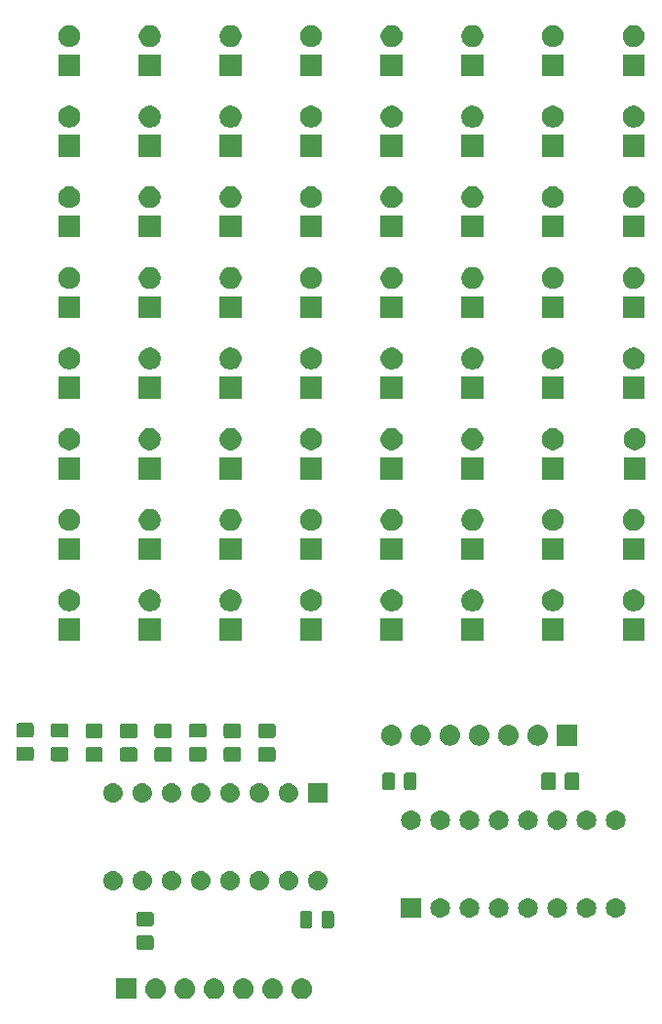
<source format=gbr>
G04 #@! TF.GenerationSoftware,KiCad,Pcbnew,(5.0.2)-1*
G04 #@! TF.CreationDate,2019-02-14T14:41:14+01:00*
G04 #@! TF.ProjectId,Embedded_matrix,456d6265-6464-4656-945f-6d6174726978,rev?*
G04 #@! TF.SameCoordinates,Original*
G04 #@! TF.FileFunction,Soldermask,Top*
G04 #@! TF.FilePolarity,Negative*
%FSLAX46Y46*%
G04 Gerber Fmt 4.6, Leading zero omitted, Abs format (unit mm)*
G04 Created by KiCad (PCBNEW (5.0.2)-1) date 14/02/2019 14:41:14*
%MOMM*%
%LPD*%
G01*
G04 APERTURE LIST*
%ADD10C,0.100000*%
G04 APERTURE END LIST*
D10*
G36*
X126647697Y-154991687D02*
X126713881Y-154998205D01*
X126827107Y-155032552D01*
X126883721Y-155049725D01*
X127022341Y-155123820D01*
X127040245Y-155133390D01*
X127075983Y-155162720D01*
X127177440Y-155245982D01*
X127260702Y-155347439D01*
X127290032Y-155383177D01*
X127290033Y-155383179D01*
X127373697Y-155539701D01*
X127373697Y-155539702D01*
X127425217Y-155709541D01*
X127442613Y-155886168D01*
X127425217Y-156062795D01*
X127390870Y-156176021D01*
X127373697Y-156232635D01*
X127299602Y-156371255D01*
X127290032Y-156389159D01*
X127260702Y-156424897D01*
X127177440Y-156526354D01*
X127075983Y-156609616D01*
X127040245Y-156638946D01*
X127040243Y-156638947D01*
X126883721Y-156722611D01*
X126827107Y-156739784D01*
X126713881Y-156774131D01*
X126647697Y-156780649D01*
X126581514Y-156787168D01*
X126492994Y-156787168D01*
X126426811Y-156780649D01*
X126360627Y-156774131D01*
X126247401Y-156739784D01*
X126190787Y-156722611D01*
X126034265Y-156638947D01*
X126034263Y-156638946D01*
X125998525Y-156609616D01*
X125897068Y-156526354D01*
X125813806Y-156424897D01*
X125784476Y-156389159D01*
X125774906Y-156371255D01*
X125700811Y-156232635D01*
X125683638Y-156176021D01*
X125649291Y-156062795D01*
X125631895Y-155886168D01*
X125649291Y-155709541D01*
X125700811Y-155539702D01*
X125700811Y-155539701D01*
X125784475Y-155383179D01*
X125784476Y-155383177D01*
X125813806Y-155347439D01*
X125897068Y-155245982D01*
X125998525Y-155162720D01*
X126034263Y-155133390D01*
X126052167Y-155123820D01*
X126190787Y-155049725D01*
X126247401Y-155032552D01*
X126360627Y-154998205D01*
X126426811Y-154991687D01*
X126492994Y-154985168D01*
X126581514Y-154985168D01*
X126647697Y-154991687D01*
X126647697Y-154991687D01*
G37*
G36*
X124107697Y-154991687D02*
X124173881Y-154998205D01*
X124287107Y-155032552D01*
X124343721Y-155049725D01*
X124482341Y-155123820D01*
X124500245Y-155133390D01*
X124535983Y-155162720D01*
X124637440Y-155245982D01*
X124720702Y-155347439D01*
X124750032Y-155383177D01*
X124750033Y-155383179D01*
X124833697Y-155539701D01*
X124833697Y-155539702D01*
X124885217Y-155709541D01*
X124902613Y-155886168D01*
X124885217Y-156062795D01*
X124850870Y-156176021D01*
X124833697Y-156232635D01*
X124759602Y-156371255D01*
X124750032Y-156389159D01*
X124720702Y-156424897D01*
X124637440Y-156526354D01*
X124535983Y-156609616D01*
X124500245Y-156638946D01*
X124500243Y-156638947D01*
X124343721Y-156722611D01*
X124287107Y-156739784D01*
X124173881Y-156774131D01*
X124107697Y-156780649D01*
X124041514Y-156787168D01*
X123952994Y-156787168D01*
X123886811Y-156780649D01*
X123820627Y-156774131D01*
X123707401Y-156739784D01*
X123650787Y-156722611D01*
X123494265Y-156638947D01*
X123494263Y-156638946D01*
X123458525Y-156609616D01*
X123357068Y-156526354D01*
X123273806Y-156424897D01*
X123244476Y-156389159D01*
X123234906Y-156371255D01*
X123160811Y-156232635D01*
X123143638Y-156176021D01*
X123109291Y-156062795D01*
X123091895Y-155886168D01*
X123109291Y-155709541D01*
X123160811Y-155539702D01*
X123160811Y-155539701D01*
X123244475Y-155383179D01*
X123244476Y-155383177D01*
X123273806Y-155347439D01*
X123357068Y-155245982D01*
X123458525Y-155162720D01*
X123494263Y-155133390D01*
X123512167Y-155123820D01*
X123650787Y-155049725D01*
X123707401Y-155032552D01*
X123820627Y-154998205D01*
X123886811Y-154991687D01*
X123952994Y-154985168D01*
X124041514Y-154985168D01*
X124107697Y-154991687D01*
X124107697Y-154991687D01*
G37*
G36*
X121567697Y-154991687D02*
X121633881Y-154998205D01*
X121747107Y-155032552D01*
X121803721Y-155049725D01*
X121942341Y-155123820D01*
X121960245Y-155133390D01*
X121995983Y-155162720D01*
X122097440Y-155245982D01*
X122180702Y-155347439D01*
X122210032Y-155383177D01*
X122210033Y-155383179D01*
X122293697Y-155539701D01*
X122293697Y-155539702D01*
X122345217Y-155709541D01*
X122362613Y-155886168D01*
X122345217Y-156062795D01*
X122310870Y-156176021D01*
X122293697Y-156232635D01*
X122219602Y-156371255D01*
X122210032Y-156389159D01*
X122180702Y-156424897D01*
X122097440Y-156526354D01*
X121995983Y-156609616D01*
X121960245Y-156638946D01*
X121960243Y-156638947D01*
X121803721Y-156722611D01*
X121747107Y-156739784D01*
X121633881Y-156774131D01*
X121567697Y-156780649D01*
X121501514Y-156787168D01*
X121412994Y-156787168D01*
X121346811Y-156780649D01*
X121280627Y-156774131D01*
X121167401Y-156739784D01*
X121110787Y-156722611D01*
X120954265Y-156638947D01*
X120954263Y-156638946D01*
X120918525Y-156609616D01*
X120817068Y-156526354D01*
X120733806Y-156424897D01*
X120704476Y-156389159D01*
X120694906Y-156371255D01*
X120620811Y-156232635D01*
X120603638Y-156176021D01*
X120569291Y-156062795D01*
X120551895Y-155886168D01*
X120569291Y-155709541D01*
X120620811Y-155539702D01*
X120620811Y-155539701D01*
X120704475Y-155383179D01*
X120704476Y-155383177D01*
X120733806Y-155347439D01*
X120817068Y-155245982D01*
X120918525Y-155162720D01*
X120954263Y-155133390D01*
X120972167Y-155123820D01*
X121110787Y-155049725D01*
X121167401Y-155032552D01*
X121280627Y-154998205D01*
X121346811Y-154991687D01*
X121412994Y-154985168D01*
X121501514Y-154985168D01*
X121567697Y-154991687D01*
X121567697Y-154991687D01*
G37*
G36*
X119027697Y-154991687D02*
X119093881Y-154998205D01*
X119207107Y-155032552D01*
X119263721Y-155049725D01*
X119402341Y-155123820D01*
X119420245Y-155133390D01*
X119455983Y-155162720D01*
X119557440Y-155245982D01*
X119640702Y-155347439D01*
X119670032Y-155383177D01*
X119670033Y-155383179D01*
X119753697Y-155539701D01*
X119753697Y-155539702D01*
X119805217Y-155709541D01*
X119822613Y-155886168D01*
X119805217Y-156062795D01*
X119770870Y-156176021D01*
X119753697Y-156232635D01*
X119679602Y-156371255D01*
X119670032Y-156389159D01*
X119640702Y-156424897D01*
X119557440Y-156526354D01*
X119455983Y-156609616D01*
X119420245Y-156638946D01*
X119420243Y-156638947D01*
X119263721Y-156722611D01*
X119207107Y-156739784D01*
X119093881Y-156774131D01*
X119027697Y-156780649D01*
X118961514Y-156787168D01*
X118872994Y-156787168D01*
X118806811Y-156780649D01*
X118740627Y-156774131D01*
X118627401Y-156739784D01*
X118570787Y-156722611D01*
X118414265Y-156638947D01*
X118414263Y-156638946D01*
X118378525Y-156609616D01*
X118277068Y-156526354D01*
X118193806Y-156424897D01*
X118164476Y-156389159D01*
X118154906Y-156371255D01*
X118080811Y-156232635D01*
X118063638Y-156176021D01*
X118029291Y-156062795D01*
X118011895Y-155886168D01*
X118029291Y-155709541D01*
X118080811Y-155539702D01*
X118080811Y-155539701D01*
X118164475Y-155383179D01*
X118164476Y-155383177D01*
X118193806Y-155347439D01*
X118277068Y-155245982D01*
X118378525Y-155162720D01*
X118414263Y-155133390D01*
X118432167Y-155123820D01*
X118570787Y-155049725D01*
X118627401Y-155032552D01*
X118740627Y-154998205D01*
X118806811Y-154991687D01*
X118872994Y-154985168D01*
X118961514Y-154985168D01*
X119027697Y-154991687D01*
X119027697Y-154991687D01*
G37*
G36*
X116487697Y-154991687D02*
X116553881Y-154998205D01*
X116667107Y-155032552D01*
X116723721Y-155049725D01*
X116862341Y-155123820D01*
X116880245Y-155133390D01*
X116915983Y-155162720D01*
X117017440Y-155245982D01*
X117100702Y-155347439D01*
X117130032Y-155383177D01*
X117130033Y-155383179D01*
X117213697Y-155539701D01*
X117213697Y-155539702D01*
X117265217Y-155709541D01*
X117282613Y-155886168D01*
X117265217Y-156062795D01*
X117230870Y-156176021D01*
X117213697Y-156232635D01*
X117139602Y-156371255D01*
X117130032Y-156389159D01*
X117100702Y-156424897D01*
X117017440Y-156526354D01*
X116915983Y-156609616D01*
X116880245Y-156638946D01*
X116880243Y-156638947D01*
X116723721Y-156722611D01*
X116667107Y-156739784D01*
X116553881Y-156774131D01*
X116487697Y-156780649D01*
X116421514Y-156787168D01*
X116332994Y-156787168D01*
X116266811Y-156780649D01*
X116200627Y-156774131D01*
X116087401Y-156739784D01*
X116030787Y-156722611D01*
X115874265Y-156638947D01*
X115874263Y-156638946D01*
X115838525Y-156609616D01*
X115737068Y-156526354D01*
X115653806Y-156424897D01*
X115624476Y-156389159D01*
X115614906Y-156371255D01*
X115540811Y-156232635D01*
X115523638Y-156176021D01*
X115489291Y-156062795D01*
X115471895Y-155886168D01*
X115489291Y-155709541D01*
X115540811Y-155539702D01*
X115540811Y-155539701D01*
X115624475Y-155383179D01*
X115624476Y-155383177D01*
X115653806Y-155347439D01*
X115737068Y-155245982D01*
X115838525Y-155162720D01*
X115874263Y-155133390D01*
X115892167Y-155123820D01*
X116030787Y-155049725D01*
X116087401Y-155032552D01*
X116200627Y-154998205D01*
X116266811Y-154991687D01*
X116332994Y-154985168D01*
X116421514Y-154985168D01*
X116487697Y-154991687D01*
X116487697Y-154991687D01*
G37*
G36*
X113947697Y-154991687D02*
X114013881Y-154998205D01*
X114127107Y-155032552D01*
X114183721Y-155049725D01*
X114322341Y-155123820D01*
X114340245Y-155133390D01*
X114375983Y-155162720D01*
X114477440Y-155245982D01*
X114560702Y-155347439D01*
X114590032Y-155383177D01*
X114590033Y-155383179D01*
X114673697Y-155539701D01*
X114673697Y-155539702D01*
X114725217Y-155709541D01*
X114742613Y-155886168D01*
X114725217Y-156062795D01*
X114690870Y-156176021D01*
X114673697Y-156232635D01*
X114599602Y-156371255D01*
X114590032Y-156389159D01*
X114560702Y-156424897D01*
X114477440Y-156526354D01*
X114375983Y-156609616D01*
X114340245Y-156638946D01*
X114340243Y-156638947D01*
X114183721Y-156722611D01*
X114127107Y-156739784D01*
X114013881Y-156774131D01*
X113947697Y-156780649D01*
X113881514Y-156787168D01*
X113792994Y-156787168D01*
X113726811Y-156780649D01*
X113660627Y-156774131D01*
X113547401Y-156739784D01*
X113490787Y-156722611D01*
X113334265Y-156638947D01*
X113334263Y-156638946D01*
X113298525Y-156609616D01*
X113197068Y-156526354D01*
X113113806Y-156424897D01*
X113084476Y-156389159D01*
X113074906Y-156371255D01*
X113000811Y-156232635D01*
X112983638Y-156176021D01*
X112949291Y-156062795D01*
X112931895Y-155886168D01*
X112949291Y-155709541D01*
X113000811Y-155539702D01*
X113000811Y-155539701D01*
X113084475Y-155383179D01*
X113084476Y-155383177D01*
X113113806Y-155347439D01*
X113197068Y-155245982D01*
X113298525Y-155162720D01*
X113334263Y-155133390D01*
X113352167Y-155123820D01*
X113490787Y-155049725D01*
X113547401Y-155032552D01*
X113660627Y-154998205D01*
X113726811Y-154991687D01*
X113792994Y-154985168D01*
X113881514Y-154985168D01*
X113947697Y-154991687D01*
X113947697Y-154991687D01*
G37*
G36*
X112198254Y-156787168D02*
X110396254Y-156787168D01*
X110396254Y-154985168D01*
X112198254Y-154985168D01*
X112198254Y-156787168D01*
X112198254Y-156787168D01*
G37*
G36*
X113505931Y-151264633D02*
X113543618Y-151276066D01*
X113578357Y-151294634D01*
X113608802Y-151319620D01*
X113633788Y-151350065D01*
X113652356Y-151384804D01*
X113663789Y-151422491D01*
X113668254Y-151467829D01*
X113668254Y-152304507D01*
X113663789Y-152349845D01*
X113652356Y-152387532D01*
X113633788Y-152422271D01*
X113608802Y-152452716D01*
X113578357Y-152477702D01*
X113543618Y-152496270D01*
X113505931Y-152507703D01*
X113460593Y-152512168D01*
X112373915Y-152512168D01*
X112328577Y-152507703D01*
X112290890Y-152496270D01*
X112256151Y-152477702D01*
X112225706Y-152452716D01*
X112200720Y-152422271D01*
X112182152Y-152387532D01*
X112170719Y-152349845D01*
X112166254Y-152304507D01*
X112166254Y-151467829D01*
X112170719Y-151422491D01*
X112182152Y-151384804D01*
X112200720Y-151350065D01*
X112225706Y-151319620D01*
X112256151Y-151294634D01*
X112290890Y-151276066D01*
X112328577Y-151264633D01*
X112373915Y-151260168D01*
X113460593Y-151260168D01*
X113505931Y-151264633D01*
X113505931Y-151264633D01*
G37*
G36*
X127289220Y-149139733D02*
X127327891Y-149151464D01*
X127363533Y-149170516D01*
X127394771Y-149196151D01*
X127420406Y-149227389D01*
X127439458Y-149263031D01*
X127451189Y-149301702D01*
X127455754Y-149348056D01*
X127455754Y-150424280D01*
X127451189Y-150470634D01*
X127439458Y-150509305D01*
X127420406Y-150544947D01*
X127394771Y-150576185D01*
X127363533Y-150601820D01*
X127327891Y-150620872D01*
X127289220Y-150632603D01*
X127242866Y-150637168D01*
X126591642Y-150637168D01*
X126545288Y-150632603D01*
X126506617Y-150620872D01*
X126470975Y-150601820D01*
X126439737Y-150576185D01*
X126414102Y-150544947D01*
X126395050Y-150509305D01*
X126383319Y-150470634D01*
X126378754Y-150424280D01*
X126378754Y-149348056D01*
X126383319Y-149301702D01*
X126395050Y-149263031D01*
X126414102Y-149227389D01*
X126439737Y-149196151D01*
X126470975Y-149170516D01*
X126506617Y-149151464D01*
X126545288Y-149139733D01*
X126591642Y-149135168D01*
X127242866Y-149135168D01*
X127289220Y-149139733D01*
X127289220Y-149139733D01*
G37*
G36*
X129164220Y-149139733D02*
X129202891Y-149151464D01*
X129238533Y-149170516D01*
X129269771Y-149196151D01*
X129295406Y-149227389D01*
X129314458Y-149263031D01*
X129326189Y-149301702D01*
X129330754Y-149348056D01*
X129330754Y-150424280D01*
X129326189Y-150470634D01*
X129314458Y-150509305D01*
X129295406Y-150544947D01*
X129269771Y-150576185D01*
X129238533Y-150601820D01*
X129202891Y-150620872D01*
X129164220Y-150632603D01*
X129117866Y-150637168D01*
X128466642Y-150637168D01*
X128420288Y-150632603D01*
X128381617Y-150620872D01*
X128345975Y-150601820D01*
X128314737Y-150576185D01*
X128289102Y-150544947D01*
X128270050Y-150509305D01*
X128258319Y-150470634D01*
X128253754Y-150424280D01*
X128253754Y-149348056D01*
X128258319Y-149301702D01*
X128270050Y-149263031D01*
X128289102Y-149227389D01*
X128314737Y-149196151D01*
X128345975Y-149170516D01*
X128381617Y-149151464D01*
X128420288Y-149139733D01*
X128466642Y-149135168D01*
X129117866Y-149135168D01*
X129164220Y-149139733D01*
X129164220Y-149139733D01*
G37*
G36*
X113505931Y-149214633D02*
X113543618Y-149226066D01*
X113578357Y-149244634D01*
X113608802Y-149269620D01*
X113633788Y-149300065D01*
X113652356Y-149334804D01*
X113663789Y-149372491D01*
X113668254Y-149417829D01*
X113668254Y-150254507D01*
X113663789Y-150299845D01*
X113652356Y-150337532D01*
X113633788Y-150372271D01*
X113608802Y-150402716D01*
X113578357Y-150427702D01*
X113543618Y-150446270D01*
X113505931Y-150457703D01*
X113460593Y-150462168D01*
X112373915Y-150462168D01*
X112328577Y-150457703D01*
X112290890Y-150446270D01*
X112256151Y-150427702D01*
X112225706Y-150402716D01*
X112200720Y-150372271D01*
X112182152Y-150337532D01*
X112170719Y-150299845D01*
X112166254Y-150254507D01*
X112166254Y-149417829D01*
X112170719Y-149372491D01*
X112182152Y-149334804D01*
X112200720Y-149300065D01*
X112225706Y-149269620D01*
X112256151Y-149244634D01*
X112290890Y-149226066D01*
X112328577Y-149214633D01*
X112373915Y-149210168D01*
X113460593Y-149210168D01*
X113505931Y-149214633D01*
X113505931Y-149214633D01*
G37*
G36*
X136864536Y-149732489D02*
X135162536Y-149732489D01*
X135162536Y-148030489D01*
X136864536Y-148030489D01*
X136864536Y-149732489D01*
X136864536Y-149732489D01*
G37*
G36*
X141260357Y-148042802D02*
X141260360Y-148042803D01*
X141260361Y-148042803D01*
X141420775Y-148091464D01*
X141420777Y-148091465D01*
X141420780Y-148091466D01*
X141568614Y-148170484D01*
X141698195Y-148276830D01*
X141804541Y-148406411D01*
X141883559Y-148554245D01*
X141932223Y-148714668D01*
X141948653Y-148881489D01*
X141932223Y-149048310D01*
X141932222Y-149048313D01*
X141932222Y-149048314D01*
X141900932Y-149151464D01*
X141883559Y-149208733D01*
X141804541Y-149356567D01*
X141698195Y-149486148D01*
X141568614Y-149592494D01*
X141420780Y-149671512D01*
X141420777Y-149671513D01*
X141420775Y-149671514D01*
X141260361Y-149720175D01*
X141260360Y-149720175D01*
X141260357Y-149720176D01*
X141135340Y-149732489D01*
X141051732Y-149732489D01*
X140926715Y-149720176D01*
X140926712Y-149720175D01*
X140926711Y-149720175D01*
X140766297Y-149671514D01*
X140766295Y-149671513D01*
X140766292Y-149671512D01*
X140618458Y-149592494D01*
X140488877Y-149486148D01*
X140382531Y-149356567D01*
X140303513Y-149208733D01*
X140286141Y-149151464D01*
X140254850Y-149048314D01*
X140254850Y-149048313D01*
X140254849Y-149048310D01*
X140238419Y-148881489D01*
X140254849Y-148714668D01*
X140303513Y-148554245D01*
X140382531Y-148406411D01*
X140488877Y-148276830D01*
X140618458Y-148170484D01*
X140766292Y-148091466D01*
X140766295Y-148091465D01*
X140766297Y-148091464D01*
X140926711Y-148042803D01*
X140926712Y-148042803D01*
X140926715Y-148042802D01*
X141051732Y-148030489D01*
X141135340Y-148030489D01*
X141260357Y-148042802D01*
X141260357Y-148042802D01*
G37*
G36*
X153960357Y-148042802D02*
X153960360Y-148042803D01*
X153960361Y-148042803D01*
X154120775Y-148091464D01*
X154120777Y-148091465D01*
X154120780Y-148091466D01*
X154268614Y-148170484D01*
X154398195Y-148276830D01*
X154504541Y-148406411D01*
X154583559Y-148554245D01*
X154632223Y-148714668D01*
X154648653Y-148881489D01*
X154632223Y-149048310D01*
X154632222Y-149048313D01*
X154632222Y-149048314D01*
X154600932Y-149151464D01*
X154583559Y-149208733D01*
X154504541Y-149356567D01*
X154398195Y-149486148D01*
X154268614Y-149592494D01*
X154120780Y-149671512D01*
X154120777Y-149671513D01*
X154120775Y-149671514D01*
X153960361Y-149720175D01*
X153960360Y-149720175D01*
X153960357Y-149720176D01*
X153835340Y-149732489D01*
X153751732Y-149732489D01*
X153626715Y-149720176D01*
X153626712Y-149720175D01*
X153626711Y-149720175D01*
X153466297Y-149671514D01*
X153466295Y-149671513D01*
X153466292Y-149671512D01*
X153318458Y-149592494D01*
X153188877Y-149486148D01*
X153082531Y-149356567D01*
X153003513Y-149208733D01*
X152986141Y-149151464D01*
X152954850Y-149048314D01*
X152954850Y-149048313D01*
X152954849Y-149048310D01*
X152938419Y-148881489D01*
X152954849Y-148714668D01*
X153003513Y-148554245D01*
X153082531Y-148406411D01*
X153188877Y-148276830D01*
X153318458Y-148170484D01*
X153466292Y-148091466D01*
X153466295Y-148091465D01*
X153466297Y-148091464D01*
X153626711Y-148042803D01*
X153626712Y-148042803D01*
X153626715Y-148042802D01*
X153751732Y-148030489D01*
X153835340Y-148030489D01*
X153960357Y-148042802D01*
X153960357Y-148042802D01*
G37*
G36*
X138720357Y-148042802D02*
X138720360Y-148042803D01*
X138720361Y-148042803D01*
X138880775Y-148091464D01*
X138880777Y-148091465D01*
X138880780Y-148091466D01*
X139028614Y-148170484D01*
X139158195Y-148276830D01*
X139264541Y-148406411D01*
X139343559Y-148554245D01*
X139392223Y-148714668D01*
X139408653Y-148881489D01*
X139392223Y-149048310D01*
X139392222Y-149048313D01*
X139392222Y-149048314D01*
X139360932Y-149151464D01*
X139343559Y-149208733D01*
X139264541Y-149356567D01*
X139158195Y-149486148D01*
X139028614Y-149592494D01*
X138880780Y-149671512D01*
X138880777Y-149671513D01*
X138880775Y-149671514D01*
X138720361Y-149720175D01*
X138720360Y-149720175D01*
X138720357Y-149720176D01*
X138595340Y-149732489D01*
X138511732Y-149732489D01*
X138386715Y-149720176D01*
X138386712Y-149720175D01*
X138386711Y-149720175D01*
X138226297Y-149671514D01*
X138226295Y-149671513D01*
X138226292Y-149671512D01*
X138078458Y-149592494D01*
X137948877Y-149486148D01*
X137842531Y-149356567D01*
X137763513Y-149208733D01*
X137746141Y-149151464D01*
X137714850Y-149048314D01*
X137714850Y-149048313D01*
X137714849Y-149048310D01*
X137698419Y-148881489D01*
X137714849Y-148714668D01*
X137763513Y-148554245D01*
X137842531Y-148406411D01*
X137948877Y-148276830D01*
X138078458Y-148170484D01*
X138226292Y-148091466D01*
X138226295Y-148091465D01*
X138226297Y-148091464D01*
X138386711Y-148042803D01*
X138386712Y-148042803D01*
X138386715Y-148042802D01*
X138511732Y-148030489D01*
X138595340Y-148030489D01*
X138720357Y-148042802D01*
X138720357Y-148042802D01*
G37*
G36*
X143800357Y-148042802D02*
X143800360Y-148042803D01*
X143800361Y-148042803D01*
X143960775Y-148091464D01*
X143960777Y-148091465D01*
X143960780Y-148091466D01*
X144108614Y-148170484D01*
X144238195Y-148276830D01*
X144344541Y-148406411D01*
X144423559Y-148554245D01*
X144472223Y-148714668D01*
X144488653Y-148881489D01*
X144472223Y-149048310D01*
X144472222Y-149048313D01*
X144472222Y-149048314D01*
X144440932Y-149151464D01*
X144423559Y-149208733D01*
X144344541Y-149356567D01*
X144238195Y-149486148D01*
X144108614Y-149592494D01*
X143960780Y-149671512D01*
X143960777Y-149671513D01*
X143960775Y-149671514D01*
X143800361Y-149720175D01*
X143800360Y-149720175D01*
X143800357Y-149720176D01*
X143675340Y-149732489D01*
X143591732Y-149732489D01*
X143466715Y-149720176D01*
X143466712Y-149720175D01*
X143466711Y-149720175D01*
X143306297Y-149671514D01*
X143306295Y-149671513D01*
X143306292Y-149671512D01*
X143158458Y-149592494D01*
X143028877Y-149486148D01*
X142922531Y-149356567D01*
X142843513Y-149208733D01*
X142826141Y-149151464D01*
X142794850Y-149048314D01*
X142794850Y-149048313D01*
X142794849Y-149048310D01*
X142778419Y-148881489D01*
X142794849Y-148714668D01*
X142843513Y-148554245D01*
X142922531Y-148406411D01*
X143028877Y-148276830D01*
X143158458Y-148170484D01*
X143306292Y-148091466D01*
X143306295Y-148091465D01*
X143306297Y-148091464D01*
X143466711Y-148042803D01*
X143466712Y-148042803D01*
X143466715Y-148042802D01*
X143591732Y-148030489D01*
X143675340Y-148030489D01*
X143800357Y-148042802D01*
X143800357Y-148042802D01*
G37*
G36*
X146340357Y-148042802D02*
X146340360Y-148042803D01*
X146340361Y-148042803D01*
X146500775Y-148091464D01*
X146500777Y-148091465D01*
X146500780Y-148091466D01*
X146648614Y-148170484D01*
X146778195Y-148276830D01*
X146884541Y-148406411D01*
X146963559Y-148554245D01*
X147012223Y-148714668D01*
X147028653Y-148881489D01*
X147012223Y-149048310D01*
X147012222Y-149048313D01*
X147012222Y-149048314D01*
X146980932Y-149151464D01*
X146963559Y-149208733D01*
X146884541Y-149356567D01*
X146778195Y-149486148D01*
X146648614Y-149592494D01*
X146500780Y-149671512D01*
X146500777Y-149671513D01*
X146500775Y-149671514D01*
X146340361Y-149720175D01*
X146340360Y-149720175D01*
X146340357Y-149720176D01*
X146215340Y-149732489D01*
X146131732Y-149732489D01*
X146006715Y-149720176D01*
X146006712Y-149720175D01*
X146006711Y-149720175D01*
X145846297Y-149671514D01*
X145846295Y-149671513D01*
X145846292Y-149671512D01*
X145698458Y-149592494D01*
X145568877Y-149486148D01*
X145462531Y-149356567D01*
X145383513Y-149208733D01*
X145366141Y-149151464D01*
X145334850Y-149048314D01*
X145334850Y-149048313D01*
X145334849Y-149048310D01*
X145318419Y-148881489D01*
X145334849Y-148714668D01*
X145383513Y-148554245D01*
X145462531Y-148406411D01*
X145568877Y-148276830D01*
X145698458Y-148170484D01*
X145846292Y-148091466D01*
X145846295Y-148091465D01*
X145846297Y-148091464D01*
X146006711Y-148042803D01*
X146006712Y-148042803D01*
X146006715Y-148042802D01*
X146131732Y-148030489D01*
X146215340Y-148030489D01*
X146340357Y-148042802D01*
X146340357Y-148042802D01*
G37*
G36*
X148880357Y-148042802D02*
X148880360Y-148042803D01*
X148880361Y-148042803D01*
X149040775Y-148091464D01*
X149040777Y-148091465D01*
X149040780Y-148091466D01*
X149188614Y-148170484D01*
X149318195Y-148276830D01*
X149424541Y-148406411D01*
X149503559Y-148554245D01*
X149552223Y-148714668D01*
X149568653Y-148881489D01*
X149552223Y-149048310D01*
X149552222Y-149048313D01*
X149552222Y-149048314D01*
X149520932Y-149151464D01*
X149503559Y-149208733D01*
X149424541Y-149356567D01*
X149318195Y-149486148D01*
X149188614Y-149592494D01*
X149040780Y-149671512D01*
X149040777Y-149671513D01*
X149040775Y-149671514D01*
X148880361Y-149720175D01*
X148880360Y-149720175D01*
X148880357Y-149720176D01*
X148755340Y-149732489D01*
X148671732Y-149732489D01*
X148546715Y-149720176D01*
X148546712Y-149720175D01*
X148546711Y-149720175D01*
X148386297Y-149671514D01*
X148386295Y-149671513D01*
X148386292Y-149671512D01*
X148238458Y-149592494D01*
X148108877Y-149486148D01*
X148002531Y-149356567D01*
X147923513Y-149208733D01*
X147906141Y-149151464D01*
X147874850Y-149048314D01*
X147874850Y-149048313D01*
X147874849Y-149048310D01*
X147858419Y-148881489D01*
X147874849Y-148714668D01*
X147923513Y-148554245D01*
X148002531Y-148406411D01*
X148108877Y-148276830D01*
X148238458Y-148170484D01*
X148386292Y-148091466D01*
X148386295Y-148091465D01*
X148386297Y-148091464D01*
X148546711Y-148042803D01*
X148546712Y-148042803D01*
X148546715Y-148042802D01*
X148671732Y-148030489D01*
X148755340Y-148030489D01*
X148880357Y-148042802D01*
X148880357Y-148042802D01*
G37*
G36*
X151420357Y-148042802D02*
X151420360Y-148042803D01*
X151420361Y-148042803D01*
X151580775Y-148091464D01*
X151580777Y-148091465D01*
X151580780Y-148091466D01*
X151728614Y-148170484D01*
X151858195Y-148276830D01*
X151964541Y-148406411D01*
X152043559Y-148554245D01*
X152092223Y-148714668D01*
X152108653Y-148881489D01*
X152092223Y-149048310D01*
X152092222Y-149048313D01*
X152092222Y-149048314D01*
X152060932Y-149151464D01*
X152043559Y-149208733D01*
X151964541Y-149356567D01*
X151858195Y-149486148D01*
X151728614Y-149592494D01*
X151580780Y-149671512D01*
X151580777Y-149671513D01*
X151580775Y-149671514D01*
X151420361Y-149720175D01*
X151420360Y-149720175D01*
X151420357Y-149720176D01*
X151295340Y-149732489D01*
X151211732Y-149732489D01*
X151086715Y-149720176D01*
X151086712Y-149720175D01*
X151086711Y-149720175D01*
X150926297Y-149671514D01*
X150926295Y-149671513D01*
X150926292Y-149671512D01*
X150778458Y-149592494D01*
X150648877Y-149486148D01*
X150542531Y-149356567D01*
X150463513Y-149208733D01*
X150446141Y-149151464D01*
X150414850Y-149048314D01*
X150414850Y-149048313D01*
X150414849Y-149048310D01*
X150398419Y-148881489D01*
X150414849Y-148714668D01*
X150463513Y-148554245D01*
X150542531Y-148406411D01*
X150648877Y-148276830D01*
X150778458Y-148170484D01*
X150926292Y-148091466D01*
X150926295Y-148091465D01*
X150926297Y-148091464D01*
X151086711Y-148042803D01*
X151086712Y-148042803D01*
X151086715Y-148042802D01*
X151211732Y-148030489D01*
X151295340Y-148030489D01*
X151420357Y-148042802D01*
X151420357Y-148042802D01*
G37*
G36*
X123004075Y-145667481D02*
X123004078Y-145667482D01*
X123004079Y-145667482D01*
X123164493Y-145716143D01*
X123164495Y-145716144D01*
X123164498Y-145716145D01*
X123312332Y-145795163D01*
X123441913Y-145901509D01*
X123548259Y-146031090D01*
X123627277Y-146178924D01*
X123675941Y-146339347D01*
X123692371Y-146506168D01*
X123675941Y-146672989D01*
X123627277Y-146833412D01*
X123548259Y-146981246D01*
X123441913Y-147110827D01*
X123312332Y-147217173D01*
X123164498Y-147296191D01*
X123164495Y-147296192D01*
X123164493Y-147296193D01*
X123004079Y-147344854D01*
X123004078Y-147344854D01*
X123004075Y-147344855D01*
X122879058Y-147357168D01*
X122795450Y-147357168D01*
X122670433Y-147344855D01*
X122670430Y-147344854D01*
X122670429Y-147344854D01*
X122510015Y-147296193D01*
X122510013Y-147296192D01*
X122510010Y-147296191D01*
X122362176Y-147217173D01*
X122232595Y-147110827D01*
X122126249Y-146981246D01*
X122047231Y-146833412D01*
X121998567Y-146672989D01*
X121982137Y-146506168D01*
X121998567Y-146339347D01*
X122047231Y-146178924D01*
X122126249Y-146031090D01*
X122232595Y-145901509D01*
X122362176Y-145795163D01*
X122510010Y-145716145D01*
X122510013Y-145716144D01*
X122510015Y-145716143D01*
X122670429Y-145667482D01*
X122670430Y-145667482D01*
X122670433Y-145667481D01*
X122795450Y-145655168D01*
X122879058Y-145655168D01*
X123004075Y-145667481D01*
X123004075Y-145667481D01*
G37*
G36*
X120464075Y-145667481D02*
X120464078Y-145667482D01*
X120464079Y-145667482D01*
X120624493Y-145716143D01*
X120624495Y-145716144D01*
X120624498Y-145716145D01*
X120772332Y-145795163D01*
X120901913Y-145901509D01*
X121008259Y-146031090D01*
X121087277Y-146178924D01*
X121135941Y-146339347D01*
X121152371Y-146506168D01*
X121135941Y-146672989D01*
X121087277Y-146833412D01*
X121008259Y-146981246D01*
X120901913Y-147110827D01*
X120772332Y-147217173D01*
X120624498Y-147296191D01*
X120624495Y-147296192D01*
X120624493Y-147296193D01*
X120464079Y-147344854D01*
X120464078Y-147344854D01*
X120464075Y-147344855D01*
X120339058Y-147357168D01*
X120255450Y-147357168D01*
X120130433Y-147344855D01*
X120130430Y-147344854D01*
X120130429Y-147344854D01*
X119970015Y-147296193D01*
X119970013Y-147296192D01*
X119970010Y-147296191D01*
X119822176Y-147217173D01*
X119692595Y-147110827D01*
X119586249Y-146981246D01*
X119507231Y-146833412D01*
X119458567Y-146672989D01*
X119442137Y-146506168D01*
X119458567Y-146339347D01*
X119507231Y-146178924D01*
X119586249Y-146031090D01*
X119692595Y-145901509D01*
X119822176Y-145795163D01*
X119970010Y-145716145D01*
X119970013Y-145716144D01*
X119970015Y-145716143D01*
X120130429Y-145667482D01*
X120130430Y-145667482D01*
X120130433Y-145667481D01*
X120255450Y-145655168D01*
X120339058Y-145655168D01*
X120464075Y-145667481D01*
X120464075Y-145667481D01*
G37*
G36*
X125544075Y-145667481D02*
X125544078Y-145667482D01*
X125544079Y-145667482D01*
X125704493Y-145716143D01*
X125704495Y-145716144D01*
X125704498Y-145716145D01*
X125852332Y-145795163D01*
X125981913Y-145901509D01*
X126088259Y-146031090D01*
X126167277Y-146178924D01*
X126215941Y-146339347D01*
X126232371Y-146506168D01*
X126215941Y-146672989D01*
X126167277Y-146833412D01*
X126088259Y-146981246D01*
X125981913Y-147110827D01*
X125852332Y-147217173D01*
X125704498Y-147296191D01*
X125704495Y-147296192D01*
X125704493Y-147296193D01*
X125544079Y-147344854D01*
X125544078Y-147344854D01*
X125544075Y-147344855D01*
X125419058Y-147357168D01*
X125335450Y-147357168D01*
X125210433Y-147344855D01*
X125210430Y-147344854D01*
X125210429Y-147344854D01*
X125050015Y-147296193D01*
X125050013Y-147296192D01*
X125050010Y-147296191D01*
X124902176Y-147217173D01*
X124772595Y-147110827D01*
X124666249Y-146981246D01*
X124587231Y-146833412D01*
X124538567Y-146672989D01*
X124522137Y-146506168D01*
X124538567Y-146339347D01*
X124587231Y-146178924D01*
X124666249Y-146031090D01*
X124772595Y-145901509D01*
X124902176Y-145795163D01*
X125050010Y-145716145D01*
X125050013Y-145716144D01*
X125050015Y-145716143D01*
X125210429Y-145667482D01*
X125210430Y-145667482D01*
X125210433Y-145667481D01*
X125335450Y-145655168D01*
X125419058Y-145655168D01*
X125544075Y-145667481D01*
X125544075Y-145667481D01*
G37*
G36*
X128084075Y-145667481D02*
X128084078Y-145667482D01*
X128084079Y-145667482D01*
X128244493Y-145716143D01*
X128244495Y-145716144D01*
X128244498Y-145716145D01*
X128392332Y-145795163D01*
X128521913Y-145901509D01*
X128628259Y-146031090D01*
X128707277Y-146178924D01*
X128755941Y-146339347D01*
X128772371Y-146506168D01*
X128755941Y-146672989D01*
X128707277Y-146833412D01*
X128628259Y-146981246D01*
X128521913Y-147110827D01*
X128392332Y-147217173D01*
X128244498Y-147296191D01*
X128244495Y-147296192D01*
X128244493Y-147296193D01*
X128084079Y-147344854D01*
X128084078Y-147344854D01*
X128084075Y-147344855D01*
X127959058Y-147357168D01*
X127875450Y-147357168D01*
X127750433Y-147344855D01*
X127750430Y-147344854D01*
X127750429Y-147344854D01*
X127590015Y-147296193D01*
X127590013Y-147296192D01*
X127590010Y-147296191D01*
X127442176Y-147217173D01*
X127312595Y-147110827D01*
X127206249Y-146981246D01*
X127127231Y-146833412D01*
X127078567Y-146672989D01*
X127062137Y-146506168D01*
X127078567Y-146339347D01*
X127127231Y-146178924D01*
X127206249Y-146031090D01*
X127312595Y-145901509D01*
X127442176Y-145795163D01*
X127590010Y-145716145D01*
X127590013Y-145716144D01*
X127590015Y-145716143D01*
X127750429Y-145667482D01*
X127750430Y-145667482D01*
X127750433Y-145667481D01*
X127875450Y-145655168D01*
X127959058Y-145655168D01*
X128084075Y-145667481D01*
X128084075Y-145667481D01*
G37*
G36*
X112844075Y-145667481D02*
X112844078Y-145667482D01*
X112844079Y-145667482D01*
X113004493Y-145716143D01*
X113004495Y-145716144D01*
X113004498Y-145716145D01*
X113152332Y-145795163D01*
X113281913Y-145901509D01*
X113388259Y-146031090D01*
X113467277Y-146178924D01*
X113515941Y-146339347D01*
X113532371Y-146506168D01*
X113515941Y-146672989D01*
X113467277Y-146833412D01*
X113388259Y-146981246D01*
X113281913Y-147110827D01*
X113152332Y-147217173D01*
X113004498Y-147296191D01*
X113004495Y-147296192D01*
X113004493Y-147296193D01*
X112844079Y-147344854D01*
X112844078Y-147344854D01*
X112844075Y-147344855D01*
X112719058Y-147357168D01*
X112635450Y-147357168D01*
X112510433Y-147344855D01*
X112510430Y-147344854D01*
X112510429Y-147344854D01*
X112350015Y-147296193D01*
X112350013Y-147296192D01*
X112350010Y-147296191D01*
X112202176Y-147217173D01*
X112072595Y-147110827D01*
X111966249Y-146981246D01*
X111887231Y-146833412D01*
X111838567Y-146672989D01*
X111822137Y-146506168D01*
X111838567Y-146339347D01*
X111887231Y-146178924D01*
X111966249Y-146031090D01*
X112072595Y-145901509D01*
X112202176Y-145795163D01*
X112350010Y-145716145D01*
X112350013Y-145716144D01*
X112350015Y-145716143D01*
X112510429Y-145667482D01*
X112510430Y-145667482D01*
X112510433Y-145667481D01*
X112635450Y-145655168D01*
X112719058Y-145655168D01*
X112844075Y-145667481D01*
X112844075Y-145667481D01*
G37*
G36*
X110304075Y-145667481D02*
X110304078Y-145667482D01*
X110304079Y-145667482D01*
X110464493Y-145716143D01*
X110464495Y-145716144D01*
X110464498Y-145716145D01*
X110612332Y-145795163D01*
X110741913Y-145901509D01*
X110848259Y-146031090D01*
X110927277Y-146178924D01*
X110975941Y-146339347D01*
X110992371Y-146506168D01*
X110975941Y-146672989D01*
X110927277Y-146833412D01*
X110848259Y-146981246D01*
X110741913Y-147110827D01*
X110612332Y-147217173D01*
X110464498Y-147296191D01*
X110464495Y-147296192D01*
X110464493Y-147296193D01*
X110304079Y-147344854D01*
X110304078Y-147344854D01*
X110304075Y-147344855D01*
X110179058Y-147357168D01*
X110095450Y-147357168D01*
X109970433Y-147344855D01*
X109970430Y-147344854D01*
X109970429Y-147344854D01*
X109810015Y-147296193D01*
X109810013Y-147296192D01*
X109810010Y-147296191D01*
X109662176Y-147217173D01*
X109532595Y-147110827D01*
X109426249Y-146981246D01*
X109347231Y-146833412D01*
X109298567Y-146672989D01*
X109282137Y-146506168D01*
X109298567Y-146339347D01*
X109347231Y-146178924D01*
X109426249Y-146031090D01*
X109532595Y-145901509D01*
X109662176Y-145795163D01*
X109810010Y-145716145D01*
X109810013Y-145716144D01*
X109810015Y-145716143D01*
X109970429Y-145667482D01*
X109970430Y-145667482D01*
X109970433Y-145667481D01*
X110095450Y-145655168D01*
X110179058Y-145655168D01*
X110304075Y-145667481D01*
X110304075Y-145667481D01*
G37*
G36*
X115384075Y-145667481D02*
X115384078Y-145667482D01*
X115384079Y-145667482D01*
X115544493Y-145716143D01*
X115544495Y-145716144D01*
X115544498Y-145716145D01*
X115692332Y-145795163D01*
X115821913Y-145901509D01*
X115928259Y-146031090D01*
X116007277Y-146178924D01*
X116055941Y-146339347D01*
X116072371Y-146506168D01*
X116055941Y-146672989D01*
X116007277Y-146833412D01*
X115928259Y-146981246D01*
X115821913Y-147110827D01*
X115692332Y-147217173D01*
X115544498Y-147296191D01*
X115544495Y-147296192D01*
X115544493Y-147296193D01*
X115384079Y-147344854D01*
X115384078Y-147344854D01*
X115384075Y-147344855D01*
X115259058Y-147357168D01*
X115175450Y-147357168D01*
X115050433Y-147344855D01*
X115050430Y-147344854D01*
X115050429Y-147344854D01*
X114890015Y-147296193D01*
X114890013Y-147296192D01*
X114890010Y-147296191D01*
X114742176Y-147217173D01*
X114612595Y-147110827D01*
X114506249Y-146981246D01*
X114427231Y-146833412D01*
X114378567Y-146672989D01*
X114362137Y-146506168D01*
X114378567Y-146339347D01*
X114427231Y-146178924D01*
X114506249Y-146031090D01*
X114612595Y-145901509D01*
X114742176Y-145795163D01*
X114890010Y-145716145D01*
X114890013Y-145716144D01*
X114890015Y-145716143D01*
X115050429Y-145667482D01*
X115050430Y-145667482D01*
X115050433Y-145667481D01*
X115175450Y-145655168D01*
X115259058Y-145655168D01*
X115384075Y-145667481D01*
X115384075Y-145667481D01*
G37*
G36*
X117924075Y-145667481D02*
X117924078Y-145667482D01*
X117924079Y-145667482D01*
X118084493Y-145716143D01*
X118084495Y-145716144D01*
X118084498Y-145716145D01*
X118232332Y-145795163D01*
X118361913Y-145901509D01*
X118468259Y-146031090D01*
X118547277Y-146178924D01*
X118595941Y-146339347D01*
X118612371Y-146506168D01*
X118595941Y-146672989D01*
X118547277Y-146833412D01*
X118468259Y-146981246D01*
X118361913Y-147110827D01*
X118232332Y-147217173D01*
X118084498Y-147296191D01*
X118084495Y-147296192D01*
X118084493Y-147296193D01*
X117924079Y-147344854D01*
X117924078Y-147344854D01*
X117924075Y-147344855D01*
X117799058Y-147357168D01*
X117715450Y-147357168D01*
X117590433Y-147344855D01*
X117590430Y-147344854D01*
X117590429Y-147344854D01*
X117430015Y-147296193D01*
X117430013Y-147296192D01*
X117430010Y-147296191D01*
X117282176Y-147217173D01*
X117152595Y-147110827D01*
X117046249Y-146981246D01*
X116967231Y-146833412D01*
X116918567Y-146672989D01*
X116902137Y-146506168D01*
X116918567Y-146339347D01*
X116967231Y-146178924D01*
X117046249Y-146031090D01*
X117152595Y-145901509D01*
X117282176Y-145795163D01*
X117430010Y-145716145D01*
X117430013Y-145716144D01*
X117430015Y-145716143D01*
X117590429Y-145667482D01*
X117590430Y-145667482D01*
X117590433Y-145667481D01*
X117715450Y-145655168D01*
X117799058Y-145655168D01*
X117924075Y-145667481D01*
X117924075Y-145667481D01*
G37*
G36*
X146340357Y-140422802D02*
X146340360Y-140422803D01*
X146340361Y-140422803D01*
X146500775Y-140471464D01*
X146500777Y-140471465D01*
X146500780Y-140471466D01*
X146648614Y-140550484D01*
X146778195Y-140656830D01*
X146884541Y-140786411D01*
X146963559Y-140934245D01*
X147012223Y-141094668D01*
X147028653Y-141261489D01*
X147012223Y-141428310D01*
X146963559Y-141588733D01*
X146884541Y-141736567D01*
X146778195Y-141866148D01*
X146648614Y-141972494D01*
X146500780Y-142051512D01*
X146500777Y-142051513D01*
X146500775Y-142051514D01*
X146340361Y-142100175D01*
X146340360Y-142100175D01*
X146340357Y-142100176D01*
X146215340Y-142112489D01*
X146131732Y-142112489D01*
X146006715Y-142100176D01*
X146006712Y-142100175D01*
X146006711Y-142100175D01*
X145846297Y-142051514D01*
X145846295Y-142051513D01*
X145846292Y-142051512D01*
X145698458Y-141972494D01*
X145568877Y-141866148D01*
X145462531Y-141736567D01*
X145383513Y-141588733D01*
X145334849Y-141428310D01*
X145318419Y-141261489D01*
X145334849Y-141094668D01*
X145383513Y-140934245D01*
X145462531Y-140786411D01*
X145568877Y-140656830D01*
X145698458Y-140550484D01*
X145846292Y-140471466D01*
X145846295Y-140471465D01*
X145846297Y-140471464D01*
X146006711Y-140422803D01*
X146006712Y-140422803D01*
X146006715Y-140422802D01*
X146131732Y-140410489D01*
X146215340Y-140410489D01*
X146340357Y-140422802D01*
X146340357Y-140422802D01*
G37*
G36*
X153960357Y-140422802D02*
X153960360Y-140422803D01*
X153960361Y-140422803D01*
X154120775Y-140471464D01*
X154120777Y-140471465D01*
X154120780Y-140471466D01*
X154268614Y-140550484D01*
X154398195Y-140656830D01*
X154504541Y-140786411D01*
X154583559Y-140934245D01*
X154632223Y-141094668D01*
X154648653Y-141261489D01*
X154632223Y-141428310D01*
X154583559Y-141588733D01*
X154504541Y-141736567D01*
X154398195Y-141866148D01*
X154268614Y-141972494D01*
X154120780Y-142051512D01*
X154120777Y-142051513D01*
X154120775Y-142051514D01*
X153960361Y-142100175D01*
X153960360Y-142100175D01*
X153960357Y-142100176D01*
X153835340Y-142112489D01*
X153751732Y-142112489D01*
X153626715Y-142100176D01*
X153626712Y-142100175D01*
X153626711Y-142100175D01*
X153466297Y-142051514D01*
X153466295Y-142051513D01*
X153466292Y-142051512D01*
X153318458Y-141972494D01*
X153188877Y-141866148D01*
X153082531Y-141736567D01*
X153003513Y-141588733D01*
X152954849Y-141428310D01*
X152938419Y-141261489D01*
X152954849Y-141094668D01*
X153003513Y-140934245D01*
X153082531Y-140786411D01*
X153188877Y-140656830D01*
X153318458Y-140550484D01*
X153466292Y-140471466D01*
X153466295Y-140471465D01*
X153466297Y-140471464D01*
X153626711Y-140422803D01*
X153626712Y-140422803D01*
X153626715Y-140422802D01*
X153751732Y-140410489D01*
X153835340Y-140410489D01*
X153960357Y-140422802D01*
X153960357Y-140422802D01*
G37*
G36*
X143800357Y-140422802D02*
X143800360Y-140422803D01*
X143800361Y-140422803D01*
X143960775Y-140471464D01*
X143960777Y-140471465D01*
X143960780Y-140471466D01*
X144108614Y-140550484D01*
X144238195Y-140656830D01*
X144344541Y-140786411D01*
X144423559Y-140934245D01*
X144472223Y-141094668D01*
X144488653Y-141261489D01*
X144472223Y-141428310D01*
X144423559Y-141588733D01*
X144344541Y-141736567D01*
X144238195Y-141866148D01*
X144108614Y-141972494D01*
X143960780Y-142051512D01*
X143960777Y-142051513D01*
X143960775Y-142051514D01*
X143800361Y-142100175D01*
X143800360Y-142100175D01*
X143800357Y-142100176D01*
X143675340Y-142112489D01*
X143591732Y-142112489D01*
X143466715Y-142100176D01*
X143466712Y-142100175D01*
X143466711Y-142100175D01*
X143306297Y-142051514D01*
X143306295Y-142051513D01*
X143306292Y-142051512D01*
X143158458Y-141972494D01*
X143028877Y-141866148D01*
X142922531Y-141736567D01*
X142843513Y-141588733D01*
X142794849Y-141428310D01*
X142778419Y-141261489D01*
X142794849Y-141094668D01*
X142843513Y-140934245D01*
X142922531Y-140786411D01*
X143028877Y-140656830D01*
X143158458Y-140550484D01*
X143306292Y-140471466D01*
X143306295Y-140471465D01*
X143306297Y-140471464D01*
X143466711Y-140422803D01*
X143466712Y-140422803D01*
X143466715Y-140422802D01*
X143591732Y-140410489D01*
X143675340Y-140410489D01*
X143800357Y-140422802D01*
X143800357Y-140422802D01*
G37*
G36*
X151420357Y-140422802D02*
X151420360Y-140422803D01*
X151420361Y-140422803D01*
X151580775Y-140471464D01*
X151580777Y-140471465D01*
X151580780Y-140471466D01*
X151728614Y-140550484D01*
X151858195Y-140656830D01*
X151964541Y-140786411D01*
X152043559Y-140934245D01*
X152092223Y-141094668D01*
X152108653Y-141261489D01*
X152092223Y-141428310D01*
X152043559Y-141588733D01*
X151964541Y-141736567D01*
X151858195Y-141866148D01*
X151728614Y-141972494D01*
X151580780Y-142051512D01*
X151580777Y-142051513D01*
X151580775Y-142051514D01*
X151420361Y-142100175D01*
X151420360Y-142100175D01*
X151420357Y-142100176D01*
X151295340Y-142112489D01*
X151211732Y-142112489D01*
X151086715Y-142100176D01*
X151086712Y-142100175D01*
X151086711Y-142100175D01*
X150926297Y-142051514D01*
X150926295Y-142051513D01*
X150926292Y-142051512D01*
X150778458Y-141972494D01*
X150648877Y-141866148D01*
X150542531Y-141736567D01*
X150463513Y-141588733D01*
X150414849Y-141428310D01*
X150398419Y-141261489D01*
X150414849Y-141094668D01*
X150463513Y-140934245D01*
X150542531Y-140786411D01*
X150648877Y-140656830D01*
X150778458Y-140550484D01*
X150926292Y-140471466D01*
X150926295Y-140471465D01*
X150926297Y-140471464D01*
X151086711Y-140422803D01*
X151086712Y-140422803D01*
X151086715Y-140422802D01*
X151211732Y-140410489D01*
X151295340Y-140410489D01*
X151420357Y-140422802D01*
X151420357Y-140422802D01*
G37*
G36*
X141260357Y-140422802D02*
X141260360Y-140422803D01*
X141260361Y-140422803D01*
X141420775Y-140471464D01*
X141420777Y-140471465D01*
X141420780Y-140471466D01*
X141568614Y-140550484D01*
X141698195Y-140656830D01*
X141804541Y-140786411D01*
X141883559Y-140934245D01*
X141932223Y-141094668D01*
X141948653Y-141261489D01*
X141932223Y-141428310D01*
X141883559Y-141588733D01*
X141804541Y-141736567D01*
X141698195Y-141866148D01*
X141568614Y-141972494D01*
X141420780Y-142051512D01*
X141420777Y-142051513D01*
X141420775Y-142051514D01*
X141260361Y-142100175D01*
X141260360Y-142100175D01*
X141260357Y-142100176D01*
X141135340Y-142112489D01*
X141051732Y-142112489D01*
X140926715Y-142100176D01*
X140926712Y-142100175D01*
X140926711Y-142100175D01*
X140766297Y-142051514D01*
X140766295Y-142051513D01*
X140766292Y-142051512D01*
X140618458Y-141972494D01*
X140488877Y-141866148D01*
X140382531Y-141736567D01*
X140303513Y-141588733D01*
X140254849Y-141428310D01*
X140238419Y-141261489D01*
X140254849Y-141094668D01*
X140303513Y-140934245D01*
X140382531Y-140786411D01*
X140488877Y-140656830D01*
X140618458Y-140550484D01*
X140766292Y-140471466D01*
X140766295Y-140471465D01*
X140766297Y-140471464D01*
X140926711Y-140422803D01*
X140926712Y-140422803D01*
X140926715Y-140422802D01*
X141051732Y-140410489D01*
X141135340Y-140410489D01*
X141260357Y-140422802D01*
X141260357Y-140422802D01*
G37*
G36*
X148880357Y-140422802D02*
X148880360Y-140422803D01*
X148880361Y-140422803D01*
X149040775Y-140471464D01*
X149040777Y-140471465D01*
X149040780Y-140471466D01*
X149188614Y-140550484D01*
X149318195Y-140656830D01*
X149424541Y-140786411D01*
X149503559Y-140934245D01*
X149552223Y-141094668D01*
X149568653Y-141261489D01*
X149552223Y-141428310D01*
X149503559Y-141588733D01*
X149424541Y-141736567D01*
X149318195Y-141866148D01*
X149188614Y-141972494D01*
X149040780Y-142051512D01*
X149040777Y-142051513D01*
X149040775Y-142051514D01*
X148880361Y-142100175D01*
X148880360Y-142100175D01*
X148880357Y-142100176D01*
X148755340Y-142112489D01*
X148671732Y-142112489D01*
X148546715Y-142100176D01*
X148546712Y-142100175D01*
X148546711Y-142100175D01*
X148386297Y-142051514D01*
X148386295Y-142051513D01*
X148386292Y-142051512D01*
X148238458Y-141972494D01*
X148108877Y-141866148D01*
X148002531Y-141736567D01*
X147923513Y-141588733D01*
X147874849Y-141428310D01*
X147858419Y-141261489D01*
X147874849Y-141094668D01*
X147923513Y-140934245D01*
X148002531Y-140786411D01*
X148108877Y-140656830D01*
X148238458Y-140550484D01*
X148386292Y-140471466D01*
X148386295Y-140471465D01*
X148386297Y-140471464D01*
X148546711Y-140422803D01*
X148546712Y-140422803D01*
X148546715Y-140422802D01*
X148671732Y-140410489D01*
X148755340Y-140410489D01*
X148880357Y-140422802D01*
X148880357Y-140422802D01*
G37*
G36*
X138720357Y-140422802D02*
X138720360Y-140422803D01*
X138720361Y-140422803D01*
X138880775Y-140471464D01*
X138880777Y-140471465D01*
X138880780Y-140471466D01*
X139028614Y-140550484D01*
X139158195Y-140656830D01*
X139264541Y-140786411D01*
X139343559Y-140934245D01*
X139392223Y-141094668D01*
X139408653Y-141261489D01*
X139392223Y-141428310D01*
X139343559Y-141588733D01*
X139264541Y-141736567D01*
X139158195Y-141866148D01*
X139028614Y-141972494D01*
X138880780Y-142051512D01*
X138880777Y-142051513D01*
X138880775Y-142051514D01*
X138720361Y-142100175D01*
X138720360Y-142100175D01*
X138720357Y-142100176D01*
X138595340Y-142112489D01*
X138511732Y-142112489D01*
X138386715Y-142100176D01*
X138386712Y-142100175D01*
X138386711Y-142100175D01*
X138226297Y-142051514D01*
X138226295Y-142051513D01*
X138226292Y-142051512D01*
X138078458Y-141972494D01*
X137948877Y-141866148D01*
X137842531Y-141736567D01*
X137763513Y-141588733D01*
X137714849Y-141428310D01*
X137698419Y-141261489D01*
X137714849Y-141094668D01*
X137763513Y-140934245D01*
X137842531Y-140786411D01*
X137948877Y-140656830D01*
X138078458Y-140550484D01*
X138226292Y-140471466D01*
X138226295Y-140471465D01*
X138226297Y-140471464D01*
X138386711Y-140422803D01*
X138386712Y-140422803D01*
X138386715Y-140422802D01*
X138511732Y-140410489D01*
X138595340Y-140410489D01*
X138720357Y-140422802D01*
X138720357Y-140422802D01*
G37*
G36*
X136180357Y-140422802D02*
X136180360Y-140422803D01*
X136180361Y-140422803D01*
X136340775Y-140471464D01*
X136340777Y-140471465D01*
X136340780Y-140471466D01*
X136488614Y-140550484D01*
X136618195Y-140656830D01*
X136724541Y-140786411D01*
X136803559Y-140934245D01*
X136852223Y-141094668D01*
X136868653Y-141261489D01*
X136852223Y-141428310D01*
X136803559Y-141588733D01*
X136724541Y-141736567D01*
X136618195Y-141866148D01*
X136488614Y-141972494D01*
X136340780Y-142051512D01*
X136340777Y-142051513D01*
X136340775Y-142051514D01*
X136180361Y-142100175D01*
X136180360Y-142100175D01*
X136180357Y-142100176D01*
X136055340Y-142112489D01*
X135971732Y-142112489D01*
X135846715Y-142100176D01*
X135846712Y-142100175D01*
X135846711Y-142100175D01*
X135686297Y-142051514D01*
X135686295Y-142051513D01*
X135686292Y-142051512D01*
X135538458Y-141972494D01*
X135408877Y-141866148D01*
X135302531Y-141736567D01*
X135223513Y-141588733D01*
X135174849Y-141428310D01*
X135158419Y-141261489D01*
X135174849Y-141094668D01*
X135223513Y-140934245D01*
X135302531Y-140786411D01*
X135408877Y-140656830D01*
X135538458Y-140550484D01*
X135686292Y-140471466D01*
X135686295Y-140471465D01*
X135686297Y-140471464D01*
X135846711Y-140422803D01*
X135846712Y-140422803D01*
X135846715Y-140422802D01*
X135971732Y-140410489D01*
X136055340Y-140410489D01*
X136180357Y-140422802D01*
X136180357Y-140422802D01*
G37*
G36*
X117924075Y-138047481D02*
X117924078Y-138047482D01*
X117924079Y-138047482D01*
X118084493Y-138096143D01*
X118084495Y-138096144D01*
X118084498Y-138096145D01*
X118232332Y-138175163D01*
X118361913Y-138281509D01*
X118468259Y-138411090D01*
X118547277Y-138558924D01*
X118547278Y-138558927D01*
X118547279Y-138558929D01*
X118569593Y-138632489D01*
X118595941Y-138719347D01*
X118612371Y-138886168D01*
X118595941Y-139052989D01*
X118547277Y-139213412D01*
X118468259Y-139361246D01*
X118361913Y-139490827D01*
X118232332Y-139597173D01*
X118084498Y-139676191D01*
X118084495Y-139676192D01*
X118084493Y-139676193D01*
X117924079Y-139724854D01*
X117924078Y-139724854D01*
X117924075Y-139724855D01*
X117799058Y-139737168D01*
X117715450Y-139737168D01*
X117590433Y-139724855D01*
X117590430Y-139724854D01*
X117590429Y-139724854D01*
X117430015Y-139676193D01*
X117430013Y-139676192D01*
X117430010Y-139676191D01*
X117282176Y-139597173D01*
X117152595Y-139490827D01*
X117046249Y-139361246D01*
X116967231Y-139213412D01*
X116918567Y-139052989D01*
X116902137Y-138886168D01*
X116918567Y-138719347D01*
X116944915Y-138632489D01*
X116967229Y-138558929D01*
X116967230Y-138558927D01*
X116967231Y-138558924D01*
X117046249Y-138411090D01*
X117152595Y-138281509D01*
X117282176Y-138175163D01*
X117430010Y-138096145D01*
X117430013Y-138096144D01*
X117430015Y-138096143D01*
X117590429Y-138047482D01*
X117590430Y-138047482D01*
X117590433Y-138047481D01*
X117715450Y-138035168D01*
X117799058Y-138035168D01*
X117924075Y-138047481D01*
X117924075Y-138047481D01*
G37*
G36*
X128768254Y-139737168D02*
X127066254Y-139737168D01*
X127066254Y-138035168D01*
X128768254Y-138035168D01*
X128768254Y-139737168D01*
X128768254Y-139737168D01*
G37*
G36*
X125544075Y-138047481D02*
X125544078Y-138047482D01*
X125544079Y-138047482D01*
X125704493Y-138096143D01*
X125704495Y-138096144D01*
X125704498Y-138096145D01*
X125852332Y-138175163D01*
X125981913Y-138281509D01*
X126088259Y-138411090D01*
X126167277Y-138558924D01*
X126167278Y-138558927D01*
X126167279Y-138558929D01*
X126189593Y-138632489D01*
X126215941Y-138719347D01*
X126232371Y-138886168D01*
X126215941Y-139052989D01*
X126167277Y-139213412D01*
X126088259Y-139361246D01*
X125981913Y-139490827D01*
X125852332Y-139597173D01*
X125704498Y-139676191D01*
X125704495Y-139676192D01*
X125704493Y-139676193D01*
X125544079Y-139724854D01*
X125544078Y-139724854D01*
X125544075Y-139724855D01*
X125419058Y-139737168D01*
X125335450Y-139737168D01*
X125210433Y-139724855D01*
X125210430Y-139724854D01*
X125210429Y-139724854D01*
X125050015Y-139676193D01*
X125050013Y-139676192D01*
X125050010Y-139676191D01*
X124902176Y-139597173D01*
X124772595Y-139490827D01*
X124666249Y-139361246D01*
X124587231Y-139213412D01*
X124538567Y-139052989D01*
X124522137Y-138886168D01*
X124538567Y-138719347D01*
X124564915Y-138632489D01*
X124587229Y-138558929D01*
X124587230Y-138558927D01*
X124587231Y-138558924D01*
X124666249Y-138411090D01*
X124772595Y-138281509D01*
X124902176Y-138175163D01*
X125050010Y-138096145D01*
X125050013Y-138096144D01*
X125050015Y-138096143D01*
X125210429Y-138047482D01*
X125210430Y-138047482D01*
X125210433Y-138047481D01*
X125335450Y-138035168D01*
X125419058Y-138035168D01*
X125544075Y-138047481D01*
X125544075Y-138047481D01*
G37*
G36*
X123004075Y-138047481D02*
X123004078Y-138047482D01*
X123004079Y-138047482D01*
X123164493Y-138096143D01*
X123164495Y-138096144D01*
X123164498Y-138096145D01*
X123312332Y-138175163D01*
X123441913Y-138281509D01*
X123548259Y-138411090D01*
X123627277Y-138558924D01*
X123627278Y-138558927D01*
X123627279Y-138558929D01*
X123649593Y-138632489D01*
X123675941Y-138719347D01*
X123692371Y-138886168D01*
X123675941Y-139052989D01*
X123627277Y-139213412D01*
X123548259Y-139361246D01*
X123441913Y-139490827D01*
X123312332Y-139597173D01*
X123164498Y-139676191D01*
X123164495Y-139676192D01*
X123164493Y-139676193D01*
X123004079Y-139724854D01*
X123004078Y-139724854D01*
X123004075Y-139724855D01*
X122879058Y-139737168D01*
X122795450Y-139737168D01*
X122670433Y-139724855D01*
X122670430Y-139724854D01*
X122670429Y-139724854D01*
X122510015Y-139676193D01*
X122510013Y-139676192D01*
X122510010Y-139676191D01*
X122362176Y-139597173D01*
X122232595Y-139490827D01*
X122126249Y-139361246D01*
X122047231Y-139213412D01*
X121998567Y-139052989D01*
X121982137Y-138886168D01*
X121998567Y-138719347D01*
X122024915Y-138632489D01*
X122047229Y-138558929D01*
X122047230Y-138558927D01*
X122047231Y-138558924D01*
X122126249Y-138411090D01*
X122232595Y-138281509D01*
X122362176Y-138175163D01*
X122510010Y-138096145D01*
X122510013Y-138096144D01*
X122510015Y-138096143D01*
X122670429Y-138047482D01*
X122670430Y-138047482D01*
X122670433Y-138047481D01*
X122795450Y-138035168D01*
X122879058Y-138035168D01*
X123004075Y-138047481D01*
X123004075Y-138047481D01*
G37*
G36*
X120464075Y-138047481D02*
X120464078Y-138047482D01*
X120464079Y-138047482D01*
X120624493Y-138096143D01*
X120624495Y-138096144D01*
X120624498Y-138096145D01*
X120772332Y-138175163D01*
X120901913Y-138281509D01*
X121008259Y-138411090D01*
X121087277Y-138558924D01*
X121087278Y-138558927D01*
X121087279Y-138558929D01*
X121109593Y-138632489D01*
X121135941Y-138719347D01*
X121152371Y-138886168D01*
X121135941Y-139052989D01*
X121087277Y-139213412D01*
X121008259Y-139361246D01*
X120901913Y-139490827D01*
X120772332Y-139597173D01*
X120624498Y-139676191D01*
X120624495Y-139676192D01*
X120624493Y-139676193D01*
X120464079Y-139724854D01*
X120464078Y-139724854D01*
X120464075Y-139724855D01*
X120339058Y-139737168D01*
X120255450Y-139737168D01*
X120130433Y-139724855D01*
X120130430Y-139724854D01*
X120130429Y-139724854D01*
X119970015Y-139676193D01*
X119970013Y-139676192D01*
X119970010Y-139676191D01*
X119822176Y-139597173D01*
X119692595Y-139490827D01*
X119586249Y-139361246D01*
X119507231Y-139213412D01*
X119458567Y-139052989D01*
X119442137Y-138886168D01*
X119458567Y-138719347D01*
X119484915Y-138632489D01*
X119507229Y-138558929D01*
X119507230Y-138558927D01*
X119507231Y-138558924D01*
X119586249Y-138411090D01*
X119692595Y-138281509D01*
X119822176Y-138175163D01*
X119970010Y-138096145D01*
X119970013Y-138096144D01*
X119970015Y-138096143D01*
X120130429Y-138047482D01*
X120130430Y-138047482D01*
X120130433Y-138047481D01*
X120255450Y-138035168D01*
X120339058Y-138035168D01*
X120464075Y-138047481D01*
X120464075Y-138047481D01*
G37*
G36*
X115384075Y-138047481D02*
X115384078Y-138047482D01*
X115384079Y-138047482D01*
X115544493Y-138096143D01*
X115544495Y-138096144D01*
X115544498Y-138096145D01*
X115692332Y-138175163D01*
X115821913Y-138281509D01*
X115928259Y-138411090D01*
X116007277Y-138558924D01*
X116007278Y-138558927D01*
X116007279Y-138558929D01*
X116029593Y-138632489D01*
X116055941Y-138719347D01*
X116072371Y-138886168D01*
X116055941Y-139052989D01*
X116007277Y-139213412D01*
X115928259Y-139361246D01*
X115821913Y-139490827D01*
X115692332Y-139597173D01*
X115544498Y-139676191D01*
X115544495Y-139676192D01*
X115544493Y-139676193D01*
X115384079Y-139724854D01*
X115384078Y-139724854D01*
X115384075Y-139724855D01*
X115259058Y-139737168D01*
X115175450Y-139737168D01*
X115050433Y-139724855D01*
X115050430Y-139724854D01*
X115050429Y-139724854D01*
X114890015Y-139676193D01*
X114890013Y-139676192D01*
X114890010Y-139676191D01*
X114742176Y-139597173D01*
X114612595Y-139490827D01*
X114506249Y-139361246D01*
X114427231Y-139213412D01*
X114378567Y-139052989D01*
X114362137Y-138886168D01*
X114378567Y-138719347D01*
X114404915Y-138632489D01*
X114427229Y-138558929D01*
X114427230Y-138558927D01*
X114427231Y-138558924D01*
X114506249Y-138411090D01*
X114612595Y-138281509D01*
X114742176Y-138175163D01*
X114890010Y-138096145D01*
X114890013Y-138096144D01*
X114890015Y-138096143D01*
X115050429Y-138047482D01*
X115050430Y-138047482D01*
X115050433Y-138047481D01*
X115175450Y-138035168D01*
X115259058Y-138035168D01*
X115384075Y-138047481D01*
X115384075Y-138047481D01*
G37*
G36*
X110304075Y-138047481D02*
X110304078Y-138047482D01*
X110304079Y-138047482D01*
X110464493Y-138096143D01*
X110464495Y-138096144D01*
X110464498Y-138096145D01*
X110612332Y-138175163D01*
X110741913Y-138281509D01*
X110848259Y-138411090D01*
X110927277Y-138558924D01*
X110927278Y-138558927D01*
X110927279Y-138558929D01*
X110949593Y-138632489D01*
X110975941Y-138719347D01*
X110992371Y-138886168D01*
X110975941Y-139052989D01*
X110927277Y-139213412D01*
X110848259Y-139361246D01*
X110741913Y-139490827D01*
X110612332Y-139597173D01*
X110464498Y-139676191D01*
X110464495Y-139676192D01*
X110464493Y-139676193D01*
X110304079Y-139724854D01*
X110304078Y-139724854D01*
X110304075Y-139724855D01*
X110179058Y-139737168D01*
X110095450Y-139737168D01*
X109970433Y-139724855D01*
X109970430Y-139724854D01*
X109970429Y-139724854D01*
X109810015Y-139676193D01*
X109810013Y-139676192D01*
X109810010Y-139676191D01*
X109662176Y-139597173D01*
X109532595Y-139490827D01*
X109426249Y-139361246D01*
X109347231Y-139213412D01*
X109298567Y-139052989D01*
X109282137Y-138886168D01*
X109298567Y-138719347D01*
X109324915Y-138632489D01*
X109347229Y-138558929D01*
X109347230Y-138558927D01*
X109347231Y-138558924D01*
X109426249Y-138411090D01*
X109532595Y-138281509D01*
X109662176Y-138175163D01*
X109810010Y-138096145D01*
X109810013Y-138096144D01*
X109810015Y-138096143D01*
X109970429Y-138047482D01*
X109970430Y-138047482D01*
X109970433Y-138047481D01*
X110095450Y-138035168D01*
X110179058Y-138035168D01*
X110304075Y-138047481D01*
X110304075Y-138047481D01*
G37*
G36*
X112844075Y-138047481D02*
X112844078Y-138047482D01*
X112844079Y-138047482D01*
X113004493Y-138096143D01*
X113004495Y-138096144D01*
X113004498Y-138096145D01*
X113152332Y-138175163D01*
X113281913Y-138281509D01*
X113388259Y-138411090D01*
X113467277Y-138558924D01*
X113467278Y-138558927D01*
X113467279Y-138558929D01*
X113489593Y-138632489D01*
X113515941Y-138719347D01*
X113532371Y-138886168D01*
X113515941Y-139052989D01*
X113467277Y-139213412D01*
X113388259Y-139361246D01*
X113281913Y-139490827D01*
X113152332Y-139597173D01*
X113004498Y-139676191D01*
X113004495Y-139676192D01*
X113004493Y-139676193D01*
X112844079Y-139724854D01*
X112844078Y-139724854D01*
X112844075Y-139724855D01*
X112719058Y-139737168D01*
X112635450Y-139737168D01*
X112510433Y-139724855D01*
X112510430Y-139724854D01*
X112510429Y-139724854D01*
X112350015Y-139676193D01*
X112350013Y-139676192D01*
X112350010Y-139676191D01*
X112202176Y-139597173D01*
X112072595Y-139490827D01*
X111966249Y-139361246D01*
X111887231Y-139213412D01*
X111838567Y-139052989D01*
X111822137Y-138886168D01*
X111838567Y-138719347D01*
X111864915Y-138632489D01*
X111887229Y-138558929D01*
X111887230Y-138558927D01*
X111887231Y-138558924D01*
X111966249Y-138411090D01*
X112072595Y-138281509D01*
X112202176Y-138175163D01*
X112350010Y-138096145D01*
X112350013Y-138096144D01*
X112350015Y-138096143D01*
X112510429Y-138047482D01*
X112510430Y-138047482D01*
X112510433Y-138047481D01*
X112635450Y-138035168D01*
X112719058Y-138035168D01*
X112844075Y-138047481D01*
X112844075Y-138047481D01*
G37*
G36*
X136323002Y-137135054D02*
X136361673Y-137146785D01*
X136397315Y-137165837D01*
X136428553Y-137191472D01*
X136454188Y-137222710D01*
X136473240Y-137258352D01*
X136484971Y-137297023D01*
X136489536Y-137343377D01*
X136489536Y-138419601D01*
X136484971Y-138465955D01*
X136473240Y-138504626D01*
X136454188Y-138540268D01*
X136428553Y-138571506D01*
X136397315Y-138597141D01*
X136361673Y-138616193D01*
X136323002Y-138627924D01*
X136276648Y-138632489D01*
X135625424Y-138632489D01*
X135579070Y-138627924D01*
X135540399Y-138616193D01*
X135504757Y-138597141D01*
X135473519Y-138571506D01*
X135447884Y-138540268D01*
X135428832Y-138504626D01*
X135417101Y-138465955D01*
X135412536Y-138419601D01*
X135412536Y-137343377D01*
X135417101Y-137297023D01*
X135428832Y-137258352D01*
X135447884Y-137222710D01*
X135473519Y-137191472D01*
X135504757Y-137165837D01*
X135540399Y-137146785D01*
X135579070Y-137135054D01*
X135625424Y-137130489D01*
X136276648Y-137130489D01*
X136323002Y-137135054D01*
X136323002Y-137135054D01*
G37*
G36*
X134448002Y-137135054D02*
X134486673Y-137146785D01*
X134522315Y-137165837D01*
X134553553Y-137191472D01*
X134579188Y-137222710D01*
X134598240Y-137258352D01*
X134609971Y-137297023D01*
X134614536Y-137343377D01*
X134614536Y-138419601D01*
X134609971Y-138465955D01*
X134598240Y-138504626D01*
X134579188Y-138540268D01*
X134553553Y-138571506D01*
X134522315Y-138597141D01*
X134486673Y-138616193D01*
X134448002Y-138627924D01*
X134401648Y-138632489D01*
X133750424Y-138632489D01*
X133704070Y-138627924D01*
X133665399Y-138616193D01*
X133629757Y-138597141D01*
X133598519Y-138571506D01*
X133572884Y-138540268D01*
X133553832Y-138504626D01*
X133542101Y-138465955D01*
X133537536Y-138419601D01*
X133537536Y-137343377D01*
X133542101Y-137297023D01*
X133553832Y-137258352D01*
X133572884Y-137222710D01*
X133598519Y-137191472D01*
X133629757Y-137165837D01*
X133665399Y-137146785D01*
X133704070Y-137135054D01*
X133750424Y-137130489D01*
X134401648Y-137130489D01*
X134448002Y-137135054D01*
X134448002Y-137135054D01*
G37*
G36*
X150477213Y-137134954D02*
X150514900Y-137146387D01*
X150549639Y-137164955D01*
X150580084Y-137189941D01*
X150605070Y-137220386D01*
X150623638Y-137255125D01*
X150635071Y-137292812D01*
X150639536Y-137338150D01*
X150639536Y-138424828D01*
X150635071Y-138470166D01*
X150623638Y-138507853D01*
X150605070Y-138542592D01*
X150580084Y-138573037D01*
X150549639Y-138598023D01*
X150514900Y-138616591D01*
X150477213Y-138628024D01*
X150431875Y-138632489D01*
X149595197Y-138632489D01*
X149549859Y-138628024D01*
X149512172Y-138616591D01*
X149477433Y-138598023D01*
X149446988Y-138573037D01*
X149422002Y-138542592D01*
X149403434Y-138507853D01*
X149392001Y-138470166D01*
X149387536Y-138424828D01*
X149387536Y-137338150D01*
X149392001Y-137292812D01*
X149403434Y-137255125D01*
X149422002Y-137220386D01*
X149446988Y-137189941D01*
X149477433Y-137164955D01*
X149512172Y-137146387D01*
X149549859Y-137134954D01*
X149595197Y-137130489D01*
X150431875Y-137130489D01*
X150477213Y-137134954D01*
X150477213Y-137134954D01*
G37*
G36*
X148427213Y-137134954D02*
X148464900Y-137146387D01*
X148499639Y-137164955D01*
X148530084Y-137189941D01*
X148555070Y-137220386D01*
X148573638Y-137255125D01*
X148585071Y-137292812D01*
X148589536Y-137338150D01*
X148589536Y-138424828D01*
X148585071Y-138470166D01*
X148573638Y-138507853D01*
X148555070Y-138542592D01*
X148530084Y-138573037D01*
X148499639Y-138598023D01*
X148464900Y-138616591D01*
X148427213Y-138628024D01*
X148381875Y-138632489D01*
X147545197Y-138632489D01*
X147499859Y-138628024D01*
X147462172Y-138616591D01*
X147427433Y-138598023D01*
X147396988Y-138573037D01*
X147372002Y-138542592D01*
X147353434Y-138507853D01*
X147342001Y-138470166D01*
X147337536Y-138424828D01*
X147337536Y-137338150D01*
X147342001Y-137292812D01*
X147353434Y-137255125D01*
X147372002Y-137220386D01*
X147396988Y-137189941D01*
X147427433Y-137164955D01*
X147462172Y-137146387D01*
X147499859Y-137134954D01*
X147545197Y-137130489D01*
X148381875Y-137130489D01*
X148427213Y-137134954D01*
X148427213Y-137134954D01*
G37*
G36*
X112088677Y-134928465D02*
X112126364Y-134939898D01*
X112161103Y-134958466D01*
X112191548Y-134983452D01*
X112216534Y-135013897D01*
X112235102Y-135048636D01*
X112246535Y-135086323D01*
X112251000Y-135131661D01*
X112251000Y-135968339D01*
X112246535Y-136013677D01*
X112235102Y-136051364D01*
X112216534Y-136086103D01*
X112191548Y-136116548D01*
X112161103Y-136141534D01*
X112126364Y-136160102D01*
X112088677Y-136171535D01*
X112043339Y-136176000D01*
X110956661Y-136176000D01*
X110911323Y-136171535D01*
X110873636Y-136160102D01*
X110838897Y-136141534D01*
X110808452Y-136116548D01*
X110783466Y-136086103D01*
X110764898Y-136051364D01*
X110753465Y-136013677D01*
X110749000Y-135968339D01*
X110749000Y-135131661D01*
X110753465Y-135086323D01*
X110764898Y-135048636D01*
X110783466Y-135013897D01*
X110808452Y-134983452D01*
X110838897Y-134958466D01*
X110873636Y-134939898D01*
X110911323Y-134928465D01*
X110956661Y-134924000D01*
X112043339Y-134924000D01*
X112088677Y-134928465D01*
X112088677Y-134928465D01*
G37*
G36*
X121088677Y-134928465D02*
X121126364Y-134939898D01*
X121161103Y-134958466D01*
X121191548Y-134983452D01*
X121216534Y-135013897D01*
X121235102Y-135048636D01*
X121246535Y-135086323D01*
X121251000Y-135131661D01*
X121251000Y-135968339D01*
X121246535Y-136013677D01*
X121235102Y-136051364D01*
X121216534Y-136086103D01*
X121191548Y-136116548D01*
X121161103Y-136141534D01*
X121126364Y-136160102D01*
X121088677Y-136171535D01*
X121043339Y-136176000D01*
X119956661Y-136176000D01*
X119911323Y-136171535D01*
X119873636Y-136160102D01*
X119838897Y-136141534D01*
X119808452Y-136116548D01*
X119783466Y-136086103D01*
X119764898Y-136051364D01*
X119753465Y-136013677D01*
X119749000Y-135968339D01*
X119749000Y-135131661D01*
X119753465Y-135086323D01*
X119764898Y-135048636D01*
X119783466Y-135013897D01*
X119808452Y-134983452D01*
X119838897Y-134958466D01*
X119873636Y-134939898D01*
X119911323Y-134928465D01*
X119956661Y-134924000D01*
X121043339Y-134924000D01*
X121088677Y-134928465D01*
X121088677Y-134928465D01*
G37*
G36*
X115088677Y-134928465D02*
X115126364Y-134939898D01*
X115161103Y-134958466D01*
X115191548Y-134983452D01*
X115216534Y-135013897D01*
X115235102Y-135048636D01*
X115246535Y-135086323D01*
X115251000Y-135131661D01*
X115251000Y-135968339D01*
X115246535Y-136013677D01*
X115235102Y-136051364D01*
X115216534Y-136086103D01*
X115191548Y-136116548D01*
X115161103Y-136141534D01*
X115126364Y-136160102D01*
X115088677Y-136171535D01*
X115043339Y-136176000D01*
X113956661Y-136176000D01*
X113911323Y-136171535D01*
X113873636Y-136160102D01*
X113838897Y-136141534D01*
X113808452Y-136116548D01*
X113783466Y-136086103D01*
X113764898Y-136051364D01*
X113753465Y-136013677D01*
X113749000Y-135968339D01*
X113749000Y-135131661D01*
X113753465Y-135086323D01*
X113764898Y-135048636D01*
X113783466Y-135013897D01*
X113808452Y-134983452D01*
X113838897Y-134958466D01*
X113873636Y-134939898D01*
X113911323Y-134928465D01*
X113956661Y-134924000D01*
X115043339Y-134924000D01*
X115088677Y-134928465D01*
X115088677Y-134928465D01*
G37*
G36*
X109088677Y-134928465D02*
X109126364Y-134939898D01*
X109161103Y-134958466D01*
X109191548Y-134983452D01*
X109216534Y-135013897D01*
X109235102Y-135048636D01*
X109246535Y-135086323D01*
X109251000Y-135131661D01*
X109251000Y-135968339D01*
X109246535Y-136013677D01*
X109235102Y-136051364D01*
X109216534Y-136086103D01*
X109191548Y-136116548D01*
X109161103Y-136141534D01*
X109126364Y-136160102D01*
X109088677Y-136171535D01*
X109043339Y-136176000D01*
X107956661Y-136176000D01*
X107911323Y-136171535D01*
X107873636Y-136160102D01*
X107838897Y-136141534D01*
X107808452Y-136116548D01*
X107783466Y-136086103D01*
X107764898Y-136051364D01*
X107753465Y-136013677D01*
X107749000Y-135968339D01*
X107749000Y-135131661D01*
X107753465Y-135086323D01*
X107764898Y-135048636D01*
X107783466Y-135013897D01*
X107808452Y-134983452D01*
X107838897Y-134958466D01*
X107873636Y-134939898D01*
X107911323Y-134928465D01*
X107956661Y-134924000D01*
X109043339Y-134924000D01*
X109088677Y-134928465D01*
X109088677Y-134928465D01*
G37*
G36*
X124088677Y-134928465D02*
X124126364Y-134939898D01*
X124161103Y-134958466D01*
X124191548Y-134983452D01*
X124216534Y-135013897D01*
X124235102Y-135048636D01*
X124246535Y-135086323D01*
X124251000Y-135131661D01*
X124251000Y-135968339D01*
X124246535Y-136013677D01*
X124235102Y-136051364D01*
X124216534Y-136086103D01*
X124191548Y-136116548D01*
X124161103Y-136141534D01*
X124126364Y-136160102D01*
X124088677Y-136171535D01*
X124043339Y-136176000D01*
X122956661Y-136176000D01*
X122911323Y-136171535D01*
X122873636Y-136160102D01*
X122838897Y-136141534D01*
X122808452Y-136116548D01*
X122783466Y-136086103D01*
X122764898Y-136051364D01*
X122753465Y-136013677D01*
X122749000Y-135968339D01*
X122749000Y-135131661D01*
X122753465Y-135086323D01*
X122764898Y-135048636D01*
X122783466Y-135013897D01*
X122808452Y-134983452D01*
X122838897Y-134958466D01*
X122873636Y-134939898D01*
X122911323Y-134928465D01*
X122956661Y-134924000D01*
X124043339Y-134924000D01*
X124088677Y-134928465D01*
X124088677Y-134928465D01*
G37*
G36*
X106088677Y-134903465D02*
X106126364Y-134914898D01*
X106161103Y-134933466D01*
X106191548Y-134958452D01*
X106216534Y-134988897D01*
X106235102Y-135023636D01*
X106246535Y-135061323D01*
X106251000Y-135106661D01*
X106251000Y-135943339D01*
X106246535Y-135988677D01*
X106235102Y-136026364D01*
X106216534Y-136061103D01*
X106191548Y-136091548D01*
X106161103Y-136116534D01*
X106126364Y-136135102D01*
X106088677Y-136146535D01*
X106043339Y-136151000D01*
X104956661Y-136151000D01*
X104911323Y-136146535D01*
X104873636Y-136135102D01*
X104838897Y-136116534D01*
X104808452Y-136091548D01*
X104783466Y-136061103D01*
X104764898Y-136026364D01*
X104753465Y-135988677D01*
X104749000Y-135943339D01*
X104749000Y-135106661D01*
X104753465Y-135061323D01*
X104764898Y-135023636D01*
X104783466Y-134988897D01*
X104808452Y-134958452D01*
X104838897Y-134933466D01*
X104873636Y-134914898D01*
X104911323Y-134903465D01*
X104956661Y-134899000D01*
X106043339Y-134899000D01*
X106088677Y-134903465D01*
X106088677Y-134903465D01*
G37*
G36*
X118088677Y-134903465D02*
X118126364Y-134914898D01*
X118161103Y-134933466D01*
X118191548Y-134958452D01*
X118216534Y-134988897D01*
X118235102Y-135023636D01*
X118246535Y-135061323D01*
X118251000Y-135106661D01*
X118251000Y-135943339D01*
X118246535Y-135988677D01*
X118235102Y-136026364D01*
X118216534Y-136061103D01*
X118191548Y-136091548D01*
X118161103Y-136116534D01*
X118126364Y-136135102D01*
X118088677Y-136146535D01*
X118043339Y-136151000D01*
X116956661Y-136151000D01*
X116911323Y-136146535D01*
X116873636Y-136135102D01*
X116838897Y-136116534D01*
X116808452Y-136091548D01*
X116783466Y-136061103D01*
X116764898Y-136026364D01*
X116753465Y-135988677D01*
X116749000Y-135943339D01*
X116749000Y-135106661D01*
X116753465Y-135061323D01*
X116764898Y-135023636D01*
X116783466Y-134988897D01*
X116808452Y-134958452D01*
X116838897Y-134933466D01*
X116873636Y-134914898D01*
X116911323Y-134903465D01*
X116956661Y-134899000D01*
X118043339Y-134899000D01*
X118088677Y-134903465D01*
X118088677Y-134903465D01*
G37*
G36*
X103088677Y-134878465D02*
X103126364Y-134889898D01*
X103161103Y-134908466D01*
X103191548Y-134933452D01*
X103216534Y-134963897D01*
X103235102Y-134998636D01*
X103246535Y-135036323D01*
X103251000Y-135081661D01*
X103251000Y-135918339D01*
X103246535Y-135963677D01*
X103235102Y-136001364D01*
X103216534Y-136036103D01*
X103191548Y-136066548D01*
X103161103Y-136091534D01*
X103126364Y-136110102D01*
X103088677Y-136121535D01*
X103043339Y-136126000D01*
X101956661Y-136126000D01*
X101911323Y-136121535D01*
X101873636Y-136110102D01*
X101838897Y-136091534D01*
X101808452Y-136066548D01*
X101783466Y-136036103D01*
X101764898Y-136001364D01*
X101753465Y-135963677D01*
X101749000Y-135918339D01*
X101749000Y-135081661D01*
X101753465Y-135036323D01*
X101764898Y-134998636D01*
X101783466Y-134963897D01*
X101808452Y-134933452D01*
X101838897Y-134908466D01*
X101873636Y-134889898D01*
X101911323Y-134878465D01*
X101956661Y-134874000D01*
X103043339Y-134874000D01*
X103088677Y-134878465D01*
X103088677Y-134878465D01*
G37*
G36*
X134417029Y-132986323D02*
X134490163Y-132993526D01*
X134603389Y-133027873D01*
X134660003Y-133045046D01*
X134755653Y-133096173D01*
X134816527Y-133128711D01*
X134837804Y-133146173D01*
X134953722Y-133241303D01*
X135036984Y-133342760D01*
X135066314Y-133378498D01*
X135066315Y-133378500D01*
X135149979Y-133535022D01*
X135149979Y-133535023D01*
X135201499Y-133704862D01*
X135218895Y-133881489D01*
X135201499Y-134058116D01*
X135167152Y-134171342D01*
X135149979Y-134227956D01*
X135075884Y-134366576D01*
X135066314Y-134384480D01*
X135036984Y-134420218D01*
X134953722Y-134521675D01*
X134852265Y-134604937D01*
X134816527Y-134634267D01*
X134816525Y-134634268D01*
X134660003Y-134717932D01*
X134603389Y-134735105D01*
X134490163Y-134769452D01*
X134423978Y-134775971D01*
X134357796Y-134782489D01*
X134269276Y-134782489D01*
X134203094Y-134775971D01*
X134136909Y-134769452D01*
X134023683Y-134735105D01*
X133967069Y-134717932D01*
X133810547Y-134634268D01*
X133810545Y-134634267D01*
X133774807Y-134604937D01*
X133673350Y-134521675D01*
X133590088Y-134420218D01*
X133560758Y-134384480D01*
X133551188Y-134366576D01*
X133477093Y-134227956D01*
X133459920Y-134171342D01*
X133425573Y-134058116D01*
X133408177Y-133881489D01*
X133425573Y-133704862D01*
X133477093Y-133535023D01*
X133477093Y-133535022D01*
X133560757Y-133378500D01*
X133560758Y-133378498D01*
X133590088Y-133342760D01*
X133673350Y-133241303D01*
X133789268Y-133146173D01*
X133810545Y-133128711D01*
X133871419Y-133096173D01*
X133967069Y-133045046D01*
X134023683Y-133027873D01*
X134136909Y-132993526D01*
X134210043Y-132986323D01*
X134269276Y-132980489D01*
X134357796Y-132980489D01*
X134417029Y-132986323D01*
X134417029Y-132986323D01*
G37*
G36*
X136957029Y-132986323D02*
X137030163Y-132993526D01*
X137143389Y-133027873D01*
X137200003Y-133045046D01*
X137295653Y-133096173D01*
X137356527Y-133128711D01*
X137377804Y-133146173D01*
X137493722Y-133241303D01*
X137576984Y-133342760D01*
X137606314Y-133378498D01*
X137606315Y-133378500D01*
X137689979Y-133535022D01*
X137689979Y-133535023D01*
X137741499Y-133704862D01*
X137758895Y-133881489D01*
X137741499Y-134058116D01*
X137707152Y-134171342D01*
X137689979Y-134227956D01*
X137615884Y-134366576D01*
X137606314Y-134384480D01*
X137576984Y-134420218D01*
X137493722Y-134521675D01*
X137392265Y-134604937D01*
X137356527Y-134634267D01*
X137356525Y-134634268D01*
X137200003Y-134717932D01*
X137143389Y-134735105D01*
X137030163Y-134769452D01*
X136963978Y-134775971D01*
X136897796Y-134782489D01*
X136809276Y-134782489D01*
X136743094Y-134775971D01*
X136676909Y-134769452D01*
X136563683Y-134735105D01*
X136507069Y-134717932D01*
X136350547Y-134634268D01*
X136350545Y-134634267D01*
X136314807Y-134604937D01*
X136213350Y-134521675D01*
X136130088Y-134420218D01*
X136100758Y-134384480D01*
X136091188Y-134366576D01*
X136017093Y-134227956D01*
X135999920Y-134171342D01*
X135965573Y-134058116D01*
X135948177Y-133881489D01*
X135965573Y-133704862D01*
X136017093Y-133535023D01*
X136017093Y-133535022D01*
X136100757Y-133378500D01*
X136100758Y-133378498D01*
X136130088Y-133342760D01*
X136213350Y-133241303D01*
X136329268Y-133146173D01*
X136350545Y-133128711D01*
X136411419Y-133096173D01*
X136507069Y-133045046D01*
X136563683Y-133027873D01*
X136676909Y-132993526D01*
X136750043Y-132986323D01*
X136809276Y-132980489D01*
X136897796Y-132980489D01*
X136957029Y-132986323D01*
X136957029Y-132986323D01*
G37*
G36*
X139497029Y-132986323D02*
X139570163Y-132993526D01*
X139683389Y-133027873D01*
X139740003Y-133045046D01*
X139835653Y-133096173D01*
X139896527Y-133128711D01*
X139917804Y-133146173D01*
X140033722Y-133241303D01*
X140116984Y-133342760D01*
X140146314Y-133378498D01*
X140146315Y-133378500D01*
X140229979Y-133535022D01*
X140229979Y-133535023D01*
X140281499Y-133704862D01*
X140298895Y-133881489D01*
X140281499Y-134058116D01*
X140247152Y-134171342D01*
X140229979Y-134227956D01*
X140155884Y-134366576D01*
X140146314Y-134384480D01*
X140116984Y-134420218D01*
X140033722Y-134521675D01*
X139932265Y-134604937D01*
X139896527Y-134634267D01*
X139896525Y-134634268D01*
X139740003Y-134717932D01*
X139683389Y-134735105D01*
X139570163Y-134769452D01*
X139503978Y-134775971D01*
X139437796Y-134782489D01*
X139349276Y-134782489D01*
X139283094Y-134775971D01*
X139216909Y-134769452D01*
X139103683Y-134735105D01*
X139047069Y-134717932D01*
X138890547Y-134634268D01*
X138890545Y-134634267D01*
X138854807Y-134604937D01*
X138753350Y-134521675D01*
X138670088Y-134420218D01*
X138640758Y-134384480D01*
X138631188Y-134366576D01*
X138557093Y-134227956D01*
X138539920Y-134171342D01*
X138505573Y-134058116D01*
X138488177Y-133881489D01*
X138505573Y-133704862D01*
X138557093Y-133535023D01*
X138557093Y-133535022D01*
X138640757Y-133378500D01*
X138640758Y-133378498D01*
X138670088Y-133342760D01*
X138753350Y-133241303D01*
X138869268Y-133146173D01*
X138890545Y-133128711D01*
X138951419Y-133096173D01*
X139047069Y-133045046D01*
X139103683Y-133027873D01*
X139216909Y-132993526D01*
X139290043Y-132986323D01*
X139349276Y-132980489D01*
X139437796Y-132980489D01*
X139497029Y-132986323D01*
X139497029Y-132986323D01*
G37*
G36*
X142037029Y-132986323D02*
X142110163Y-132993526D01*
X142223389Y-133027873D01*
X142280003Y-133045046D01*
X142375653Y-133096173D01*
X142436527Y-133128711D01*
X142457804Y-133146173D01*
X142573722Y-133241303D01*
X142656984Y-133342760D01*
X142686314Y-133378498D01*
X142686315Y-133378500D01*
X142769979Y-133535022D01*
X142769979Y-133535023D01*
X142821499Y-133704862D01*
X142838895Y-133881489D01*
X142821499Y-134058116D01*
X142787152Y-134171342D01*
X142769979Y-134227956D01*
X142695884Y-134366576D01*
X142686314Y-134384480D01*
X142656984Y-134420218D01*
X142573722Y-134521675D01*
X142472265Y-134604937D01*
X142436527Y-134634267D01*
X142436525Y-134634268D01*
X142280003Y-134717932D01*
X142223389Y-134735105D01*
X142110163Y-134769452D01*
X142043978Y-134775971D01*
X141977796Y-134782489D01*
X141889276Y-134782489D01*
X141823094Y-134775971D01*
X141756909Y-134769452D01*
X141643683Y-134735105D01*
X141587069Y-134717932D01*
X141430547Y-134634268D01*
X141430545Y-134634267D01*
X141394807Y-134604937D01*
X141293350Y-134521675D01*
X141210088Y-134420218D01*
X141180758Y-134384480D01*
X141171188Y-134366576D01*
X141097093Y-134227956D01*
X141079920Y-134171342D01*
X141045573Y-134058116D01*
X141028177Y-133881489D01*
X141045573Y-133704862D01*
X141097093Y-133535023D01*
X141097093Y-133535022D01*
X141180757Y-133378500D01*
X141180758Y-133378498D01*
X141210088Y-133342760D01*
X141293350Y-133241303D01*
X141409268Y-133146173D01*
X141430545Y-133128711D01*
X141491419Y-133096173D01*
X141587069Y-133045046D01*
X141643683Y-133027873D01*
X141756909Y-132993526D01*
X141830043Y-132986323D01*
X141889276Y-132980489D01*
X141977796Y-132980489D01*
X142037029Y-132986323D01*
X142037029Y-132986323D01*
G37*
G36*
X144577029Y-132986323D02*
X144650163Y-132993526D01*
X144763389Y-133027873D01*
X144820003Y-133045046D01*
X144915653Y-133096173D01*
X144976527Y-133128711D01*
X144997804Y-133146173D01*
X145113722Y-133241303D01*
X145196984Y-133342760D01*
X145226314Y-133378498D01*
X145226315Y-133378500D01*
X145309979Y-133535022D01*
X145309979Y-133535023D01*
X145361499Y-133704862D01*
X145378895Y-133881489D01*
X145361499Y-134058116D01*
X145327152Y-134171342D01*
X145309979Y-134227956D01*
X145235884Y-134366576D01*
X145226314Y-134384480D01*
X145196984Y-134420218D01*
X145113722Y-134521675D01*
X145012265Y-134604937D01*
X144976527Y-134634267D01*
X144976525Y-134634268D01*
X144820003Y-134717932D01*
X144763389Y-134735105D01*
X144650163Y-134769452D01*
X144583978Y-134775971D01*
X144517796Y-134782489D01*
X144429276Y-134782489D01*
X144363094Y-134775971D01*
X144296909Y-134769452D01*
X144183683Y-134735105D01*
X144127069Y-134717932D01*
X143970547Y-134634268D01*
X143970545Y-134634267D01*
X143934807Y-134604937D01*
X143833350Y-134521675D01*
X143750088Y-134420218D01*
X143720758Y-134384480D01*
X143711188Y-134366576D01*
X143637093Y-134227956D01*
X143619920Y-134171342D01*
X143585573Y-134058116D01*
X143568177Y-133881489D01*
X143585573Y-133704862D01*
X143637093Y-133535023D01*
X143637093Y-133535022D01*
X143720757Y-133378500D01*
X143720758Y-133378498D01*
X143750088Y-133342760D01*
X143833350Y-133241303D01*
X143949268Y-133146173D01*
X143970545Y-133128711D01*
X144031419Y-133096173D01*
X144127069Y-133045046D01*
X144183683Y-133027873D01*
X144296909Y-132993526D01*
X144370043Y-132986323D01*
X144429276Y-132980489D01*
X144517796Y-132980489D01*
X144577029Y-132986323D01*
X144577029Y-132986323D01*
G37*
G36*
X147117029Y-132986323D02*
X147190163Y-132993526D01*
X147303389Y-133027873D01*
X147360003Y-133045046D01*
X147455653Y-133096173D01*
X147516527Y-133128711D01*
X147537804Y-133146173D01*
X147653722Y-133241303D01*
X147736984Y-133342760D01*
X147766314Y-133378498D01*
X147766315Y-133378500D01*
X147849979Y-133535022D01*
X147849979Y-133535023D01*
X147901499Y-133704862D01*
X147918895Y-133881489D01*
X147901499Y-134058116D01*
X147867152Y-134171342D01*
X147849979Y-134227956D01*
X147775884Y-134366576D01*
X147766314Y-134384480D01*
X147736984Y-134420218D01*
X147653722Y-134521675D01*
X147552265Y-134604937D01*
X147516527Y-134634267D01*
X147516525Y-134634268D01*
X147360003Y-134717932D01*
X147303389Y-134735105D01*
X147190163Y-134769452D01*
X147123978Y-134775971D01*
X147057796Y-134782489D01*
X146969276Y-134782489D01*
X146903094Y-134775971D01*
X146836909Y-134769452D01*
X146723683Y-134735105D01*
X146667069Y-134717932D01*
X146510547Y-134634268D01*
X146510545Y-134634267D01*
X146474807Y-134604937D01*
X146373350Y-134521675D01*
X146290088Y-134420218D01*
X146260758Y-134384480D01*
X146251188Y-134366576D01*
X146177093Y-134227956D01*
X146159920Y-134171342D01*
X146125573Y-134058116D01*
X146108177Y-133881489D01*
X146125573Y-133704862D01*
X146177093Y-133535023D01*
X146177093Y-133535022D01*
X146260757Y-133378500D01*
X146260758Y-133378498D01*
X146290088Y-133342760D01*
X146373350Y-133241303D01*
X146489268Y-133146173D01*
X146510545Y-133128711D01*
X146571419Y-133096173D01*
X146667069Y-133045046D01*
X146723683Y-133027873D01*
X146836909Y-132993526D01*
X146910043Y-132986323D01*
X146969276Y-132980489D01*
X147057796Y-132980489D01*
X147117029Y-132986323D01*
X147117029Y-132986323D01*
G37*
G36*
X150454536Y-134782489D02*
X148652536Y-134782489D01*
X148652536Y-132980489D01*
X150454536Y-132980489D01*
X150454536Y-134782489D01*
X150454536Y-134782489D01*
G37*
G36*
X124088677Y-132878465D02*
X124126364Y-132889898D01*
X124161103Y-132908466D01*
X124191548Y-132933452D01*
X124216534Y-132963897D01*
X124235102Y-132998636D01*
X124246535Y-133036323D01*
X124251000Y-133081661D01*
X124251000Y-133918339D01*
X124246535Y-133963677D01*
X124235102Y-134001364D01*
X124216534Y-134036103D01*
X124191548Y-134066548D01*
X124161103Y-134091534D01*
X124126364Y-134110102D01*
X124088677Y-134121535D01*
X124043339Y-134126000D01*
X122956661Y-134126000D01*
X122911323Y-134121535D01*
X122873636Y-134110102D01*
X122838897Y-134091534D01*
X122808452Y-134066548D01*
X122783466Y-134036103D01*
X122764898Y-134001364D01*
X122753465Y-133963677D01*
X122749000Y-133918339D01*
X122749000Y-133081661D01*
X122753465Y-133036323D01*
X122764898Y-132998636D01*
X122783466Y-132963897D01*
X122808452Y-132933452D01*
X122838897Y-132908466D01*
X122873636Y-132889898D01*
X122911323Y-132878465D01*
X122956661Y-132874000D01*
X124043339Y-132874000D01*
X124088677Y-132878465D01*
X124088677Y-132878465D01*
G37*
G36*
X109088677Y-132878465D02*
X109126364Y-132889898D01*
X109161103Y-132908466D01*
X109191548Y-132933452D01*
X109216534Y-132963897D01*
X109235102Y-132998636D01*
X109246535Y-133036323D01*
X109251000Y-133081661D01*
X109251000Y-133918339D01*
X109246535Y-133963677D01*
X109235102Y-134001364D01*
X109216534Y-134036103D01*
X109191548Y-134066548D01*
X109161103Y-134091534D01*
X109126364Y-134110102D01*
X109088677Y-134121535D01*
X109043339Y-134126000D01*
X107956661Y-134126000D01*
X107911323Y-134121535D01*
X107873636Y-134110102D01*
X107838897Y-134091534D01*
X107808452Y-134066548D01*
X107783466Y-134036103D01*
X107764898Y-134001364D01*
X107753465Y-133963677D01*
X107749000Y-133918339D01*
X107749000Y-133081661D01*
X107753465Y-133036323D01*
X107764898Y-132998636D01*
X107783466Y-132963897D01*
X107808452Y-132933452D01*
X107838897Y-132908466D01*
X107873636Y-132889898D01*
X107911323Y-132878465D01*
X107956661Y-132874000D01*
X109043339Y-132874000D01*
X109088677Y-132878465D01*
X109088677Y-132878465D01*
G37*
G36*
X112088677Y-132878465D02*
X112126364Y-132889898D01*
X112161103Y-132908466D01*
X112191548Y-132933452D01*
X112216534Y-132963897D01*
X112235102Y-132998636D01*
X112246535Y-133036323D01*
X112251000Y-133081661D01*
X112251000Y-133918339D01*
X112246535Y-133963677D01*
X112235102Y-134001364D01*
X112216534Y-134036103D01*
X112191548Y-134066548D01*
X112161103Y-134091534D01*
X112126364Y-134110102D01*
X112088677Y-134121535D01*
X112043339Y-134126000D01*
X110956661Y-134126000D01*
X110911323Y-134121535D01*
X110873636Y-134110102D01*
X110838897Y-134091534D01*
X110808452Y-134066548D01*
X110783466Y-134036103D01*
X110764898Y-134001364D01*
X110753465Y-133963677D01*
X110749000Y-133918339D01*
X110749000Y-133081661D01*
X110753465Y-133036323D01*
X110764898Y-132998636D01*
X110783466Y-132963897D01*
X110808452Y-132933452D01*
X110838897Y-132908466D01*
X110873636Y-132889898D01*
X110911323Y-132878465D01*
X110956661Y-132874000D01*
X112043339Y-132874000D01*
X112088677Y-132878465D01*
X112088677Y-132878465D01*
G37*
G36*
X115088677Y-132878465D02*
X115126364Y-132889898D01*
X115161103Y-132908466D01*
X115191548Y-132933452D01*
X115216534Y-132963897D01*
X115235102Y-132998636D01*
X115246535Y-133036323D01*
X115251000Y-133081661D01*
X115251000Y-133918339D01*
X115246535Y-133963677D01*
X115235102Y-134001364D01*
X115216534Y-134036103D01*
X115191548Y-134066548D01*
X115161103Y-134091534D01*
X115126364Y-134110102D01*
X115088677Y-134121535D01*
X115043339Y-134126000D01*
X113956661Y-134126000D01*
X113911323Y-134121535D01*
X113873636Y-134110102D01*
X113838897Y-134091534D01*
X113808452Y-134066548D01*
X113783466Y-134036103D01*
X113764898Y-134001364D01*
X113753465Y-133963677D01*
X113749000Y-133918339D01*
X113749000Y-133081661D01*
X113753465Y-133036323D01*
X113764898Y-132998636D01*
X113783466Y-132963897D01*
X113808452Y-132933452D01*
X113838897Y-132908466D01*
X113873636Y-132889898D01*
X113911323Y-132878465D01*
X113956661Y-132874000D01*
X115043339Y-132874000D01*
X115088677Y-132878465D01*
X115088677Y-132878465D01*
G37*
G36*
X121088677Y-132878465D02*
X121126364Y-132889898D01*
X121161103Y-132908466D01*
X121191548Y-132933452D01*
X121216534Y-132963897D01*
X121235102Y-132998636D01*
X121246535Y-133036323D01*
X121251000Y-133081661D01*
X121251000Y-133918339D01*
X121246535Y-133963677D01*
X121235102Y-134001364D01*
X121216534Y-134036103D01*
X121191548Y-134066548D01*
X121161103Y-134091534D01*
X121126364Y-134110102D01*
X121088677Y-134121535D01*
X121043339Y-134126000D01*
X119956661Y-134126000D01*
X119911323Y-134121535D01*
X119873636Y-134110102D01*
X119838897Y-134091534D01*
X119808452Y-134066548D01*
X119783466Y-134036103D01*
X119764898Y-134001364D01*
X119753465Y-133963677D01*
X119749000Y-133918339D01*
X119749000Y-133081661D01*
X119753465Y-133036323D01*
X119764898Y-132998636D01*
X119783466Y-132963897D01*
X119808452Y-132933452D01*
X119838897Y-132908466D01*
X119873636Y-132889898D01*
X119911323Y-132878465D01*
X119956661Y-132874000D01*
X121043339Y-132874000D01*
X121088677Y-132878465D01*
X121088677Y-132878465D01*
G37*
G36*
X118088677Y-132853465D02*
X118126364Y-132864898D01*
X118161103Y-132883466D01*
X118191548Y-132908452D01*
X118216534Y-132938897D01*
X118235102Y-132973636D01*
X118246535Y-133011323D01*
X118251000Y-133056661D01*
X118251000Y-133893339D01*
X118246535Y-133938677D01*
X118235102Y-133976364D01*
X118216534Y-134011103D01*
X118191548Y-134041548D01*
X118161103Y-134066534D01*
X118126364Y-134085102D01*
X118088677Y-134096535D01*
X118043339Y-134101000D01*
X116956661Y-134101000D01*
X116911323Y-134096535D01*
X116873636Y-134085102D01*
X116838897Y-134066534D01*
X116808452Y-134041548D01*
X116783466Y-134011103D01*
X116764898Y-133976364D01*
X116753465Y-133938677D01*
X116749000Y-133893339D01*
X116749000Y-133056661D01*
X116753465Y-133011323D01*
X116764898Y-132973636D01*
X116783466Y-132938897D01*
X116808452Y-132908452D01*
X116838897Y-132883466D01*
X116873636Y-132864898D01*
X116911323Y-132853465D01*
X116956661Y-132849000D01*
X118043339Y-132849000D01*
X118088677Y-132853465D01*
X118088677Y-132853465D01*
G37*
G36*
X106088677Y-132853465D02*
X106126364Y-132864898D01*
X106161103Y-132883466D01*
X106191548Y-132908452D01*
X106216534Y-132938897D01*
X106235102Y-132973636D01*
X106246535Y-133011323D01*
X106251000Y-133056661D01*
X106251000Y-133893339D01*
X106246535Y-133938677D01*
X106235102Y-133976364D01*
X106216534Y-134011103D01*
X106191548Y-134041548D01*
X106161103Y-134066534D01*
X106126364Y-134085102D01*
X106088677Y-134096535D01*
X106043339Y-134101000D01*
X104956661Y-134101000D01*
X104911323Y-134096535D01*
X104873636Y-134085102D01*
X104838897Y-134066534D01*
X104808452Y-134041548D01*
X104783466Y-134011103D01*
X104764898Y-133976364D01*
X104753465Y-133938677D01*
X104749000Y-133893339D01*
X104749000Y-133056661D01*
X104753465Y-133011323D01*
X104764898Y-132973636D01*
X104783466Y-132938897D01*
X104808452Y-132908452D01*
X104838897Y-132883466D01*
X104873636Y-132864898D01*
X104911323Y-132853465D01*
X104956661Y-132849000D01*
X106043339Y-132849000D01*
X106088677Y-132853465D01*
X106088677Y-132853465D01*
G37*
G36*
X103088677Y-132828465D02*
X103126364Y-132839898D01*
X103161103Y-132858466D01*
X103191548Y-132883452D01*
X103216534Y-132913897D01*
X103235102Y-132948636D01*
X103246535Y-132986323D01*
X103251000Y-133031661D01*
X103251000Y-133868339D01*
X103246535Y-133913677D01*
X103235102Y-133951364D01*
X103216534Y-133986103D01*
X103191548Y-134016548D01*
X103161103Y-134041534D01*
X103126364Y-134060102D01*
X103088677Y-134071535D01*
X103043339Y-134076000D01*
X101956661Y-134076000D01*
X101911323Y-134071535D01*
X101873636Y-134060102D01*
X101838897Y-134041534D01*
X101808452Y-134016548D01*
X101783466Y-133986103D01*
X101764898Y-133951364D01*
X101753465Y-133913677D01*
X101749000Y-133868339D01*
X101749000Y-133031661D01*
X101753465Y-132986323D01*
X101764898Y-132948636D01*
X101783466Y-132913897D01*
X101808452Y-132883452D01*
X101838897Y-132858466D01*
X101873636Y-132839898D01*
X101911323Y-132828465D01*
X101956661Y-132824000D01*
X103043339Y-132824000D01*
X103088677Y-132828465D01*
X103088677Y-132828465D01*
G37*
G36*
X121292316Y-125668503D02*
X119390316Y-125668503D01*
X119390316Y-123766503D01*
X121292316Y-123766503D01*
X121292316Y-125668503D01*
X121292316Y-125668503D01*
G37*
G36*
X149292316Y-125668503D02*
X147390316Y-125668503D01*
X147390316Y-123766503D01*
X149292316Y-123766503D01*
X149292316Y-125668503D01*
X149292316Y-125668503D01*
G37*
G36*
X128292316Y-125668503D02*
X126390316Y-125668503D01*
X126390316Y-123766503D01*
X128292316Y-123766503D01*
X128292316Y-125668503D01*
X128292316Y-125668503D01*
G37*
G36*
X107292316Y-125668503D02*
X105390316Y-125668503D01*
X105390316Y-123766503D01*
X107292316Y-123766503D01*
X107292316Y-125668503D01*
X107292316Y-125668503D01*
G37*
G36*
X156292316Y-125668503D02*
X154390316Y-125668503D01*
X154390316Y-123766503D01*
X156292316Y-123766503D01*
X156292316Y-125668503D01*
X156292316Y-125668503D01*
G37*
G36*
X142292316Y-125668503D02*
X140390316Y-125668503D01*
X140390316Y-123766503D01*
X142292316Y-123766503D01*
X142292316Y-125668503D01*
X142292316Y-125668503D01*
G37*
G36*
X114292316Y-125668503D02*
X112390316Y-125668503D01*
X112390316Y-123766503D01*
X114292316Y-123766503D01*
X114292316Y-125668503D01*
X114292316Y-125668503D01*
G37*
G36*
X135292316Y-125668503D02*
X133390316Y-125668503D01*
X133390316Y-123766503D01*
X135292316Y-123766503D01*
X135292316Y-125668503D01*
X135292316Y-125668503D01*
G37*
G36*
X106618712Y-121263049D02*
X106791782Y-121334737D01*
X106947546Y-121438815D01*
X107080004Y-121571273D01*
X107184082Y-121727037D01*
X107255770Y-121900107D01*
X107292316Y-122083836D01*
X107292316Y-122271170D01*
X107255770Y-122454899D01*
X107184082Y-122627969D01*
X107080004Y-122783733D01*
X106947546Y-122916191D01*
X106791782Y-123020269D01*
X106618712Y-123091957D01*
X106434983Y-123128503D01*
X106247649Y-123128503D01*
X106063920Y-123091957D01*
X105890850Y-123020269D01*
X105735086Y-122916191D01*
X105602628Y-122783733D01*
X105498550Y-122627969D01*
X105426862Y-122454899D01*
X105390316Y-122271170D01*
X105390316Y-122083836D01*
X105426862Y-121900107D01*
X105498550Y-121727037D01*
X105602628Y-121571273D01*
X105735086Y-121438815D01*
X105890850Y-121334737D01*
X106063920Y-121263049D01*
X106247649Y-121226503D01*
X106434983Y-121226503D01*
X106618712Y-121263049D01*
X106618712Y-121263049D01*
G37*
G36*
X127618712Y-121263049D02*
X127791782Y-121334737D01*
X127947546Y-121438815D01*
X128080004Y-121571273D01*
X128184082Y-121727037D01*
X128255770Y-121900107D01*
X128292316Y-122083836D01*
X128292316Y-122271170D01*
X128255770Y-122454899D01*
X128184082Y-122627969D01*
X128080004Y-122783733D01*
X127947546Y-122916191D01*
X127791782Y-123020269D01*
X127618712Y-123091957D01*
X127434983Y-123128503D01*
X127247649Y-123128503D01*
X127063920Y-123091957D01*
X126890850Y-123020269D01*
X126735086Y-122916191D01*
X126602628Y-122783733D01*
X126498550Y-122627969D01*
X126426862Y-122454899D01*
X126390316Y-122271170D01*
X126390316Y-122083836D01*
X126426862Y-121900107D01*
X126498550Y-121727037D01*
X126602628Y-121571273D01*
X126735086Y-121438815D01*
X126890850Y-121334737D01*
X127063920Y-121263049D01*
X127247649Y-121226503D01*
X127434983Y-121226503D01*
X127618712Y-121263049D01*
X127618712Y-121263049D01*
G37*
G36*
X155618712Y-121263049D02*
X155791782Y-121334737D01*
X155947546Y-121438815D01*
X156080004Y-121571273D01*
X156184082Y-121727037D01*
X156255770Y-121900107D01*
X156292316Y-122083836D01*
X156292316Y-122271170D01*
X156255770Y-122454899D01*
X156184082Y-122627969D01*
X156080004Y-122783733D01*
X155947546Y-122916191D01*
X155791782Y-123020269D01*
X155618712Y-123091957D01*
X155434983Y-123128503D01*
X155247649Y-123128503D01*
X155063920Y-123091957D01*
X154890850Y-123020269D01*
X154735086Y-122916191D01*
X154602628Y-122783733D01*
X154498550Y-122627969D01*
X154426862Y-122454899D01*
X154390316Y-122271170D01*
X154390316Y-122083836D01*
X154426862Y-121900107D01*
X154498550Y-121727037D01*
X154602628Y-121571273D01*
X154735086Y-121438815D01*
X154890850Y-121334737D01*
X155063920Y-121263049D01*
X155247649Y-121226503D01*
X155434983Y-121226503D01*
X155618712Y-121263049D01*
X155618712Y-121263049D01*
G37*
G36*
X113618712Y-121263049D02*
X113791782Y-121334737D01*
X113947546Y-121438815D01*
X114080004Y-121571273D01*
X114184082Y-121727037D01*
X114255770Y-121900107D01*
X114292316Y-122083836D01*
X114292316Y-122271170D01*
X114255770Y-122454899D01*
X114184082Y-122627969D01*
X114080004Y-122783733D01*
X113947546Y-122916191D01*
X113791782Y-123020269D01*
X113618712Y-123091957D01*
X113434983Y-123128503D01*
X113247649Y-123128503D01*
X113063920Y-123091957D01*
X112890850Y-123020269D01*
X112735086Y-122916191D01*
X112602628Y-122783733D01*
X112498550Y-122627969D01*
X112426862Y-122454899D01*
X112390316Y-122271170D01*
X112390316Y-122083836D01*
X112426862Y-121900107D01*
X112498550Y-121727037D01*
X112602628Y-121571273D01*
X112735086Y-121438815D01*
X112890850Y-121334737D01*
X113063920Y-121263049D01*
X113247649Y-121226503D01*
X113434983Y-121226503D01*
X113618712Y-121263049D01*
X113618712Y-121263049D01*
G37*
G36*
X120618712Y-121263049D02*
X120791782Y-121334737D01*
X120947546Y-121438815D01*
X121080004Y-121571273D01*
X121184082Y-121727037D01*
X121255770Y-121900107D01*
X121292316Y-122083836D01*
X121292316Y-122271170D01*
X121255770Y-122454899D01*
X121184082Y-122627969D01*
X121080004Y-122783733D01*
X120947546Y-122916191D01*
X120791782Y-123020269D01*
X120618712Y-123091957D01*
X120434983Y-123128503D01*
X120247649Y-123128503D01*
X120063920Y-123091957D01*
X119890850Y-123020269D01*
X119735086Y-122916191D01*
X119602628Y-122783733D01*
X119498550Y-122627969D01*
X119426862Y-122454899D01*
X119390316Y-122271170D01*
X119390316Y-122083836D01*
X119426862Y-121900107D01*
X119498550Y-121727037D01*
X119602628Y-121571273D01*
X119735086Y-121438815D01*
X119890850Y-121334737D01*
X120063920Y-121263049D01*
X120247649Y-121226503D01*
X120434983Y-121226503D01*
X120618712Y-121263049D01*
X120618712Y-121263049D01*
G37*
G36*
X148618712Y-121263049D02*
X148791782Y-121334737D01*
X148947546Y-121438815D01*
X149080004Y-121571273D01*
X149184082Y-121727037D01*
X149255770Y-121900107D01*
X149292316Y-122083836D01*
X149292316Y-122271170D01*
X149255770Y-122454899D01*
X149184082Y-122627969D01*
X149080004Y-122783733D01*
X148947546Y-122916191D01*
X148791782Y-123020269D01*
X148618712Y-123091957D01*
X148434983Y-123128503D01*
X148247649Y-123128503D01*
X148063920Y-123091957D01*
X147890850Y-123020269D01*
X147735086Y-122916191D01*
X147602628Y-122783733D01*
X147498550Y-122627969D01*
X147426862Y-122454899D01*
X147390316Y-122271170D01*
X147390316Y-122083836D01*
X147426862Y-121900107D01*
X147498550Y-121727037D01*
X147602628Y-121571273D01*
X147735086Y-121438815D01*
X147890850Y-121334737D01*
X148063920Y-121263049D01*
X148247649Y-121226503D01*
X148434983Y-121226503D01*
X148618712Y-121263049D01*
X148618712Y-121263049D01*
G37*
G36*
X141618712Y-121263049D02*
X141791782Y-121334737D01*
X141947546Y-121438815D01*
X142080004Y-121571273D01*
X142184082Y-121727037D01*
X142255770Y-121900107D01*
X142292316Y-122083836D01*
X142292316Y-122271170D01*
X142255770Y-122454899D01*
X142184082Y-122627969D01*
X142080004Y-122783733D01*
X141947546Y-122916191D01*
X141791782Y-123020269D01*
X141618712Y-123091957D01*
X141434983Y-123128503D01*
X141247649Y-123128503D01*
X141063920Y-123091957D01*
X140890850Y-123020269D01*
X140735086Y-122916191D01*
X140602628Y-122783733D01*
X140498550Y-122627969D01*
X140426862Y-122454899D01*
X140390316Y-122271170D01*
X140390316Y-122083836D01*
X140426862Y-121900107D01*
X140498550Y-121727037D01*
X140602628Y-121571273D01*
X140735086Y-121438815D01*
X140890850Y-121334737D01*
X141063920Y-121263049D01*
X141247649Y-121226503D01*
X141434983Y-121226503D01*
X141618712Y-121263049D01*
X141618712Y-121263049D01*
G37*
G36*
X134618712Y-121263049D02*
X134791782Y-121334737D01*
X134947546Y-121438815D01*
X135080004Y-121571273D01*
X135184082Y-121727037D01*
X135255770Y-121900107D01*
X135292316Y-122083836D01*
X135292316Y-122271170D01*
X135255770Y-122454899D01*
X135184082Y-122627969D01*
X135080004Y-122783733D01*
X134947546Y-122916191D01*
X134791782Y-123020269D01*
X134618712Y-123091957D01*
X134434983Y-123128503D01*
X134247649Y-123128503D01*
X134063920Y-123091957D01*
X133890850Y-123020269D01*
X133735086Y-122916191D01*
X133602628Y-122783733D01*
X133498550Y-122627969D01*
X133426862Y-122454899D01*
X133390316Y-122271170D01*
X133390316Y-122083836D01*
X133426862Y-121900107D01*
X133498550Y-121727037D01*
X133602628Y-121571273D01*
X133735086Y-121438815D01*
X133890850Y-121334737D01*
X134063920Y-121263049D01*
X134247649Y-121226503D01*
X134434983Y-121226503D01*
X134618712Y-121263049D01*
X134618712Y-121263049D01*
G37*
G36*
X114292316Y-118668503D02*
X112390316Y-118668503D01*
X112390316Y-116766503D01*
X114292316Y-116766503D01*
X114292316Y-118668503D01*
X114292316Y-118668503D01*
G37*
G36*
X149292316Y-118668503D02*
X147390316Y-118668503D01*
X147390316Y-116766503D01*
X149292316Y-116766503D01*
X149292316Y-118668503D01*
X149292316Y-118668503D01*
G37*
G36*
X142292316Y-118668503D02*
X140390316Y-118668503D01*
X140390316Y-116766503D01*
X142292316Y-116766503D01*
X142292316Y-118668503D01*
X142292316Y-118668503D01*
G37*
G36*
X121292316Y-118668503D02*
X119390316Y-118668503D01*
X119390316Y-116766503D01*
X121292316Y-116766503D01*
X121292316Y-118668503D01*
X121292316Y-118668503D01*
G37*
G36*
X135292316Y-118668503D02*
X133390316Y-118668503D01*
X133390316Y-116766503D01*
X135292316Y-116766503D01*
X135292316Y-118668503D01*
X135292316Y-118668503D01*
G37*
G36*
X156292316Y-118668503D02*
X154390316Y-118668503D01*
X154390316Y-116766503D01*
X156292316Y-116766503D01*
X156292316Y-118668503D01*
X156292316Y-118668503D01*
G37*
G36*
X107292316Y-118668503D02*
X105390316Y-118668503D01*
X105390316Y-116766503D01*
X107292316Y-116766503D01*
X107292316Y-118668503D01*
X107292316Y-118668503D01*
G37*
G36*
X128292316Y-118668503D02*
X126390316Y-118668503D01*
X126390316Y-116766503D01*
X128292316Y-116766503D01*
X128292316Y-118668503D01*
X128292316Y-118668503D01*
G37*
G36*
X113618712Y-114263049D02*
X113791782Y-114334737D01*
X113947546Y-114438815D01*
X114080004Y-114571273D01*
X114184082Y-114727037D01*
X114255770Y-114900107D01*
X114292316Y-115083836D01*
X114292316Y-115271170D01*
X114255770Y-115454899D01*
X114184082Y-115627969D01*
X114080004Y-115783733D01*
X113947546Y-115916191D01*
X113791782Y-116020269D01*
X113618712Y-116091957D01*
X113434983Y-116128503D01*
X113247649Y-116128503D01*
X113063920Y-116091957D01*
X112890850Y-116020269D01*
X112735086Y-115916191D01*
X112602628Y-115783733D01*
X112498550Y-115627969D01*
X112426862Y-115454899D01*
X112390316Y-115271170D01*
X112390316Y-115083836D01*
X112426862Y-114900107D01*
X112498550Y-114727037D01*
X112602628Y-114571273D01*
X112735086Y-114438815D01*
X112890850Y-114334737D01*
X113063920Y-114263049D01*
X113247649Y-114226503D01*
X113434983Y-114226503D01*
X113618712Y-114263049D01*
X113618712Y-114263049D01*
G37*
G36*
X141618712Y-114263049D02*
X141791782Y-114334737D01*
X141947546Y-114438815D01*
X142080004Y-114571273D01*
X142184082Y-114727037D01*
X142255770Y-114900107D01*
X142292316Y-115083836D01*
X142292316Y-115271170D01*
X142255770Y-115454899D01*
X142184082Y-115627969D01*
X142080004Y-115783733D01*
X141947546Y-115916191D01*
X141791782Y-116020269D01*
X141618712Y-116091957D01*
X141434983Y-116128503D01*
X141247649Y-116128503D01*
X141063920Y-116091957D01*
X140890850Y-116020269D01*
X140735086Y-115916191D01*
X140602628Y-115783733D01*
X140498550Y-115627969D01*
X140426862Y-115454899D01*
X140390316Y-115271170D01*
X140390316Y-115083836D01*
X140426862Y-114900107D01*
X140498550Y-114727037D01*
X140602628Y-114571273D01*
X140735086Y-114438815D01*
X140890850Y-114334737D01*
X141063920Y-114263049D01*
X141247649Y-114226503D01*
X141434983Y-114226503D01*
X141618712Y-114263049D01*
X141618712Y-114263049D01*
G37*
G36*
X127618712Y-114263049D02*
X127791782Y-114334737D01*
X127947546Y-114438815D01*
X128080004Y-114571273D01*
X128184082Y-114727037D01*
X128255770Y-114900107D01*
X128292316Y-115083836D01*
X128292316Y-115271170D01*
X128255770Y-115454899D01*
X128184082Y-115627969D01*
X128080004Y-115783733D01*
X127947546Y-115916191D01*
X127791782Y-116020269D01*
X127618712Y-116091957D01*
X127434983Y-116128503D01*
X127247649Y-116128503D01*
X127063920Y-116091957D01*
X126890850Y-116020269D01*
X126735086Y-115916191D01*
X126602628Y-115783733D01*
X126498550Y-115627969D01*
X126426862Y-115454899D01*
X126390316Y-115271170D01*
X126390316Y-115083836D01*
X126426862Y-114900107D01*
X126498550Y-114727037D01*
X126602628Y-114571273D01*
X126735086Y-114438815D01*
X126890850Y-114334737D01*
X127063920Y-114263049D01*
X127247649Y-114226503D01*
X127434983Y-114226503D01*
X127618712Y-114263049D01*
X127618712Y-114263049D01*
G37*
G36*
X106618712Y-114263049D02*
X106791782Y-114334737D01*
X106947546Y-114438815D01*
X107080004Y-114571273D01*
X107184082Y-114727037D01*
X107255770Y-114900107D01*
X107292316Y-115083836D01*
X107292316Y-115271170D01*
X107255770Y-115454899D01*
X107184082Y-115627969D01*
X107080004Y-115783733D01*
X106947546Y-115916191D01*
X106791782Y-116020269D01*
X106618712Y-116091957D01*
X106434983Y-116128503D01*
X106247649Y-116128503D01*
X106063920Y-116091957D01*
X105890850Y-116020269D01*
X105735086Y-115916191D01*
X105602628Y-115783733D01*
X105498550Y-115627969D01*
X105426862Y-115454899D01*
X105390316Y-115271170D01*
X105390316Y-115083836D01*
X105426862Y-114900107D01*
X105498550Y-114727037D01*
X105602628Y-114571273D01*
X105735086Y-114438815D01*
X105890850Y-114334737D01*
X106063920Y-114263049D01*
X106247649Y-114226503D01*
X106434983Y-114226503D01*
X106618712Y-114263049D01*
X106618712Y-114263049D01*
G37*
G36*
X120618712Y-114263049D02*
X120791782Y-114334737D01*
X120947546Y-114438815D01*
X121080004Y-114571273D01*
X121184082Y-114727037D01*
X121255770Y-114900107D01*
X121292316Y-115083836D01*
X121292316Y-115271170D01*
X121255770Y-115454899D01*
X121184082Y-115627969D01*
X121080004Y-115783733D01*
X120947546Y-115916191D01*
X120791782Y-116020269D01*
X120618712Y-116091957D01*
X120434983Y-116128503D01*
X120247649Y-116128503D01*
X120063920Y-116091957D01*
X119890850Y-116020269D01*
X119735086Y-115916191D01*
X119602628Y-115783733D01*
X119498550Y-115627969D01*
X119426862Y-115454899D01*
X119390316Y-115271170D01*
X119390316Y-115083836D01*
X119426862Y-114900107D01*
X119498550Y-114727037D01*
X119602628Y-114571273D01*
X119735086Y-114438815D01*
X119890850Y-114334737D01*
X120063920Y-114263049D01*
X120247649Y-114226503D01*
X120434983Y-114226503D01*
X120618712Y-114263049D01*
X120618712Y-114263049D01*
G37*
G36*
X134618712Y-114263049D02*
X134791782Y-114334737D01*
X134947546Y-114438815D01*
X135080004Y-114571273D01*
X135184082Y-114727037D01*
X135255770Y-114900107D01*
X135292316Y-115083836D01*
X135292316Y-115271170D01*
X135255770Y-115454899D01*
X135184082Y-115627969D01*
X135080004Y-115783733D01*
X134947546Y-115916191D01*
X134791782Y-116020269D01*
X134618712Y-116091957D01*
X134434983Y-116128503D01*
X134247649Y-116128503D01*
X134063920Y-116091957D01*
X133890850Y-116020269D01*
X133735086Y-115916191D01*
X133602628Y-115783733D01*
X133498550Y-115627969D01*
X133426862Y-115454899D01*
X133390316Y-115271170D01*
X133390316Y-115083836D01*
X133426862Y-114900107D01*
X133498550Y-114727037D01*
X133602628Y-114571273D01*
X133735086Y-114438815D01*
X133890850Y-114334737D01*
X134063920Y-114263049D01*
X134247649Y-114226503D01*
X134434983Y-114226503D01*
X134618712Y-114263049D01*
X134618712Y-114263049D01*
G37*
G36*
X148618712Y-114263049D02*
X148791782Y-114334737D01*
X148947546Y-114438815D01*
X149080004Y-114571273D01*
X149184082Y-114727037D01*
X149255770Y-114900107D01*
X149292316Y-115083836D01*
X149292316Y-115271170D01*
X149255770Y-115454899D01*
X149184082Y-115627969D01*
X149080004Y-115783733D01*
X148947546Y-115916191D01*
X148791782Y-116020269D01*
X148618712Y-116091957D01*
X148434983Y-116128503D01*
X148247649Y-116128503D01*
X148063920Y-116091957D01*
X147890850Y-116020269D01*
X147735086Y-115916191D01*
X147602628Y-115783733D01*
X147498550Y-115627969D01*
X147426862Y-115454899D01*
X147390316Y-115271170D01*
X147390316Y-115083836D01*
X147426862Y-114900107D01*
X147498550Y-114727037D01*
X147602628Y-114571273D01*
X147735086Y-114438815D01*
X147890850Y-114334737D01*
X148063920Y-114263049D01*
X148247649Y-114226503D01*
X148434983Y-114226503D01*
X148618712Y-114263049D01*
X148618712Y-114263049D01*
G37*
G36*
X155618712Y-114263049D02*
X155791782Y-114334737D01*
X155947546Y-114438815D01*
X156080004Y-114571273D01*
X156184082Y-114727037D01*
X156255770Y-114900107D01*
X156292316Y-115083836D01*
X156292316Y-115271170D01*
X156255770Y-115454899D01*
X156184082Y-115627969D01*
X156080004Y-115783733D01*
X155947546Y-115916191D01*
X155791782Y-116020269D01*
X155618712Y-116091957D01*
X155434983Y-116128503D01*
X155247649Y-116128503D01*
X155063920Y-116091957D01*
X154890850Y-116020269D01*
X154735086Y-115916191D01*
X154602628Y-115783733D01*
X154498550Y-115627969D01*
X154426862Y-115454899D01*
X154390316Y-115271170D01*
X154390316Y-115083836D01*
X154426862Y-114900107D01*
X154498550Y-114727037D01*
X154602628Y-114571273D01*
X154735086Y-114438815D01*
X154890850Y-114334737D01*
X155063920Y-114263049D01*
X155247649Y-114226503D01*
X155434983Y-114226503D01*
X155618712Y-114263049D01*
X155618712Y-114263049D01*
G37*
G36*
X114292316Y-111668503D02*
X112390316Y-111668503D01*
X112390316Y-109766503D01*
X114292316Y-109766503D01*
X114292316Y-111668503D01*
X114292316Y-111668503D01*
G37*
G36*
X142292316Y-111668503D02*
X140390316Y-111668503D01*
X140390316Y-109766503D01*
X142292316Y-109766503D01*
X142292316Y-111668503D01*
X142292316Y-111668503D01*
G37*
G36*
X156384695Y-111668503D02*
X154482695Y-111668503D01*
X154482695Y-109766503D01*
X156384695Y-109766503D01*
X156384695Y-111668503D01*
X156384695Y-111668503D01*
G37*
G36*
X128292316Y-111668503D02*
X126390316Y-111668503D01*
X126390316Y-109766503D01*
X128292316Y-109766503D01*
X128292316Y-111668503D01*
X128292316Y-111668503D01*
G37*
G36*
X135292316Y-111668503D02*
X133390316Y-111668503D01*
X133390316Y-109766503D01*
X135292316Y-109766503D01*
X135292316Y-111668503D01*
X135292316Y-111668503D01*
G37*
G36*
X149292316Y-111668503D02*
X147390316Y-111668503D01*
X147390316Y-109766503D01*
X149292316Y-109766503D01*
X149292316Y-111668503D01*
X149292316Y-111668503D01*
G37*
G36*
X121292316Y-111668503D02*
X119390316Y-111668503D01*
X119390316Y-109766503D01*
X121292316Y-109766503D01*
X121292316Y-111668503D01*
X121292316Y-111668503D01*
G37*
G36*
X107292316Y-111668503D02*
X105390316Y-111668503D01*
X105390316Y-109766503D01*
X107292316Y-109766503D01*
X107292316Y-111668503D01*
X107292316Y-111668503D01*
G37*
G36*
X155711091Y-107263049D02*
X155884161Y-107334737D01*
X156039925Y-107438815D01*
X156172383Y-107571273D01*
X156276461Y-107727037D01*
X156348149Y-107900107D01*
X156384695Y-108083836D01*
X156384695Y-108271170D01*
X156348149Y-108454899D01*
X156276461Y-108627969D01*
X156172383Y-108783733D01*
X156039925Y-108916191D01*
X155884161Y-109020269D01*
X155711091Y-109091957D01*
X155527362Y-109128503D01*
X155340028Y-109128503D01*
X155156299Y-109091957D01*
X154983229Y-109020269D01*
X154827465Y-108916191D01*
X154695007Y-108783733D01*
X154590929Y-108627969D01*
X154519241Y-108454899D01*
X154482695Y-108271170D01*
X154482695Y-108083836D01*
X154519241Y-107900107D01*
X154590929Y-107727037D01*
X154695007Y-107571273D01*
X154827465Y-107438815D01*
X154983229Y-107334737D01*
X155156299Y-107263049D01*
X155340028Y-107226503D01*
X155527362Y-107226503D01*
X155711091Y-107263049D01*
X155711091Y-107263049D01*
G37*
G36*
X141618712Y-107263049D02*
X141791782Y-107334737D01*
X141947546Y-107438815D01*
X142080004Y-107571273D01*
X142184082Y-107727037D01*
X142255770Y-107900107D01*
X142292316Y-108083836D01*
X142292316Y-108271170D01*
X142255770Y-108454899D01*
X142184082Y-108627969D01*
X142080004Y-108783733D01*
X141947546Y-108916191D01*
X141791782Y-109020269D01*
X141618712Y-109091957D01*
X141434983Y-109128503D01*
X141247649Y-109128503D01*
X141063920Y-109091957D01*
X140890850Y-109020269D01*
X140735086Y-108916191D01*
X140602628Y-108783733D01*
X140498550Y-108627969D01*
X140426862Y-108454899D01*
X140390316Y-108271170D01*
X140390316Y-108083836D01*
X140426862Y-107900107D01*
X140498550Y-107727037D01*
X140602628Y-107571273D01*
X140735086Y-107438815D01*
X140890850Y-107334737D01*
X141063920Y-107263049D01*
X141247649Y-107226503D01*
X141434983Y-107226503D01*
X141618712Y-107263049D01*
X141618712Y-107263049D01*
G37*
G36*
X134618712Y-107263049D02*
X134791782Y-107334737D01*
X134947546Y-107438815D01*
X135080004Y-107571273D01*
X135184082Y-107727037D01*
X135255770Y-107900107D01*
X135292316Y-108083836D01*
X135292316Y-108271170D01*
X135255770Y-108454899D01*
X135184082Y-108627969D01*
X135080004Y-108783733D01*
X134947546Y-108916191D01*
X134791782Y-109020269D01*
X134618712Y-109091957D01*
X134434983Y-109128503D01*
X134247649Y-109128503D01*
X134063920Y-109091957D01*
X133890850Y-109020269D01*
X133735086Y-108916191D01*
X133602628Y-108783733D01*
X133498550Y-108627969D01*
X133426862Y-108454899D01*
X133390316Y-108271170D01*
X133390316Y-108083836D01*
X133426862Y-107900107D01*
X133498550Y-107727037D01*
X133602628Y-107571273D01*
X133735086Y-107438815D01*
X133890850Y-107334737D01*
X134063920Y-107263049D01*
X134247649Y-107226503D01*
X134434983Y-107226503D01*
X134618712Y-107263049D01*
X134618712Y-107263049D01*
G37*
G36*
X106618712Y-107263049D02*
X106791782Y-107334737D01*
X106947546Y-107438815D01*
X107080004Y-107571273D01*
X107184082Y-107727037D01*
X107255770Y-107900107D01*
X107292316Y-108083836D01*
X107292316Y-108271170D01*
X107255770Y-108454899D01*
X107184082Y-108627969D01*
X107080004Y-108783733D01*
X106947546Y-108916191D01*
X106791782Y-109020269D01*
X106618712Y-109091957D01*
X106434983Y-109128503D01*
X106247649Y-109128503D01*
X106063920Y-109091957D01*
X105890850Y-109020269D01*
X105735086Y-108916191D01*
X105602628Y-108783733D01*
X105498550Y-108627969D01*
X105426862Y-108454899D01*
X105390316Y-108271170D01*
X105390316Y-108083836D01*
X105426862Y-107900107D01*
X105498550Y-107727037D01*
X105602628Y-107571273D01*
X105735086Y-107438815D01*
X105890850Y-107334737D01*
X106063920Y-107263049D01*
X106247649Y-107226503D01*
X106434983Y-107226503D01*
X106618712Y-107263049D01*
X106618712Y-107263049D01*
G37*
G36*
X148618712Y-107263049D02*
X148791782Y-107334737D01*
X148947546Y-107438815D01*
X149080004Y-107571273D01*
X149184082Y-107727037D01*
X149255770Y-107900107D01*
X149292316Y-108083836D01*
X149292316Y-108271170D01*
X149255770Y-108454899D01*
X149184082Y-108627969D01*
X149080004Y-108783733D01*
X148947546Y-108916191D01*
X148791782Y-109020269D01*
X148618712Y-109091957D01*
X148434983Y-109128503D01*
X148247649Y-109128503D01*
X148063920Y-109091957D01*
X147890850Y-109020269D01*
X147735086Y-108916191D01*
X147602628Y-108783733D01*
X147498550Y-108627969D01*
X147426862Y-108454899D01*
X147390316Y-108271170D01*
X147390316Y-108083836D01*
X147426862Y-107900107D01*
X147498550Y-107727037D01*
X147602628Y-107571273D01*
X147735086Y-107438815D01*
X147890850Y-107334737D01*
X148063920Y-107263049D01*
X148247649Y-107226503D01*
X148434983Y-107226503D01*
X148618712Y-107263049D01*
X148618712Y-107263049D01*
G37*
G36*
X127618712Y-107263049D02*
X127791782Y-107334737D01*
X127947546Y-107438815D01*
X128080004Y-107571273D01*
X128184082Y-107727037D01*
X128255770Y-107900107D01*
X128292316Y-108083836D01*
X128292316Y-108271170D01*
X128255770Y-108454899D01*
X128184082Y-108627969D01*
X128080004Y-108783733D01*
X127947546Y-108916191D01*
X127791782Y-109020269D01*
X127618712Y-109091957D01*
X127434983Y-109128503D01*
X127247649Y-109128503D01*
X127063920Y-109091957D01*
X126890850Y-109020269D01*
X126735086Y-108916191D01*
X126602628Y-108783733D01*
X126498550Y-108627969D01*
X126426862Y-108454899D01*
X126390316Y-108271170D01*
X126390316Y-108083836D01*
X126426862Y-107900107D01*
X126498550Y-107727037D01*
X126602628Y-107571273D01*
X126735086Y-107438815D01*
X126890850Y-107334737D01*
X127063920Y-107263049D01*
X127247649Y-107226503D01*
X127434983Y-107226503D01*
X127618712Y-107263049D01*
X127618712Y-107263049D01*
G37*
G36*
X113618712Y-107263049D02*
X113791782Y-107334737D01*
X113947546Y-107438815D01*
X114080004Y-107571273D01*
X114184082Y-107727037D01*
X114255770Y-107900107D01*
X114292316Y-108083836D01*
X114292316Y-108271170D01*
X114255770Y-108454899D01*
X114184082Y-108627969D01*
X114080004Y-108783733D01*
X113947546Y-108916191D01*
X113791782Y-109020269D01*
X113618712Y-109091957D01*
X113434983Y-109128503D01*
X113247649Y-109128503D01*
X113063920Y-109091957D01*
X112890850Y-109020269D01*
X112735086Y-108916191D01*
X112602628Y-108783733D01*
X112498550Y-108627969D01*
X112426862Y-108454899D01*
X112390316Y-108271170D01*
X112390316Y-108083836D01*
X112426862Y-107900107D01*
X112498550Y-107727037D01*
X112602628Y-107571273D01*
X112735086Y-107438815D01*
X112890850Y-107334737D01*
X113063920Y-107263049D01*
X113247649Y-107226503D01*
X113434983Y-107226503D01*
X113618712Y-107263049D01*
X113618712Y-107263049D01*
G37*
G36*
X120618712Y-107263049D02*
X120791782Y-107334737D01*
X120947546Y-107438815D01*
X121080004Y-107571273D01*
X121184082Y-107727037D01*
X121255770Y-107900107D01*
X121292316Y-108083836D01*
X121292316Y-108271170D01*
X121255770Y-108454899D01*
X121184082Y-108627969D01*
X121080004Y-108783733D01*
X120947546Y-108916191D01*
X120791782Y-109020269D01*
X120618712Y-109091957D01*
X120434983Y-109128503D01*
X120247649Y-109128503D01*
X120063920Y-109091957D01*
X119890850Y-109020269D01*
X119735086Y-108916191D01*
X119602628Y-108783733D01*
X119498550Y-108627969D01*
X119426862Y-108454899D01*
X119390316Y-108271170D01*
X119390316Y-108083836D01*
X119426862Y-107900107D01*
X119498550Y-107727037D01*
X119602628Y-107571273D01*
X119735086Y-107438815D01*
X119890850Y-107334737D01*
X120063920Y-107263049D01*
X120247649Y-107226503D01*
X120434983Y-107226503D01*
X120618712Y-107263049D01*
X120618712Y-107263049D01*
G37*
G36*
X107292316Y-104668503D02*
X105390316Y-104668503D01*
X105390316Y-102766503D01*
X107292316Y-102766503D01*
X107292316Y-104668503D01*
X107292316Y-104668503D01*
G37*
G36*
X142292316Y-104668503D02*
X140390316Y-104668503D01*
X140390316Y-102766503D01*
X142292316Y-102766503D01*
X142292316Y-104668503D01*
X142292316Y-104668503D01*
G37*
G36*
X128292316Y-104668503D02*
X126390316Y-104668503D01*
X126390316Y-102766503D01*
X128292316Y-102766503D01*
X128292316Y-104668503D01*
X128292316Y-104668503D01*
G37*
G36*
X156292316Y-104668503D02*
X154390316Y-104668503D01*
X154390316Y-102766503D01*
X156292316Y-102766503D01*
X156292316Y-104668503D01*
X156292316Y-104668503D01*
G37*
G36*
X149292316Y-104668503D02*
X147390316Y-104668503D01*
X147390316Y-102766503D01*
X149292316Y-102766503D01*
X149292316Y-104668503D01*
X149292316Y-104668503D01*
G37*
G36*
X114292316Y-104668503D02*
X112390316Y-104668503D01*
X112390316Y-102766503D01*
X114292316Y-102766503D01*
X114292316Y-104668503D01*
X114292316Y-104668503D01*
G37*
G36*
X121292316Y-104668503D02*
X119390316Y-104668503D01*
X119390316Y-102766503D01*
X121292316Y-102766503D01*
X121292316Y-104668503D01*
X121292316Y-104668503D01*
G37*
G36*
X135292316Y-104668503D02*
X133390316Y-104668503D01*
X133390316Y-102766503D01*
X135292316Y-102766503D01*
X135292316Y-104668503D01*
X135292316Y-104668503D01*
G37*
G36*
X127618712Y-100263049D02*
X127791782Y-100334737D01*
X127947546Y-100438815D01*
X128080004Y-100571273D01*
X128184082Y-100727037D01*
X128255770Y-100900107D01*
X128292316Y-101083836D01*
X128292316Y-101271170D01*
X128255770Y-101454899D01*
X128184082Y-101627969D01*
X128080004Y-101783733D01*
X127947546Y-101916191D01*
X127791782Y-102020269D01*
X127618712Y-102091957D01*
X127434983Y-102128503D01*
X127247649Y-102128503D01*
X127063920Y-102091957D01*
X126890850Y-102020269D01*
X126735086Y-101916191D01*
X126602628Y-101783733D01*
X126498550Y-101627969D01*
X126426862Y-101454899D01*
X126390316Y-101271170D01*
X126390316Y-101083836D01*
X126426862Y-100900107D01*
X126498550Y-100727037D01*
X126602628Y-100571273D01*
X126735086Y-100438815D01*
X126890850Y-100334737D01*
X127063920Y-100263049D01*
X127247649Y-100226503D01*
X127434983Y-100226503D01*
X127618712Y-100263049D01*
X127618712Y-100263049D01*
G37*
G36*
X120618712Y-100263049D02*
X120791782Y-100334737D01*
X120947546Y-100438815D01*
X121080004Y-100571273D01*
X121184082Y-100727037D01*
X121255770Y-100900107D01*
X121292316Y-101083836D01*
X121292316Y-101271170D01*
X121255770Y-101454899D01*
X121184082Y-101627969D01*
X121080004Y-101783733D01*
X120947546Y-101916191D01*
X120791782Y-102020269D01*
X120618712Y-102091957D01*
X120434983Y-102128503D01*
X120247649Y-102128503D01*
X120063920Y-102091957D01*
X119890850Y-102020269D01*
X119735086Y-101916191D01*
X119602628Y-101783733D01*
X119498550Y-101627969D01*
X119426862Y-101454899D01*
X119390316Y-101271170D01*
X119390316Y-101083836D01*
X119426862Y-100900107D01*
X119498550Y-100727037D01*
X119602628Y-100571273D01*
X119735086Y-100438815D01*
X119890850Y-100334737D01*
X120063920Y-100263049D01*
X120247649Y-100226503D01*
X120434983Y-100226503D01*
X120618712Y-100263049D01*
X120618712Y-100263049D01*
G37*
G36*
X106618712Y-100263049D02*
X106791782Y-100334737D01*
X106947546Y-100438815D01*
X107080004Y-100571273D01*
X107184082Y-100727037D01*
X107255770Y-100900107D01*
X107292316Y-101083836D01*
X107292316Y-101271170D01*
X107255770Y-101454899D01*
X107184082Y-101627969D01*
X107080004Y-101783733D01*
X106947546Y-101916191D01*
X106791782Y-102020269D01*
X106618712Y-102091957D01*
X106434983Y-102128503D01*
X106247649Y-102128503D01*
X106063920Y-102091957D01*
X105890850Y-102020269D01*
X105735086Y-101916191D01*
X105602628Y-101783733D01*
X105498550Y-101627969D01*
X105426862Y-101454899D01*
X105390316Y-101271170D01*
X105390316Y-101083836D01*
X105426862Y-100900107D01*
X105498550Y-100727037D01*
X105602628Y-100571273D01*
X105735086Y-100438815D01*
X105890850Y-100334737D01*
X106063920Y-100263049D01*
X106247649Y-100226503D01*
X106434983Y-100226503D01*
X106618712Y-100263049D01*
X106618712Y-100263049D01*
G37*
G36*
X148618712Y-100263049D02*
X148791782Y-100334737D01*
X148947546Y-100438815D01*
X149080004Y-100571273D01*
X149184082Y-100727037D01*
X149255770Y-100900107D01*
X149292316Y-101083836D01*
X149292316Y-101271170D01*
X149255770Y-101454899D01*
X149184082Y-101627969D01*
X149080004Y-101783733D01*
X148947546Y-101916191D01*
X148791782Y-102020269D01*
X148618712Y-102091957D01*
X148434983Y-102128503D01*
X148247649Y-102128503D01*
X148063920Y-102091957D01*
X147890850Y-102020269D01*
X147735086Y-101916191D01*
X147602628Y-101783733D01*
X147498550Y-101627969D01*
X147426862Y-101454899D01*
X147390316Y-101271170D01*
X147390316Y-101083836D01*
X147426862Y-100900107D01*
X147498550Y-100727037D01*
X147602628Y-100571273D01*
X147735086Y-100438815D01*
X147890850Y-100334737D01*
X148063920Y-100263049D01*
X148247649Y-100226503D01*
X148434983Y-100226503D01*
X148618712Y-100263049D01*
X148618712Y-100263049D01*
G37*
G36*
X134618712Y-100263049D02*
X134791782Y-100334737D01*
X134947546Y-100438815D01*
X135080004Y-100571273D01*
X135184082Y-100727037D01*
X135255770Y-100900107D01*
X135292316Y-101083836D01*
X135292316Y-101271170D01*
X135255770Y-101454899D01*
X135184082Y-101627969D01*
X135080004Y-101783733D01*
X134947546Y-101916191D01*
X134791782Y-102020269D01*
X134618712Y-102091957D01*
X134434983Y-102128503D01*
X134247649Y-102128503D01*
X134063920Y-102091957D01*
X133890850Y-102020269D01*
X133735086Y-101916191D01*
X133602628Y-101783733D01*
X133498550Y-101627969D01*
X133426862Y-101454899D01*
X133390316Y-101271170D01*
X133390316Y-101083836D01*
X133426862Y-100900107D01*
X133498550Y-100727037D01*
X133602628Y-100571273D01*
X133735086Y-100438815D01*
X133890850Y-100334737D01*
X134063920Y-100263049D01*
X134247649Y-100226503D01*
X134434983Y-100226503D01*
X134618712Y-100263049D01*
X134618712Y-100263049D01*
G37*
G36*
X113618712Y-100263049D02*
X113791782Y-100334737D01*
X113947546Y-100438815D01*
X114080004Y-100571273D01*
X114184082Y-100727037D01*
X114255770Y-100900107D01*
X114292316Y-101083836D01*
X114292316Y-101271170D01*
X114255770Y-101454899D01*
X114184082Y-101627969D01*
X114080004Y-101783733D01*
X113947546Y-101916191D01*
X113791782Y-102020269D01*
X113618712Y-102091957D01*
X113434983Y-102128503D01*
X113247649Y-102128503D01*
X113063920Y-102091957D01*
X112890850Y-102020269D01*
X112735086Y-101916191D01*
X112602628Y-101783733D01*
X112498550Y-101627969D01*
X112426862Y-101454899D01*
X112390316Y-101271170D01*
X112390316Y-101083836D01*
X112426862Y-100900107D01*
X112498550Y-100727037D01*
X112602628Y-100571273D01*
X112735086Y-100438815D01*
X112890850Y-100334737D01*
X113063920Y-100263049D01*
X113247649Y-100226503D01*
X113434983Y-100226503D01*
X113618712Y-100263049D01*
X113618712Y-100263049D01*
G37*
G36*
X141618712Y-100263049D02*
X141791782Y-100334737D01*
X141947546Y-100438815D01*
X142080004Y-100571273D01*
X142184082Y-100727037D01*
X142255770Y-100900107D01*
X142292316Y-101083836D01*
X142292316Y-101271170D01*
X142255770Y-101454899D01*
X142184082Y-101627969D01*
X142080004Y-101783733D01*
X141947546Y-101916191D01*
X141791782Y-102020269D01*
X141618712Y-102091957D01*
X141434983Y-102128503D01*
X141247649Y-102128503D01*
X141063920Y-102091957D01*
X140890850Y-102020269D01*
X140735086Y-101916191D01*
X140602628Y-101783733D01*
X140498550Y-101627969D01*
X140426862Y-101454899D01*
X140390316Y-101271170D01*
X140390316Y-101083836D01*
X140426862Y-100900107D01*
X140498550Y-100727037D01*
X140602628Y-100571273D01*
X140735086Y-100438815D01*
X140890850Y-100334737D01*
X141063920Y-100263049D01*
X141247649Y-100226503D01*
X141434983Y-100226503D01*
X141618712Y-100263049D01*
X141618712Y-100263049D01*
G37*
G36*
X155618712Y-100263049D02*
X155791782Y-100334737D01*
X155947546Y-100438815D01*
X156080004Y-100571273D01*
X156184082Y-100727037D01*
X156255770Y-100900107D01*
X156292316Y-101083836D01*
X156292316Y-101271170D01*
X156255770Y-101454899D01*
X156184082Y-101627969D01*
X156080004Y-101783733D01*
X155947546Y-101916191D01*
X155791782Y-102020269D01*
X155618712Y-102091957D01*
X155434983Y-102128503D01*
X155247649Y-102128503D01*
X155063920Y-102091957D01*
X154890850Y-102020269D01*
X154735086Y-101916191D01*
X154602628Y-101783733D01*
X154498550Y-101627969D01*
X154426862Y-101454899D01*
X154390316Y-101271170D01*
X154390316Y-101083836D01*
X154426862Y-100900107D01*
X154498550Y-100727037D01*
X154602628Y-100571273D01*
X154735086Y-100438815D01*
X154890850Y-100334737D01*
X155063920Y-100263049D01*
X155247649Y-100226503D01*
X155434983Y-100226503D01*
X155618712Y-100263049D01*
X155618712Y-100263049D01*
G37*
G36*
X135292316Y-97668503D02*
X133390316Y-97668503D01*
X133390316Y-95766503D01*
X135292316Y-95766503D01*
X135292316Y-97668503D01*
X135292316Y-97668503D01*
G37*
G36*
X114292316Y-97668503D02*
X112390316Y-97668503D01*
X112390316Y-95766503D01*
X114292316Y-95766503D01*
X114292316Y-97668503D01*
X114292316Y-97668503D01*
G37*
G36*
X107292316Y-97668503D02*
X105390316Y-97668503D01*
X105390316Y-95766503D01*
X107292316Y-95766503D01*
X107292316Y-97668503D01*
X107292316Y-97668503D01*
G37*
G36*
X149292316Y-97668503D02*
X147390316Y-97668503D01*
X147390316Y-95766503D01*
X149292316Y-95766503D01*
X149292316Y-97668503D01*
X149292316Y-97668503D01*
G37*
G36*
X128292316Y-97668503D02*
X126390316Y-97668503D01*
X126390316Y-95766503D01*
X128292316Y-95766503D01*
X128292316Y-97668503D01*
X128292316Y-97668503D01*
G37*
G36*
X121292316Y-97668503D02*
X119390316Y-97668503D01*
X119390316Y-95766503D01*
X121292316Y-95766503D01*
X121292316Y-97668503D01*
X121292316Y-97668503D01*
G37*
G36*
X156292316Y-97668503D02*
X154390316Y-97668503D01*
X154390316Y-95766503D01*
X156292316Y-95766503D01*
X156292316Y-97668503D01*
X156292316Y-97668503D01*
G37*
G36*
X142292316Y-97668503D02*
X140390316Y-97668503D01*
X140390316Y-95766503D01*
X142292316Y-95766503D01*
X142292316Y-97668503D01*
X142292316Y-97668503D01*
G37*
G36*
X155618712Y-93263049D02*
X155791782Y-93334737D01*
X155947546Y-93438815D01*
X156080004Y-93571273D01*
X156184082Y-93727037D01*
X156255770Y-93900107D01*
X156292316Y-94083836D01*
X156292316Y-94271170D01*
X156255770Y-94454899D01*
X156184082Y-94627969D01*
X156080004Y-94783733D01*
X155947546Y-94916191D01*
X155791782Y-95020269D01*
X155618712Y-95091957D01*
X155434983Y-95128503D01*
X155247649Y-95128503D01*
X155063920Y-95091957D01*
X154890850Y-95020269D01*
X154735086Y-94916191D01*
X154602628Y-94783733D01*
X154498550Y-94627969D01*
X154426862Y-94454899D01*
X154390316Y-94271170D01*
X154390316Y-94083836D01*
X154426862Y-93900107D01*
X154498550Y-93727037D01*
X154602628Y-93571273D01*
X154735086Y-93438815D01*
X154890850Y-93334737D01*
X155063920Y-93263049D01*
X155247649Y-93226503D01*
X155434983Y-93226503D01*
X155618712Y-93263049D01*
X155618712Y-93263049D01*
G37*
G36*
X106618712Y-93263049D02*
X106791782Y-93334737D01*
X106947546Y-93438815D01*
X107080004Y-93571273D01*
X107184082Y-93727037D01*
X107255770Y-93900107D01*
X107292316Y-94083836D01*
X107292316Y-94271170D01*
X107255770Y-94454899D01*
X107184082Y-94627969D01*
X107080004Y-94783733D01*
X106947546Y-94916191D01*
X106791782Y-95020269D01*
X106618712Y-95091957D01*
X106434983Y-95128503D01*
X106247649Y-95128503D01*
X106063920Y-95091957D01*
X105890850Y-95020269D01*
X105735086Y-94916191D01*
X105602628Y-94783733D01*
X105498550Y-94627969D01*
X105426862Y-94454899D01*
X105390316Y-94271170D01*
X105390316Y-94083836D01*
X105426862Y-93900107D01*
X105498550Y-93727037D01*
X105602628Y-93571273D01*
X105735086Y-93438815D01*
X105890850Y-93334737D01*
X106063920Y-93263049D01*
X106247649Y-93226503D01*
X106434983Y-93226503D01*
X106618712Y-93263049D01*
X106618712Y-93263049D01*
G37*
G36*
X120618712Y-93263049D02*
X120791782Y-93334737D01*
X120947546Y-93438815D01*
X121080004Y-93571273D01*
X121184082Y-93727037D01*
X121255770Y-93900107D01*
X121292316Y-94083836D01*
X121292316Y-94271170D01*
X121255770Y-94454899D01*
X121184082Y-94627969D01*
X121080004Y-94783733D01*
X120947546Y-94916191D01*
X120791782Y-95020269D01*
X120618712Y-95091957D01*
X120434983Y-95128503D01*
X120247649Y-95128503D01*
X120063920Y-95091957D01*
X119890850Y-95020269D01*
X119735086Y-94916191D01*
X119602628Y-94783733D01*
X119498550Y-94627969D01*
X119426862Y-94454899D01*
X119390316Y-94271170D01*
X119390316Y-94083836D01*
X119426862Y-93900107D01*
X119498550Y-93727037D01*
X119602628Y-93571273D01*
X119735086Y-93438815D01*
X119890850Y-93334737D01*
X120063920Y-93263049D01*
X120247649Y-93226503D01*
X120434983Y-93226503D01*
X120618712Y-93263049D01*
X120618712Y-93263049D01*
G37*
G36*
X141618712Y-93263049D02*
X141791782Y-93334737D01*
X141947546Y-93438815D01*
X142080004Y-93571273D01*
X142184082Y-93727037D01*
X142255770Y-93900107D01*
X142292316Y-94083836D01*
X142292316Y-94271170D01*
X142255770Y-94454899D01*
X142184082Y-94627969D01*
X142080004Y-94783733D01*
X141947546Y-94916191D01*
X141791782Y-95020269D01*
X141618712Y-95091957D01*
X141434983Y-95128503D01*
X141247649Y-95128503D01*
X141063920Y-95091957D01*
X140890850Y-95020269D01*
X140735086Y-94916191D01*
X140602628Y-94783733D01*
X140498550Y-94627969D01*
X140426862Y-94454899D01*
X140390316Y-94271170D01*
X140390316Y-94083836D01*
X140426862Y-93900107D01*
X140498550Y-93727037D01*
X140602628Y-93571273D01*
X140735086Y-93438815D01*
X140890850Y-93334737D01*
X141063920Y-93263049D01*
X141247649Y-93226503D01*
X141434983Y-93226503D01*
X141618712Y-93263049D01*
X141618712Y-93263049D01*
G37*
G36*
X148618712Y-93263049D02*
X148791782Y-93334737D01*
X148947546Y-93438815D01*
X149080004Y-93571273D01*
X149184082Y-93727037D01*
X149255770Y-93900107D01*
X149292316Y-94083836D01*
X149292316Y-94271170D01*
X149255770Y-94454899D01*
X149184082Y-94627969D01*
X149080004Y-94783733D01*
X148947546Y-94916191D01*
X148791782Y-95020269D01*
X148618712Y-95091957D01*
X148434983Y-95128503D01*
X148247649Y-95128503D01*
X148063920Y-95091957D01*
X147890850Y-95020269D01*
X147735086Y-94916191D01*
X147602628Y-94783733D01*
X147498550Y-94627969D01*
X147426862Y-94454899D01*
X147390316Y-94271170D01*
X147390316Y-94083836D01*
X147426862Y-93900107D01*
X147498550Y-93727037D01*
X147602628Y-93571273D01*
X147735086Y-93438815D01*
X147890850Y-93334737D01*
X148063920Y-93263049D01*
X148247649Y-93226503D01*
X148434983Y-93226503D01*
X148618712Y-93263049D01*
X148618712Y-93263049D01*
G37*
G36*
X113618712Y-93263049D02*
X113791782Y-93334737D01*
X113947546Y-93438815D01*
X114080004Y-93571273D01*
X114184082Y-93727037D01*
X114255770Y-93900107D01*
X114292316Y-94083836D01*
X114292316Y-94271170D01*
X114255770Y-94454899D01*
X114184082Y-94627969D01*
X114080004Y-94783733D01*
X113947546Y-94916191D01*
X113791782Y-95020269D01*
X113618712Y-95091957D01*
X113434983Y-95128503D01*
X113247649Y-95128503D01*
X113063920Y-95091957D01*
X112890850Y-95020269D01*
X112735086Y-94916191D01*
X112602628Y-94783733D01*
X112498550Y-94627969D01*
X112426862Y-94454899D01*
X112390316Y-94271170D01*
X112390316Y-94083836D01*
X112426862Y-93900107D01*
X112498550Y-93727037D01*
X112602628Y-93571273D01*
X112735086Y-93438815D01*
X112890850Y-93334737D01*
X113063920Y-93263049D01*
X113247649Y-93226503D01*
X113434983Y-93226503D01*
X113618712Y-93263049D01*
X113618712Y-93263049D01*
G37*
G36*
X134618712Y-93263049D02*
X134791782Y-93334737D01*
X134947546Y-93438815D01*
X135080004Y-93571273D01*
X135184082Y-93727037D01*
X135255770Y-93900107D01*
X135292316Y-94083836D01*
X135292316Y-94271170D01*
X135255770Y-94454899D01*
X135184082Y-94627969D01*
X135080004Y-94783733D01*
X134947546Y-94916191D01*
X134791782Y-95020269D01*
X134618712Y-95091957D01*
X134434983Y-95128503D01*
X134247649Y-95128503D01*
X134063920Y-95091957D01*
X133890850Y-95020269D01*
X133735086Y-94916191D01*
X133602628Y-94783733D01*
X133498550Y-94627969D01*
X133426862Y-94454899D01*
X133390316Y-94271170D01*
X133390316Y-94083836D01*
X133426862Y-93900107D01*
X133498550Y-93727037D01*
X133602628Y-93571273D01*
X133735086Y-93438815D01*
X133890850Y-93334737D01*
X134063920Y-93263049D01*
X134247649Y-93226503D01*
X134434983Y-93226503D01*
X134618712Y-93263049D01*
X134618712Y-93263049D01*
G37*
G36*
X127618712Y-93263049D02*
X127791782Y-93334737D01*
X127947546Y-93438815D01*
X128080004Y-93571273D01*
X128184082Y-93727037D01*
X128255770Y-93900107D01*
X128292316Y-94083836D01*
X128292316Y-94271170D01*
X128255770Y-94454899D01*
X128184082Y-94627969D01*
X128080004Y-94783733D01*
X127947546Y-94916191D01*
X127791782Y-95020269D01*
X127618712Y-95091957D01*
X127434983Y-95128503D01*
X127247649Y-95128503D01*
X127063920Y-95091957D01*
X126890850Y-95020269D01*
X126735086Y-94916191D01*
X126602628Y-94783733D01*
X126498550Y-94627969D01*
X126426862Y-94454899D01*
X126390316Y-94271170D01*
X126390316Y-94083836D01*
X126426862Y-93900107D01*
X126498550Y-93727037D01*
X126602628Y-93571273D01*
X126735086Y-93438815D01*
X126890850Y-93334737D01*
X127063920Y-93263049D01*
X127247649Y-93226503D01*
X127434983Y-93226503D01*
X127618712Y-93263049D01*
X127618712Y-93263049D01*
G37*
G36*
X121292316Y-90668503D02*
X119390316Y-90668503D01*
X119390316Y-88766503D01*
X121292316Y-88766503D01*
X121292316Y-90668503D01*
X121292316Y-90668503D01*
G37*
G36*
X142292316Y-90668503D02*
X140390316Y-90668503D01*
X140390316Y-88766503D01*
X142292316Y-88766503D01*
X142292316Y-90668503D01*
X142292316Y-90668503D01*
G37*
G36*
X107292316Y-90668503D02*
X105390316Y-90668503D01*
X105390316Y-88766503D01*
X107292316Y-88766503D01*
X107292316Y-90668503D01*
X107292316Y-90668503D01*
G37*
G36*
X135292316Y-90668503D02*
X133390316Y-90668503D01*
X133390316Y-88766503D01*
X135292316Y-88766503D01*
X135292316Y-90668503D01*
X135292316Y-90668503D01*
G37*
G36*
X149292316Y-90668503D02*
X147390316Y-90668503D01*
X147390316Y-88766503D01*
X149292316Y-88766503D01*
X149292316Y-90668503D01*
X149292316Y-90668503D01*
G37*
G36*
X114292316Y-90668503D02*
X112390316Y-90668503D01*
X112390316Y-88766503D01*
X114292316Y-88766503D01*
X114292316Y-90668503D01*
X114292316Y-90668503D01*
G37*
G36*
X128292316Y-90668503D02*
X126390316Y-90668503D01*
X126390316Y-88766503D01*
X128292316Y-88766503D01*
X128292316Y-90668503D01*
X128292316Y-90668503D01*
G37*
G36*
X156292316Y-90668503D02*
X154390316Y-90668503D01*
X154390316Y-88766503D01*
X156292316Y-88766503D01*
X156292316Y-90668503D01*
X156292316Y-90668503D01*
G37*
G36*
X134618712Y-86263049D02*
X134791782Y-86334737D01*
X134947546Y-86438815D01*
X135080004Y-86571273D01*
X135184082Y-86727037D01*
X135255770Y-86900107D01*
X135292316Y-87083836D01*
X135292316Y-87271170D01*
X135255770Y-87454899D01*
X135184082Y-87627969D01*
X135080004Y-87783733D01*
X134947546Y-87916191D01*
X134791782Y-88020269D01*
X134618712Y-88091957D01*
X134434983Y-88128503D01*
X134247649Y-88128503D01*
X134063920Y-88091957D01*
X133890850Y-88020269D01*
X133735086Y-87916191D01*
X133602628Y-87783733D01*
X133498550Y-87627969D01*
X133426862Y-87454899D01*
X133390316Y-87271170D01*
X133390316Y-87083836D01*
X133426862Y-86900107D01*
X133498550Y-86727037D01*
X133602628Y-86571273D01*
X133735086Y-86438815D01*
X133890850Y-86334737D01*
X134063920Y-86263049D01*
X134247649Y-86226503D01*
X134434983Y-86226503D01*
X134618712Y-86263049D01*
X134618712Y-86263049D01*
G37*
G36*
X141618712Y-86263049D02*
X141791782Y-86334737D01*
X141947546Y-86438815D01*
X142080004Y-86571273D01*
X142184082Y-86727037D01*
X142255770Y-86900107D01*
X142292316Y-87083836D01*
X142292316Y-87271170D01*
X142255770Y-87454899D01*
X142184082Y-87627969D01*
X142080004Y-87783733D01*
X141947546Y-87916191D01*
X141791782Y-88020269D01*
X141618712Y-88091957D01*
X141434983Y-88128503D01*
X141247649Y-88128503D01*
X141063920Y-88091957D01*
X140890850Y-88020269D01*
X140735086Y-87916191D01*
X140602628Y-87783733D01*
X140498550Y-87627969D01*
X140426862Y-87454899D01*
X140390316Y-87271170D01*
X140390316Y-87083836D01*
X140426862Y-86900107D01*
X140498550Y-86727037D01*
X140602628Y-86571273D01*
X140735086Y-86438815D01*
X140890850Y-86334737D01*
X141063920Y-86263049D01*
X141247649Y-86226503D01*
X141434983Y-86226503D01*
X141618712Y-86263049D01*
X141618712Y-86263049D01*
G37*
G36*
X120618712Y-86263049D02*
X120791782Y-86334737D01*
X120947546Y-86438815D01*
X121080004Y-86571273D01*
X121184082Y-86727037D01*
X121255770Y-86900107D01*
X121292316Y-87083836D01*
X121292316Y-87271170D01*
X121255770Y-87454899D01*
X121184082Y-87627969D01*
X121080004Y-87783733D01*
X120947546Y-87916191D01*
X120791782Y-88020269D01*
X120618712Y-88091957D01*
X120434983Y-88128503D01*
X120247649Y-88128503D01*
X120063920Y-88091957D01*
X119890850Y-88020269D01*
X119735086Y-87916191D01*
X119602628Y-87783733D01*
X119498550Y-87627969D01*
X119426862Y-87454899D01*
X119390316Y-87271170D01*
X119390316Y-87083836D01*
X119426862Y-86900107D01*
X119498550Y-86727037D01*
X119602628Y-86571273D01*
X119735086Y-86438815D01*
X119890850Y-86334737D01*
X120063920Y-86263049D01*
X120247649Y-86226503D01*
X120434983Y-86226503D01*
X120618712Y-86263049D01*
X120618712Y-86263049D01*
G37*
G36*
X127618712Y-86263049D02*
X127791782Y-86334737D01*
X127947546Y-86438815D01*
X128080004Y-86571273D01*
X128184082Y-86727037D01*
X128255770Y-86900107D01*
X128292316Y-87083836D01*
X128292316Y-87271170D01*
X128255770Y-87454899D01*
X128184082Y-87627969D01*
X128080004Y-87783733D01*
X127947546Y-87916191D01*
X127791782Y-88020269D01*
X127618712Y-88091957D01*
X127434983Y-88128503D01*
X127247649Y-88128503D01*
X127063920Y-88091957D01*
X126890850Y-88020269D01*
X126735086Y-87916191D01*
X126602628Y-87783733D01*
X126498550Y-87627969D01*
X126426862Y-87454899D01*
X126390316Y-87271170D01*
X126390316Y-87083836D01*
X126426862Y-86900107D01*
X126498550Y-86727037D01*
X126602628Y-86571273D01*
X126735086Y-86438815D01*
X126890850Y-86334737D01*
X127063920Y-86263049D01*
X127247649Y-86226503D01*
X127434983Y-86226503D01*
X127618712Y-86263049D01*
X127618712Y-86263049D01*
G37*
G36*
X113618712Y-86263049D02*
X113791782Y-86334737D01*
X113947546Y-86438815D01*
X114080004Y-86571273D01*
X114184082Y-86727037D01*
X114255770Y-86900107D01*
X114292316Y-87083836D01*
X114292316Y-87271170D01*
X114255770Y-87454899D01*
X114184082Y-87627969D01*
X114080004Y-87783733D01*
X113947546Y-87916191D01*
X113791782Y-88020269D01*
X113618712Y-88091957D01*
X113434983Y-88128503D01*
X113247649Y-88128503D01*
X113063920Y-88091957D01*
X112890850Y-88020269D01*
X112735086Y-87916191D01*
X112602628Y-87783733D01*
X112498550Y-87627969D01*
X112426862Y-87454899D01*
X112390316Y-87271170D01*
X112390316Y-87083836D01*
X112426862Y-86900107D01*
X112498550Y-86727037D01*
X112602628Y-86571273D01*
X112735086Y-86438815D01*
X112890850Y-86334737D01*
X113063920Y-86263049D01*
X113247649Y-86226503D01*
X113434983Y-86226503D01*
X113618712Y-86263049D01*
X113618712Y-86263049D01*
G37*
G36*
X148618712Y-86263049D02*
X148791782Y-86334737D01*
X148947546Y-86438815D01*
X149080004Y-86571273D01*
X149184082Y-86727037D01*
X149255770Y-86900107D01*
X149292316Y-87083836D01*
X149292316Y-87271170D01*
X149255770Y-87454899D01*
X149184082Y-87627969D01*
X149080004Y-87783733D01*
X148947546Y-87916191D01*
X148791782Y-88020269D01*
X148618712Y-88091957D01*
X148434983Y-88128503D01*
X148247649Y-88128503D01*
X148063920Y-88091957D01*
X147890850Y-88020269D01*
X147735086Y-87916191D01*
X147602628Y-87783733D01*
X147498550Y-87627969D01*
X147426862Y-87454899D01*
X147390316Y-87271170D01*
X147390316Y-87083836D01*
X147426862Y-86900107D01*
X147498550Y-86727037D01*
X147602628Y-86571273D01*
X147735086Y-86438815D01*
X147890850Y-86334737D01*
X148063920Y-86263049D01*
X148247649Y-86226503D01*
X148434983Y-86226503D01*
X148618712Y-86263049D01*
X148618712Y-86263049D01*
G37*
G36*
X106618712Y-86263049D02*
X106791782Y-86334737D01*
X106947546Y-86438815D01*
X107080004Y-86571273D01*
X107184082Y-86727037D01*
X107255770Y-86900107D01*
X107292316Y-87083836D01*
X107292316Y-87271170D01*
X107255770Y-87454899D01*
X107184082Y-87627969D01*
X107080004Y-87783733D01*
X106947546Y-87916191D01*
X106791782Y-88020269D01*
X106618712Y-88091957D01*
X106434983Y-88128503D01*
X106247649Y-88128503D01*
X106063920Y-88091957D01*
X105890850Y-88020269D01*
X105735086Y-87916191D01*
X105602628Y-87783733D01*
X105498550Y-87627969D01*
X105426862Y-87454899D01*
X105390316Y-87271170D01*
X105390316Y-87083836D01*
X105426862Y-86900107D01*
X105498550Y-86727037D01*
X105602628Y-86571273D01*
X105735086Y-86438815D01*
X105890850Y-86334737D01*
X106063920Y-86263049D01*
X106247649Y-86226503D01*
X106434983Y-86226503D01*
X106618712Y-86263049D01*
X106618712Y-86263049D01*
G37*
G36*
X155618712Y-86263049D02*
X155791782Y-86334737D01*
X155947546Y-86438815D01*
X156080004Y-86571273D01*
X156184082Y-86727037D01*
X156255770Y-86900107D01*
X156292316Y-87083836D01*
X156292316Y-87271170D01*
X156255770Y-87454899D01*
X156184082Y-87627969D01*
X156080004Y-87783733D01*
X155947546Y-87916191D01*
X155791782Y-88020269D01*
X155618712Y-88091957D01*
X155434983Y-88128503D01*
X155247649Y-88128503D01*
X155063920Y-88091957D01*
X154890850Y-88020269D01*
X154735086Y-87916191D01*
X154602628Y-87783733D01*
X154498550Y-87627969D01*
X154426862Y-87454899D01*
X154390316Y-87271170D01*
X154390316Y-87083836D01*
X154426862Y-86900107D01*
X154498550Y-86727037D01*
X154602628Y-86571273D01*
X154735086Y-86438815D01*
X154890850Y-86334737D01*
X155063920Y-86263049D01*
X155247649Y-86226503D01*
X155434983Y-86226503D01*
X155618712Y-86263049D01*
X155618712Y-86263049D01*
G37*
G36*
X142292316Y-83668503D02*
X140390316Y-83668503D01*
X140390316Y-81766503D01*
X142292316Y-81766503D01*
X142292316Y-83668503D01*
X142292316Y-83668503D01*
G37*
G36*
X107292316Y-83668503D02*
X105390316Y-83668503D01*
X105390316Y-81766503D01*
X107292316Y-81766503D01*
X107292316Y-83668503D01*
X107292316Y-83668503D01*
G37*
G36*
X114292316Y-83668503D02*
X112390316Y-83668503D01*
X112390316Y-81766503D01*
X114292316Y-81766503D01*
X114292316Y-83668503D01*
X114292316Y-83668503D01*
G37*
G36*
X121292316Y-83668503D02*
X119390316Y-83668503D01*
X119390316Y-81766503D01*
X121292316Y-81766503D01*
X121292316Y-83668503D01*
X121292316Y-83668503D01*
G37*
G36*
X128292316Y-83668503D02*
X126390316Y-83668503D01*
X126390316Y-81766503D01*
X128292316Y-81766503D01*
X128292316Y-83668503D01*
X128292316Y-83668503D01*
G37*
G36*
X156292316Y-83668503D02*
X154390316Y-83668503D01*
X154390316Y-81766503D01*
X156292316Y-81766503D01*
X156292316Y-83668503D01*
X156292316Y-83668503D01*
G37*
G36*
X135292316Y-83668503D02*
X133390316Y-83668503D01*
X133390316Y-81766503D01*
X135292316Y-81766503D01*
X135292316Y-83668503D01*
X135292316Y-83668503D01*
G37*
G36*
X149292316Y-83668503D02*
X147390316Y-83668503D01*
X147390316Y-81766503D01*
X149292316Y-81766503D01*
X149292316Y-83668503D01*
X149292316Y-83668503D01*
G37*
G36*
X113618712Y-79263049D02*
X113791782Y-79334737D01*
X113947546Y-79438815D01*
X114080004Y-79571273D01*
X114184082Y-79727037D01*
X114255770Y-79900107D01*
X114292316Y-80083836D01*
X114292316Y-80271170D01*
X114255770Y-80454899D01*
X114184082Y-80627969D01*
X114080004Y-80783733D01*
X113947546Y-80916191D01*
X113791782Y-81020269D01*
X113618712Y-81091957D01*
X113434983Y-81128503D01*
X113247649Y-81128503D01*
X113063920Y-81091957D01*
X112890850Y-81020269D01*
X112735086Y-80916191D01*
X112602628Y-80783733D01*
X112498550Y-80627969D01*
X112426862Y-80454899D01*
X112390316Y-80271170D01*
X112390316Y-80083836D01*
X112426862Y-79900107D01*
X112498550Y-79727037D01*
X112602628Y-79571273D01*
X112735086Y-79438815D01*
X112890850Y-79334737D01*
X113063920Y-79263049D01*
X113247649Y-79226503D01*
X113434983Y-79226503D01*
X113618712Y-79263049D01*
X113618712Y-79263049D01*
G37*
G36*
X106618712Y-79263049D02*
X106791782Y-79334737D01*
X106947546Y-79438815D01*
X107080004Y-79571273D01*
X107184082Y-79727037D01*
X107255770Y-79900107D01*
X107292316Y-80083836D01*
X107292316Y-80271170D01*
X107255770Y-80454899D01*
X107184082Y-80627969D01*
X107080004Y-80783733D01*
X106947546Y-80916191D01*
X106791782Y-81020269D01*
X106618712Y-81091957D01*
X106434983Y-81128503D01*
X106247649Y-81128503D01*
X106063920Y-81091957D01*
X105890850Y-81020269D01*
X105735086Y-80916191D01*
X105602628Y-80783733D01*
X105498550Y-80627969D01*
X105426862Y-80454899D01*
X105390316Y-80271170D01*
X105390316Y-80083836D01*
X105426862Y-79900107D01*
X105498550Y-79727037D01*
X105602628Y-79571273D01*
X105735086Y-79438815D01*
X105890850Y-79334737D01*
X106063920Y-79263049D01*
X106247649Y-79226503D01*
X106434983Y-79226503D01*
X106618712Y-79263049D01*
X106618712Y-79263049D01*
G37*
G36*
X127618712Y-79263049D02*
X127791782Y-79334737D01*
X127947546Y-79438815D01*
X128080004Y-79571273D01*
X128184082Y-79727037D01*
X128255770Y-79900107D01*
X128292316Y-80083836D01*
X128292316Y-80271170D01*
X128255770Y-80454899D01*
X128184082Y-80627969D01*
X128080004Y-80783733D01*
X127947546Y-80916191D01*
X127791782Y-81020269D01*
X127618712Y-81091957D01*
X127434983Y-81128503D01*
X127247649Y-81128503D01*
X127063920Y-81091957D01*
X126890850Y-81020269D01*
X126735086Y-80916191D01*
X126602628Y-80783733D01*
X126498550Y-80627969D01*
X126426862Y-80454899D01*
X126390316Y-80271170D01*
X126390316Y-80083836D01*
X126426862Y-79900107D01*
X126498550Y-79727037D01*
X126602628Y-79571273D01*
X126735086Y-79438815D01*
X126890850Y-79334737D01*
X127063920Y-79263049D01*
X127247649Y-79226503D01*
X127434983Y-79226503D01*
X127618712Y-79263049D01*
X127618712Y-79263049D01*
G37*
G36*
X134618712Y-79263049D02*
X134791782Y-79334737D01*
X134947546Y-79438815D01*
X135080004Y-79571273D01*
X135184082Y-79727037D01*
X135255770Y-79900107D01*
X135292316Y-80083836D01*
X135292316Y-80271170D01*
X135255770Y-80454899D01*
X135184082Y-80627969D01*
X135080004Y-80783733D01*
X134947546Y-80916191D01*
X134791782Y-81020269D01*
X134618712Y-81091957D01*
X134434983Y-81128503D01*
X134247649Y-81128503D01*
X134063920Y-81091957D01*
X133890850Y-81020269D01*
X133735086Y-80916191D01*
X133602628Y-80783733D01*
X133498550Y-80627969D01*
X133426862Y-80454899D01*
X133390316Y-80271170D01*
X133390316Y-80083836D01*
X133426862Y-79900107D01*
X133498550Y-79727037D01*
X133602628Y-79571273D01*
X133735086Y-79438815D01*
X133890850Y-79334737D01*
X134063920Y-79263049D01*
X134247649Y-79226503D01*
X134434983Y-79226503D01*
X134618712Y-79263049D01*
X134618712Y-79263049D01*
G37*
G36*
X120618712Y-79263049D02*
X120791782Y-79334737D01*
X120947546Y-79438815D01*
X121080004Y-79571273D01*
X121184082Y-79727037D01*
X121255770Y-79900107D01*
X121292316Y-80083836D01*
X121292316Y-80271170D01*
X121255770Y-80454899D01*
X121184082Y-80627969D01*
X121080004Y-80783733D01*
X120947546Y-80916191D01*
X120791782Y-81020269D01*
X120618712Y-81091957D01*
X120434983Y-81128503D01*
X120247649Y-81128503D01*
X120063920Y-81091957D01*
X119890850Y-81020269D01*
X119735086Y-80916191D01*
X119602628Y-80783733D01*
X119498550Y-80627969D01*
X119426862Y-80454899D01*
X119390316Y-80271170D01*
X119390316Y-80083836D01*
X119426862Y-79900107D01*
X119498550Y-79727037D01*
X119602628Y-79571273D01*
X119735086Y-79438815D01*
X119890850Y-79334737D01*
X120063920Y-79263049D01*
X120247649Y-79226503D01*
X120434983Y-79226503D01*
X120618712Y-79263049D01*
X120618712Y-79263049D01*
G37*
G36*
X155618712Y-79263049D02*
X155791782Y-79334737D01*
X155947546Y-79438815D01*
X156080004Y-79571273D01*
X156184082Y-79727037D01*
X156255770Y-79900107D01*
X156292316Y-80083836D01*
X156292316Y-80271170D01*
X156255770Y-80454899D01*
X156184082Y-80627969D01*
X156080004Y-80783733D01*
X155947546Y-80916191D01*
X155791782Y-81020269D01*
X155618712Y-81091957D01*
X155434983Y-81128503D01*
X155247649Y-81128503D01*
X155063920Y-81091957D01*
X154890850Y-81020269D01*
X154735086Y-80916191D01*
X154602628Y-80783733D01*
X154498550Y-80627969D01*
X154426862Y-80454899D01*
X154390316Y-80271170D01*
X154390316Y-80083836D01*
X154426862Y-79900107D01*
X154498550Y-79727037D01*
X154602628Y-79571273D01*
X154735086Y-79438815D01*
X154890850Y-79334737D01*
X155063920Y-79263049D01*
X155247649Y-79226503D01*
X155434983Y-79226503D01*
X155618712Y-79263049D01*
X155618712Y-79263049D01*
G37*
G36*
X141618712Y-79263049D02*
X141791782Y-79334737D01*
X141947546Y-79438815D01*
X142080004Y-79571273D01*
X142184082Y-79727037D01*
X142255770Y-79900107D01*
X142292316Y-80083836D01*
X142292316Y-80271170D01*
X142255770Y-80454899D01*
X142184082Y-80627969D01*
X142080004Y-80783733D01*
X141947546Y-80916191D01*
X141791782Y-81020269D01*
X141618712Y-81091957D01*
X141434983Y-81128503D01*
X141247649Y-81128503D01*
X141063920Y-81091957D01*
X140890850Y-81020269D01*
X140735086Y-80916191D01*
X140602628Y-80783733D01*
X140498550Y-80627969D01*
X140426862Y-80454899D01*
X140390316Y-80271170D01*
X140390316Y-80083836D01*
X140426862Y-79900107D01*
X140498550Y-79727037D01*
X140602628Y-79571273D01*
X140735086Y-79438815D01*
X140890850Y-79334737D01*
X141063920Y-79263049D01*
X141247649Y-79226503D01*
X141434983Y-79226503D01*
X141618712Y-79263049D01*
X141618712Y-79263049D01*
G37*
G36*
X148618712Y-79263049D02*
X148791782Y-79334737D01*
X148947546Y-79438815D01*
X149080004Y-79571273D01*
X149184082Y-79727037D01*
X149255770Y-79900107D01*
X149292316Y-80083836D01*
X149292316Y-80271170D01*
X149255770Y-80454899D01*
X149184082Y-80627969D01*
X149080004Y-80783733D01*
X148947546Y-80916191D01*
X148791782Y-81020269D01*
X148618712Y-81091957D01*
X148434983Y-81128503D01*
X148247649Y-81128503D01*
X148063920Y-81091957D01*
X147890850Y-81020269D01*
X147735086Y-80916191D01*
X147602628Y-80783733D01*
X147498550Y-80627969D01*
X147426862Y-80454899D01*
X147390316Y-80271170D01*
X147390316Y-80083836D01*
X147426862Y-79900107D01*
X147498550Y-79727037D01*
X147602628Y-79571273D01*
X147735086Y-79438815D01*
X147890850Y-79334737D01*
X148063920Y-79263049D01*
X148247649Y-79226503D01*
X148434983Y-79226503D01*
X148618712Y-79263049D01*
X148618712Y-79263049D01*
G37*
G36*
X114292316Y-76668503D02*
X112390316Y-76668503D01*
X112390316Y-74766503D01*
X114292316Y-74766503D01*
X114292316Y-76668503D01*
X114292316Y-76668503D01*
G37*
G36*
X107292316Y-76668503D02*
X105390316Y-76668503D01*
X105390316Y-74766503D01*
X107292316Y-74766503D01*
X107292316Y-76668503D01*
X107292316Y-76668503D01*
G37*
G36*
X121292316Y-76668503D02*
X119390316Y-76668503D01*
X119390316Y-74766503D01*
X121292316Y-74766503D01*
X121292316Y-76668503D01*
X121292316Y-76668503D01*
G37*
G36*
X142292316Y-76668503D02*
X140390316Y-76668503D01*
X140390316Y-74766503D01*
X142292316Y-74766503D01*
X142292316Y-76668503D01*
X142292316Y-76668503D01*
G37*
G36*
X149292316Y-76668503D02*
X147390316Y-76668503D01*
X147390316Y-74766503D01*
X149292316Y-74766503D01*
X149292316Y-76668503D01*
X149292316Y-76668503D01*
G37*
G36*
X135292316Y-76668503D02*
X133390316Y-76668503D01*
X133390316Y-74766503D01*
X135292316Y-74766503D01*
X135292316Y-76668503D01*
X135292316Y-76668503D01*
G37*
G36*
X128292316Y-76668503D02*
X126390316Y-76668503D01*
X126390316Y-74766503D01*
X128292316Y-74766503D01*
X128292316Y-76668503D01*
X128292316Y-76668503D01*
G37*
G36*
X156292316Y-76668503D02*
X154390316Y-76668503D01*
X154390316Y-74766503D01*
X156292316Y-74766503D01*
X156292316Y-76668503D01*
X156292316Y-76668503D01*
G37*
G36*
X127618712Y-72263049D02*
X127791782Y-72334737D01*
X127947546Y-72438815D01*
X128080004Y-72571273D01*
X128184082Y-72727037D01*
X128255770Y-72900107D01*
X128292316Y-73083836D01*
X128292316Y-73271170D01*
X128255770Y-73454899D01*
X128184082Y-73627969D01*
X128080004Y-73783733D01*
X127947546Y-73916191D01*
X127791782Y-74020269D01*
X127618712Y-74091957D01*
X127434983Y-74128503D01*
X127247649Y-74128503D01*
X127063920Y-74091957D01*
X126890850Y-74020269D01*
X126735086Y-73916191D01*
X126602628Y-73783733D01*
X126498550Y-73627969D01*
X126426862Y-73454899D01*
X126390316Y-73271170D01*
X126390316Y-73083836D01*
X126426862Y-72900107D01*
X126498550Y-72727037D01*
X126602628Y-72571273D01*
X126735086Y-72438815D01*
X126890850Y-72334737D01*
X127063920Y-72263049D01*
X127247649Y-72226503D01*
X127434983Y-72226503D01*
X127618712Y-72263049D01*
X127618712Y-72263049D01*
G37*
G36*
X155618712Y-72263049D02*
X155791782Y-72334737D01*
X155947546Y-72438815D01*
X156080004Y-72571273D01*
X156184082Y-72727037D01*
X156255770Y-72900107D01*
X156292316Y-73083836D01*
X156292316Y-73271170D01*
X156255770Y-73454899D01*
X156184082Y-73627969D01*
X156080004Y-73783733D01*
X155947546Y-73916191D01*
X155791782Y-74020269D01*
X155618712Y-74091957D01*
X155434983Y-74128503D01*
X155247649Y-74128503D01*
X155063920Y-74091957D01*
X154890850Y-74020269D01*
X154735086Y-73916191D01*
X154602628Y-73783733D01*
X154498550Y-73627969D01*
X154426862Y-73454899D01*
X154390316Y-73271170D01*
X154390316Y-73083836D01*
X154426862Y-72900107D01*
X154498550Y-72727037D01*
X154602628Y-72571273D01*
X154735086Y-72438815D01*
X154890850Y-72334737D01*
X155063920Y-72263049D01*
X155247649Y-72226503D01*
X155434983Y-72226503D01*
X155618712Y-72263049D01*
X155618712Y-72263049D01*
G37*
G36*
X141618712Y-72263049D02*
X141791782Y-72334737D01*
X141947546Y-72438815D01*
X142080004Y-72571273D01*
X142184082Y-72727037D01*
X142255770Y-72900107D01*
X142292316Y-73083836D01*
X142292316Y-73271170D01*
X142255770Y-73454899D01*
X142184082Y-73627969D01*
X142080004Y-73783733D01*
X141947546Y-73916191D01*
X141791782Y-74020269D01*
X141618712Y-74091957D01*
X141434983Y-74128503D01*
X141247649Y-74128503D01*
X141063920Y-74091957D01*
X140890850Y-74020269D01*
X140735086Y-73916191D01*
X140602628Y-73783733D01*
X140498550Y-73627969D01*
X140426862Y-73454899D01*
X140390316Y-73271170D01*
X140390316Y-73083836D01*
X140426862Y-72900107D01*
X140498550Y-72727037D01*
X140602628Y-72571273D01*
X140735086Y-72438815D01*
X140890850Y-72334737D01*
X141063920Y-72263049D01*
X141247649Y-72226503D01*
X141434983Y-72226503D01*
X141618712Y-72263049D01*
X141618712Y-72263049D01*
G37*
G36*
X106618712Y-72263049D02*
X106791782Y-72334737D01*
X106947546Y-72438815D01*
X107080004Y-72571273D01*
X107184082Y-72727037D01*
X107255770Y-72900107D01*
X107292316Y-73083836D01*
X107292316Y-73271170D01*
X107255770Y-73454899D01*
X107184082Y-73627969D01*
X107080004Y-73783733D01*
X106947546Y-73916191D01*
X106791782Y-74020269D01*
X106618712Y-74091957D01*
X106434983Y-74128503D01*
X106247649Y-74128503D01*
X106063920Y-74091957D01*
X105890850Y-74020269D01*
X105735086Y-73916191D01*
X105602628Y-73783733D01*
X105498550Y-73627969D01*
X105426862Y-73454899D01*
X105390316Y-73271170D01*
X105390316Y-73083836D01*
X105426862Y-72900107D01*
X105498550Y-72727037D01*
X105602628Y-72571273D01*
X105735086Y-72438815D01*
X105890850Y-72334737D01*
X106063920Y-72263049D01*
X106247649Y-72226503D01*
X106434983Y-72226503D01*
X106618712Y-72263049D01*
X106618712Y-72263049D01*
G37*
G36*
X134618712Y-72263049D02*
X134791782Y-72334737D01*
X134947546Y-72438815D01*
X135080004Y-72571273D01*
X135184082Y-72727037D01*
X135255770Y-72900107D01*
X135292316Y-73083836D01*
X135292316Y-73271170D01*
X135255770Y-73454899D01*
X135184082Y-73627969D01*
X135080004Y-73783733D01*
X134947546Y-73916191D01*
X134791782Y-74020269D01*
X134618712Y-74091957D01*
X134434983Y-74128503D01*
X134247649Y-74128503D01*
X134063920Y-74091957D01*
X133890850Y-74020269D01*
X133735086Y-73916191D01*
X133602628Y-73783733D01*
X133498550Y-73627969D01*
X133426862Y-73454899D01*
X133390316Y-73271170D01*
X133390316Y-73083836D01*
X133426862Y-72900107D01*
X133498550Y-72727037D01*
X133602628Y-72571273D01*
X133735086Y-72438815D01*
X133890850Y-72334737D01*
X134063920Y-72263049D01*
X134247649Y-72226503D01*
X134434983Y-72226503D01*
X134618712Y-72263049D01*
X134618712Y-72263049D01*
G37*
G36*
X148618712Y-72263049D02*
X148791782Y-72334737D01*
X148947546Y-72438815D01*
X149080004Y-72571273D01*
X149184082Y-72727037D01*
X149255770Y-72900107D01*
X149292316Y-73083836D01*
X149292316Y-73271170D01*
X149255770Y-73454899D01*
X149184082Y-73627969D01*
X149080004Y-73783733D01*
X148947546Y-73916191D01*
X148791782Y-74020269D01*
X148618712Y-74091957D01*
X148434983Y-74128503D01*
X148247649Y-74128503D01*
X148063920Y-74091957D01*
X147890850Y-74020269D01*
X147735086Y-73916191D01*
X147602628Y-73783733D01*
X147498550Y-73627969D01*
X147426862Y-73454899D01*
X147390316Y-73271170D01*
X147390316Y-73083836D01*
X147426862Y-72900107D01*
X147498550Y-72727037D01*
X147602628Y-72571273D01*
X147735086Y-72438815D01*
X147890850Y-72334737D01*
X148063920Y-72263049D01*
X148247649Y-72226503D01*
X148434983Y-72226503D01*
X148618712Y-72263049D01*
X148618712Y-72263049D01*
G37*
G36*
X120618712Y-72263049D02*
X120791782Y-72334737D01*
X120947546Y-72438815D01*
X121080004Y-72571273D01*
X121184082Y-72727037D01*
X121255770Y-72900107D01*
X121292316Y-73083836D01*
X121292316Y-73271170D01*
X121255770Y-73454899D01*
X121184082Y-73627969D01*
X121080004Y-73783733D01*
X120947546Y-73916191D01*
X120791782Y-74020269D01*
X120618712Y-74091957D01*
X120434983Y-74128503D01*
X120247649Y-74128503D01*
X120063920Y-74091957D01*
X119890850Y-74020269D01*
X119735086Y-73916191D01*
X119602628Y-73783733D01*
X119498550Y-73627969D01*
X119426862Y-73454899D01*
X119390316Y-73271170D01*
X119390316Y-73083836D01*
X119426862Y-72900107D01*
X119498550Y-72727037D01*
X119602628Y-72571273D01*
X119735086Y-72438815D01*
X119890850Y-72334737D01*
X120063920Y-72263049D01*
X120247649Y-72226503D01*
X120434983Y-72226503D01*
X120618712Y-72263049D01*
X120618712Y-72263049D01*
G37*
G36*
X113618712Y-72263049D02*
X113791782Y-72334737D01*
X113947546Y-72438815D01*
X114080004Y-72571273D01*
X114184082Y-72727037D01*
X114255770Y-72900107D01*
X114292316Y-73083836D01*
X114292316Y-73271170D01*
X114255770Y-73454899D01*
X114184082Y-73627969D01*
X114080004Y-73783733D01*
X113947546Y-73916191D01*
X113791782Y-74020269D01*
X113618712Y-74091957D01*
X113434983Y-74128503D01*
X113247649Y-74128503D01*
X113063920Y-74091957D01*
X112890850Y-74020269D01*
X112735086Y-73916191D01*
X112602628Y-73783733D01*
X112498550Y-73627969D01*
X112426862Y-73454899D01*
X112390316Y-73271170D01*
X112390316Y-73083836D01*
X112426862Y-72900107D01*
X112498550Y-72727037D01*
X112602628Y-72571273D01*
X112735086Y-72438815D01*
X112890850Y-72334737D01*
X113063920Y-72263049D01*
X113247649Y-72226503D01*
X113434983Y-72226503D01*
X113618712Y-72263049D01*
X113618712Y-72263049D01*
G37*
M02*

</source>
